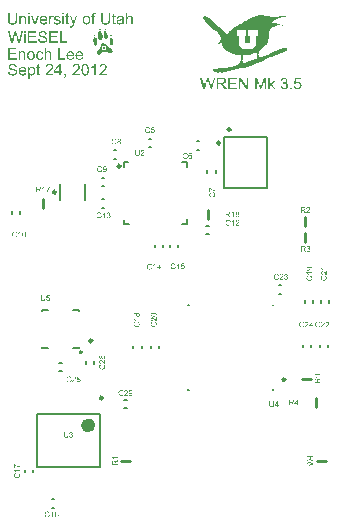
<source format=gto>
%FSLAX25Y25*%
%MOIN*%
G70*
G01*
G75*
G04 Layer_Color=65535*
%ADD10O,0.02559X0.00984*%
%ADD11O,0.00984X0.02559*%
%ADD12R,0.13780X0.13780*%
%ADD13R,0.00984X0.02150*%
%ADD14R,0.02150X0.00984*%
%ADD15C,0.02953*%
%ADD16R,0.04331X0.05118*%
%ADD17R,0.03740X0.03543*%
%ADD18R,0.03543X0.03150*%
%ADD19R,0.03543X0.03740*%
%ADD20R,0.03150X0.03543*%
%ADD21O,0.02362X0.07284*%
%ADD22R,0.01378X0.03937*%
%ADD23O,0.03465X0.01102*%
%ADD24O,0.01102X0.03465*%
%ADD25R,0.20866X0.20866*%
%ADD26C,0.04700*%
%ADD27C,0.01000*%
%ADD28C,0.00600*%
%ADD29C,0.01640*%
%ADD30C,0.01200*%
%ADD31C,0.00800*%
%ADD32C,0.02000*%
%ADD33C,0.01100*%
%ADD34C,0.01500*%
%ADD35O,0.09843X0.10827*%
%ADD36C,0.12500*%
%ADD37C,0.10000*%
%ADD38C,0.02200*%
%ADD39C,0.02598*%
%ADD40C,0.05000*%
%ADD41C,0.09200*%
%ADD42C,0.06000*%
%ADD43C,0.14900*%
%ADD44C,0.12400*%
%ADD45C,0.03200*%
%ADD46C,0.04600*%
%ADD47R,0.03490X0.23475*%
%ADD48R,0.02800X0.02500*%
%ADD49R,0.02700X0.04700*%
%ADD50R,0.04600X0.05300*%
%ADD51R,0.05500X0.02400*%
%ADD52R,0.02400X0.05200*%
%ADD53R,0.05400X0.02500*%
%ADD54R,0.14173X0.14173*%
%ADD55C,0.09487*%
%ADD56C,0.03699*%
%ADD57C,0.05200*%
%ADD58R,0.05906X0.07480*%
%ADD59R,0.01181X0.06299*%
%ADD60O,0.01181X0.03150*%
%ADD61O,0.01181X0.04724*%
%ADD62O,0.03150X0.01181*%
%ADD63R,0.08661X0.12598*%
%ADD64O,0.08268X0.02362*%
%ADD65R,0.05118X0.03150*%
%ADD66R,0.11811X0.08268*%
%ADD67R,0.08268X0.03937*%
%ADD68R,0.03347X0.03543*%
%ADD69R,0.01772X0.01969*%
%ADD70C,0.02500*%
%ADD71C,0.00984*%
%ADD72C,0.02362*%
%ADD73C,0.00787*%
G36*
X17472Y182442D02*
X17556Y182436D01*
X17645Y182425D01*
X17739Y182403D01*
X17839Y182380D01*
X17933Y182347D01*
X17939D01*
X17944Y182342D01*
X17972Y182331D01*
X18016Y182308D01*
X18072Y182281D01*
X18133Y182242D01*
X18194Y182197D01*
X18249Y182148D01*
X18299Y182092D01*
X18305Y182086D01*
X18316Y182064D01*
X18338Y182025D01*
X18366Y181981D01*
X18394Y181914D01*
X18421Y181842D01*
X18444Y181759D01*
X18466Y181665D01*
X18005Y181604D01*
Y181615D01*
X18000Y181637D01*
X17989Y181676D01*
X17972Y181726D01*
X17944Y181776D01*
X17911Y181831D01*
X17872Y181887D01*
X17817Y181937D01*
X17811Y181942D01*
X17789Y181953D01*
X17755Y181975D01*
X17706Y181998D01*
X17650Y182020D01*
X17578Y182042D01*
X17489Y182053D01*
X17395Y182059D01*
X17339D01*
X17284Y182053D01*
X17211Y182048D01*
X17139Y182031D01*
X17062Y182014D01*
X16989Y181986D01*
X16928Y181948D01*
X16923Y181942D01*
X16906Y181931D01*
X16884Y181909D01*
X16862Y181876D01*
X16834Y181842D01*
X16812Y181798D01*
X16795Y181748D01*
X16790Y181698D01*
Y181692D01*
Y181681D01*
X16795Y181665D01*
Y181642D01*
X16812Y181587D01*
X16845Y181531D01*
X16851Y181526D01*
X16856Y181520D01*
X16867Y181504D01*
X16890Y181487D01*
X16912Y181470D01*
X16945Y181448D01*
X16984Y181431D01*
X17028Y181409D01*
X17034D01*
X17045Y181404D01*
X17067Y181398D01*
X17106Y181381D01*
X17162Y181365D01*
X17234Y181348D01*
X17278Y181332D01*
X17328Y181321D01*
X17384Y181304D01*
X17445Y181287D01*
X17450D01*
X17467Y181282D01*
X17495Y181276D01*
X17528Y181265D01*
X17567Y181254D01*
X17617Y181243D01*
X17722Y181210D01*
X17839Y181176D01*
X17955Y181137D01*
X18061Y181098D01*
X18105Y181082D01*
X18144Y181065D01*
X18155Y181060D01*
X18177Y181049D01*
X18211Y181032D01*
X18260Y181004D01*
X18311Y180971D01*
X18360Y180926D01*
X18410Y180877D01*
X18455Y180821D01*
X18460Y180815D01*
X18471Y180793D01*
X18494Y180760D01*
X18516Y180710D01*
X18532Y180649D01*
X18555Y180582D01*
X18566Y180505D01*
X18571Y180416D01*
Y180405D01*
Y180377D01*
X18566Y180333D01*
X18555Y180272D01*
X18538Y180205D01*
X18510Y180133D01*
X18477Y180050D01*
X18433Y179972D01*
X18427Y179961D01*
X18405Y179939D01*
X18377Y179900D01*
X18333Y179855D01*
X18272Y179805D01*
X18205Y179750D01*
X18127Y179700D01*
X18033Y179650D01*
X18027D01*
X18022Y179644D01*
X17989Y179633D01*
X17933Y179617D01*
X17861Y179595D01*
X17772Y179572D01*
X17672Y179556D01*
X17567Y179544D01*
X17445Y179539D01*
X17395D01*
X17356Y179544D01*
X17311D01*
X17256Y179550D01*
X17200Y179556D01*
X17139Y179567D01*
X17006Y179595D01*
X16867Y179633D01*
X16734Y179689D01*
X16673Y179722D01*
X16618Y179761D01*
X16612Y179766D01*
X16607Y179772D01*
X16573Y179805D01*
X16523Y179855D01*
X16468Y179933D01*
X16407Y180027D01*
X16346Y180138D01*
X16296Y180277D01*
X16257Y180432D01*
X16723Y180505D01*
Y180499D01*
Y180494D01*
X16734Y180460D01*
X16745Y180405D01*
X16768Y180344D01*
X16795Y180277D01*
X16829Y180205D01*
X16879Y180133D01*
X16940Y180072D01*
X16951Y180066D01*
X16973Y180050D01*
X17017Y180027D01*
X17073Y180000D01*
X17145Y179972D01*
X17228Y179950D01*
X17328Y179933D01*
X17445Y179927D01*
X17500D01*
X17556Y179933D01*
X17628Y179944D01*
X17706Y179961D01*
X17789Y179983D01*
X17861Y180011D01*
X17928Y180055D01*
X17933Y180061D01*
X17955Y180077D01*
X17977Y180105D01*
X18011Y180144D01*
X18038Y180188D01*
X18066Y180244D01*
X18083Y180299D01*
X18089Y180366D01*
Y180371D01*
Y180394D01*
X18083Y180421D01*
X18072Y180460D01*
X18055Y180499D01*
X18027Y180538D01*
X17994Y180582D01*
X17944Y180616D01*
X17939Y180621D01*
X17922Y180627D01*
X17894Y180643D01*
X17850Y180660D01*
X17783Y180682D01*
X17744Y180699D01*
X17700Y180710D01*
X17650Y180727D01*
X17594Y180743D01*
X17533Y180760D01*
X17461Y180777D01*
X17456D01*
X17439Y180782D01*
X17411Y180788D01*
X17378Y180799D01*
X17334Y180810D01*
X17284Y180826D01*
X17178Y180854D01*
X17056Y180893D01*
X16940Y180926D01*
X16829Y180965D01*
X16779Y180988D01*
X16740Y181004D01*
X16729Y181010D01*
X16706Y181021D01*
X16673Y181043D01*
X16629Y181071D01*
X16579Y181110D01*
X16529Y181154D01*
X16479Y181204D01*
X16434Y181265D01*
X16429Y181271D01*
X16418Y181293D01*
X16401Y181332D01*
X16385Y181376D01*
X16368Y181431D01*
X16351Y181498D01*
X16340Y181565D01*
X16335Y181642D01*
Y181653D01*
Y181676D01*
X16340Y181709D01*
X16346Y181759D01*
X16357Y181809D01*
X16368Y181870D01*
X16390Y181925D01*
X16418Y181986D01*
X16423Y181992D01*
X16434Y182014D01*
X16451Y182042D01*
X16479Y182081D01*
X16512Y182120D01*
X16551Y182170D01*
X16596Y182214D01*
X16651Y182253D01*
X16657Y182258D01*
X16673Y182264D01*
X16695Y182281D01*
X16729Y182297D01*
X16773Y182319D01*
X16823Y182342D01*
X16884Y182364D01*
X16951Y182386D01*
X16962Y182392D01*
X16984Y182397D01*
X17023Y182408D01*
X17073Y182419D01*
X17134Y182431D01*
X17200Y182436D01*
X17278Y182447D01*
X17411D01*
X17472Y182442D01*
D02*
G37*
G36*
X15768D02*
X15830Y182431D01*
X15902Y182408D01*
X15979Y182380D01*
X16068Y182342D01*
X16163Y182292D01*
X15991Y181859D01*
X15985Y181864D01*
X15963Y181876D01*
X15929Y181892D01*
X15885Y181909D01*
X15835Y181925D01*
X15774Y181942D01*
X15713Y181953D01*
X15652Y181959D01*
X15624D01*
X15597Y181953D01*
X15558Y181948D01*
X15519Y181937D01*
X15469Y181920D01*
X15419Y181898D01*
X15374Y181864D01*
X15369Y181859D01*
X15352Y181848D01*
X15336Y181825D01*
X15308Y181798D01*
X15280Y181759D01*
X15252Y181715D01*
X15225Y181665D01*
X15202Y181604D01*
X15197Y181593D01*
X15191Y181559D01*
X15180Y181509D01*
X15164Y181443D01*
X15147Y181359D01*
X15136Y181265D01*
X15130Y181165D01*
X15125Y181054D01*
Y179600D01*
X14653D01*
Y182386D01*
X15080D01*
Y181964D01*
X15086Y181970D01*
X15108Y182009D01*
X15136Y182059D01*
X15180Y182120D01*
X15225Y182181D01*
X15275Y182247D01*
X15325Y182303D01*
X15374Y182347D01*
X15380Y182353D01*
X15397Y182364D01*
X15430Y182380D01*
X15463Y182397D01*
X15508Y182414D01*
X15563Y182431D01*
X15619Y182442D01*
X15680Y182447D01*
X15719D01*
X15768Y182442D01*
D02*
G37*
G36*
X10191Y179600D02*
X9741D01*
X8692Y182386D01*
X9192D01*
X9791Y180716D01*
Y180710D01*
X9797Y180704D01*
X9802Y180688D01*
X9808Y180671D01*
X9825Y180616D01*
X9847Y180543D01*
X9875Y180460D01*
X9908Y180366D01*
X9935Y180260D01*
X9969Y180155D01*
X9974Y180166D01*
X9980Y180194D01*
X9997Y180238D01*
X10013Y180305D01*
X10041Y180377D01*
X10069Y180471D01*
X10108Y180571D01*
X10146Y180682D01*
X10762Y182386D01*
X11251D01*
X10191Y179600D01*
D02*
G37*
G36*
X35055Y181221D02*
Y181215D01*
Y181193D01*
Y181165D01*
Y181126D01*
X35049Y181076D01*
Y181021D01*
X35044Y180954D01*
X35038Y180888D01*
X35021Y180738D01*
X34999Y180582D01*
X34966Y180432D01*
X34944Y180360D01*
X34922Y180294D01*
Y180288D01*
X34916Y180277D01*
X34905Y180260D01*
X34894Y180238D01*
X34861Y180177D01*
X34811Y180099D01*
X34744Y180011D01*
X34666Y179922D01*
X34566Y179827D01*
X34444Y179744D01*
X34439D01*
X34428Y179733D01*
X34411Y179728D01*
X34383Y179711D01*
X34350Y179694D01*
X34306Y179678D01*
X34261Y179661D01*
X34206Y179639D01*
X34145Y179617D01*
X34078Y179600D01*
X34006Y179583D01*
X33923Y179567D01*
X33839Y179556D01*
X33751Y179544D01*
X33551Y179533D01*
X33501D01*
X33462Y179539D01*
X33417D01*
X33362Y179544D01*
X33301Y179550D01*
X33240Y179556D01*
X33101Y179578D01*
X32951Y179611D01*
X32807Y179656D01*
X32668Y179717D01*
X32663D01*
X32652Y179728D01*
X32635Y179739D01*
X32613Y179750D01*
X32552Y179794D01*
X32480Y179855D01*
X32396Y179933D01*
X32319Y180022D01*
X32241Y180133D01*
X32180Y180255D01*
Y180260D01*
X32174Y180272D01*
X32169Y180294D01*
X32158Y180322D01*
X32147Y180355D01*
X32135Y180399D01*
X32119Y180449D01*
X32108Y180510D01*
X32097Y180577D01*
X32080Y180649D01*
X32069Y180727D01*
X32058Y180810D01*
X32047Y180904D01*
X32041Y181004D01*
X32036Y181110D01*
Y181221D01*
Y183441D01*
X32546D01*
Y181221D01*
Y181215D01*
Y181198D01*
Y181171D01*
Y181137D01*
X32552Y181098D01*
Y181049D01*
X32557Y180943D01*
X32568Y180821D01*
X32585Y180699D01*
X32607Y180582D01*
X32618Y180532D01*
X32635Y180482D01*
X32641Y180471D01*
X32652Y180444D01*
X32679Y180405D01*
X32713Y180349D01*
X32752Y180294D01*
X32807Y180233D01*
X32874Y180172D01*
X32951Y180122D01*
X32963Y180116D01*
X32990Y180099D01*
X33040Y180083D01*
X33107Y180061D01*
X33184Y180033D01*
X33284Y180016D01*
X33390Y180000D01*
X33506Y179994D01*
X33562D01*
X33595Y180000D01*
X33645D01*
X33695Y180005D01*
X33817Y180027D01*
X33950Y180055D01*
X34078Y180099D01*
X34200Y180160D01*
X34256Y180199D01*
X34306Y180244D01*
X34311Y180249D01*
X34317Y180255D01*
X34328Y180272D01*
X34344Y180294D01*
X34361Y180327D01*
X34383Y180360D01*
X34405Y180410D01*
X34428Y180460D01*
X34450Y180521D01*
X34466Y180594D01*
X34489Y180677D01*
X34505Y180765D01*
X34522Y180865D01*
X34533Y180971D01*
X34544Y181093D01*
Y181221D01*
Y183441D01*
X35055D01*
Y181221D01*
D02*
G37*
G36*
X23039Y179556D02*
Y179550D01*
X23033Y179533D01*
X23022Y179511D01*
X23011Y179483D01*
X22995Y179445D01*
X22978Y179400D01*
X22939Y179306D01*
X22900Y179200D01*
X22856Y179095D01*
X22812Y179001D01*
X22789Y178962D01*
X22773Y178923D01*
X22767Y178912D01*
X22750Y178884D01*
X22723Y178845D01*
X22689Y178795D01*
X22645Y178740D01*
X22595Y178684D01*
X22545Y178629D01*
X22484Y178584D01*
X22479Y178579D01*
X22456Y178568D01*
X22423Y178551D01*
X22373Y178529D01*
X22318Y178507D01*
X22251Y178490D01*
X22179Y178479D01*
X22096Y178473D01*
X22073D01*
X22046Y178479D01*
X22007D01*
X21962Y178490D01*
X21912Y178501D01*
X21857Y178512D01*
X21796Y178534D01*
X21746Y178973D01*
X21751D01*
X21774Y178967D01*
X21801Y178962D01*
X21835Y178951D01*
X21924Y178934D01*
X22012Y178928D01*
X22040D01*
X22068Y178934D01*
X22101D01*
X22184Y178951D01*
X22223Y178967D01*
X22262Y178984D01*
X22268D01*
X22279Y178995D01*
X22295Y179006D01*
X22318Y179023D01*
X22367Y179067D01*
X22412Y179128D01*
Y179134D01*
X22423Y179145D01*
X22434Y179167D01*
X22445Y179200D01*
X22467Y179245D01*
X22490Y179311D01*
X22523Y179389D01*
X22556Y179483D01*
Y179489D01*
X22567Y179511D01*
X22578Y179550D01*
X22601Y179600D01*
X21546Y182386D01*
X22046D01*
X22628Y180771D01*
Y180765D01*
X22634Y180760D01*
X22639Y180743D01*
X22645Y180716D01*
X22656Y180688D01*
X22667Y180655D01*
X22695Y180577D01*
X22728Y180482D01*
X22761Y180371D01*
X22795Y180255D01*
X22828Y180127D01*
Y180133D01*
X22834Y180144D01*
X22839Y180160D01*
X22845Y180183D01*
X22850Y180210D01*
X22861Y180244D01*
X22884Y180327D01*
X22911Y180421D01*
X22950Y180532D01*
X22984Y180643D01*
X23028Y180760D01*
X23627Y182386D01*
X24099D01*
X23039Y179556D01*
D02*
G37*
G36*
X29993Y183502D02*
X30060Y183496D01*
X30138Y183485D01*
X30215Y183474D01*
X30304Y183457D01*
X30232Y183047D01*
X30226D01*
X30210Y183052D01*
X30182Y183058D01*
X30143Y183063D01*
X30099D01*
X30054Y183069D01*
X29954Y183074D01*
X29921D01*
X29882Y183069D01*
X29838Y183063D01*
X29788Y183052D01*
X29738Y183035D01*
X29693Y183013D01*
X29655Y182980D01*
X29649Y182974D01*
X29643Y182963D01*
X29627Y182941D01*
X29610Y182902D01*
X29594Y182858D01*
X29583Y182802D01*
X29571Y182730D01*
X29566Y182641D01*
Y182386D01*
X30104D01*
Y182020D01*
X29566D01*
Y179600D01*
X29094D01*
Y182020D01*
X28678D01*
Y182386D01*
X29094D01*
Y182680D01*
Y182686D01*
Y182691D01*
Y182725D01*
X29100Y182775D01*
Y182836D01*
X29105Y182902D01*
X29116Y182974D01*
X29127Y183041D01*
X29144Y183097D01*
X29150Y183102D01*
X29155Y183130D01*
X29172Y183163D01*
X29199Y183202D01*
X29233Y183246D01*
X29272Y183296D01*
X29322Y183346D01*
X29383Y183391D01*
X29388Y183396D01*
X29416Y183407D01*
X29455Y183430D01*
X29510Y183452D01*
X29577Y183468D01*
X29660Y183491D01*
X29755Y183502D01*
X29866Y183507D01*
X29943D01*
X29993Y183502D01*
D02*
G37*
G36*
X40393Y57722D02*
X40415Y57720D01*
X40443Y57717D01*
X40473Y57711D01*
X40503Y57706D01*
X40576Y57686D01*
X40648Y57659D01*
X40684Y57642D01*
X40720Y57623D01*
X40753Y57598D01*
X40783Y57570D01*
X40786Y57567D01*
X40792Y57565D01*
X40797Y57553D01*
X40808Y57542D01*
X40822Y57529D01*
X40836Y57509D01*
X40850Y57490D01*
X40866Y57465D01*
X40894Y57412D01*
X40922Y57346D01*
X40933Y57312D01*
X40938Y57274D01*
X40944Y57235D01*
X40947Y57193D01*
Y57188D01*
Y57174D01*
X40944Y57152D01*
X40941Y57121D01*
X40936Y57088D01*
X40925Y57049D01*
X40914Y57008D01*
X40897Y56966D01*
X40894Y56961D01*
X40889Y56947D01*
X40878Y56925D01*
X40861Y56894D01*
X40839Y56861D01*
X40811Y56819D01*
X40778Y56778D01*
X40739Y56731D01*
X40733Y56725D01*
X40720Y56709D01*
X40706Y56695D01*
X40692Y56681D01*
X40675Y56664D01*
X40653Y56642D01*
X40631Y56620D01*
X40603Y56595D01*
X40576Y56567D01*
X40542Y56537D01*
X40506Y56506D01*
X40468Y56470D01*
X40423Y56434D01*
X40379Y56396D01*
X40376Y56393D01*
X40371Y56387D01*
X40360Y56379D01*
X40346Y56368D01*
X40329Y56351D01*
X40310Y56335D01*
X40265Y56299D01*
X40218Y56257D01*
X40174Y56216D01*
X40135Y56179D01*
X40119Y56166D01*
X40105Y56152D01*
X40102Y56149D01*
X40094Y56141D01*
X40082Y56130D01*
X40069Y56113D01*
X40055Y56094D01*
X40038Y56074D01*
X40005Y56027D01*
X40949D01*
Y55800D01*
X39678D01*
Y55803D01*
Y55814D01*
Y55831D01*
X39681Y55853D01*
X39684Y55878D01*
X39689Y55905D01*
X39695Y55933D01*
X39706Y55963D01*
Y55966D01*
X39709Y55969D01*
X39714Y55986D01*
X39725Y56011D01*
X39742Y56044D01*
X39764Y56082D01*
X39792Y56127D01*
X39822Y56171D01*
X39861Y56218D01*
Y56221D01*
X39866Y56224D01*
X39880Y56240D01*
X39905Y56265D01*
X39941Y56301D01*
X39983Y56343D01*
X40035Y56393D01*
X40099Y56448D01*
X40168Y56506D01*
X40171Y56509D01*
X40182Y56517D01*
X40199Y56531D01*
X40218Y56548D01*
X40243Y56570D01*
X40274Y56595D01*
X40304Y56623D01*
X40340Y56653D01*
X40409Y56720D01*
X40479Y56786D01*
X40512Y56819D01*
X40542Y56853D01*
X40570Y56883D01*
X40592Y56914D01*
Y56916D01*
X40598Y56919D01*
X40603Y56927D01*
X40609Y56938D01*
X40628Y56969D01*
X40650Y57005D01*
X40670Y57049D01*
X40689Y57096D01*
X40700Y57149D01*
X40706Y57199D01*
Y57202D01*
Y57204D01*
X40703Y57221D01*
X40700Y57249D01*
X40692Y57279D01*
X40681Y57318D01*
X40661Y57357D01*
X40637Y57395D01*
X40603Y57434D01*
X40598Y57440D01*
X40584Y57451D01*
X40565Y57465D01*
X40534Y57484D01*
X40495Y57501D01*
X40451Y57517D01*
X40398Y57529D01*
X40340Y57531D01*
X40323D01*
X40312Y57529D01*
X40279Y57526D01*
X40240Y57517D01*
X40199Y57506D01*
X40152Y57487D01*
X40107Y57462D01*
X40066Y57429D01*
X40060Y57423D01*
X40049Y57409D01*
X40033Y57387D01*
X40016Y57354D01*
X39997Y57315D01*
X39980Y57265D01*
X39969Y57210D01*
X39963Y57146D01*
X39722Y57171D01*
Y57174D01*
X39725Y57182D01*
Y57196D01*
X39728Y57215D01*
X39733Y57238D01*
X39739Y57263D01*
X39747Y57293D01*
X39756Y57323D01*
X39778Y57390D01*
X39811Y57456D01*
X39830Y57490D01*
X39855Y57523D01*
X39880Y57553D01*
X39908Y57581D01*
X39911Y57584D01*
X39916Y57587D01*
X39925Y57595D01*
X39938Y57603D01*
X39955Y57614D01*
X39974Y57625D01*
X39997Y57639D01*
X40024Y57653D01*
X40055Y57667D01*
X40088Y57681D01*
X40124Y57692D01*
X40163Y57703D01*
X40204Y57711D01*
X40249Y57720D01*
X40296Y57722D01*
X40346Y57725D01*
X40373D01*
X40393Y57722D01*
D02*
G37*
G36*
X19604Y182902D02*
X19132D01*
Y183441D01*
X19604D01*
Y182902D01*
D02*
G37*
G36*
X6200Y182442D02*
X6261Y182436D01*
X6334Y182425D01*
X6411Y182408D01*
X6494Y182386D01*
X6572Y182353D01*
X6583Y182347D01*
X6605Y182336D01*
X6644Y182319D01*
X6689Y182292D01*
X6744Y182258D01*
X6794Y182214D01*
X6844Y182170D01*
X6888Y182114D01*
X6894Y182109D01*
X6905Y182086D01*
X6922Y182059D01*
X6950Y182020D01*
X6972Y181964D01*
X6994Y181909D01*
X7022Y181842D01*
X7038Y181770D01*
Y181764D01*
X7044Y181742D01*
X7050Y181709D01*
X7055Y181665D01*
Y181598D01*
X7061Y181520D01*
X7066Y181426D01*
Y181309D01*
Y179600D01*
X6594D01*
Y181287D01*
Y181293D01*
Y181298D01*
Y181337D01*
Y181387D01*
X6589Y181448D01*
X6583Y181520D01*
X6572Y181593D01*
X6555Y181659D01*
X6539Y181720D01*
Y181726D01*
X6528Y181742D01*
X6511Y181770D01*
X6494Y181803D01*
X6467Y181837D01*
X6434Y181876D01*
X6389Y181914D01*
X6339Y181948D01*
X6334Y181953D01*
X6317Y181964D01*
X6284Y181975D01*
X6245Y181992D01*
X6200Y182009D01*
X6145Y182025D01*
X6078Y182031D01*
X6012Y182036D01*
X5984D01*
X5962Y182031D01*
X5906Y182025D01*
X5834Y182014D01*
X5756Y181986D01*
X5667Y181953D01*
X5579Y181909D01*
X5495Y181842D01*
X5484Y181831D01*
X5462Y181803D01*
X5446Y181781D01*
X5429Y181753D01*
X5407Y181720D01*
X5390Y181681D01*
X5368Y181637D01*
X5346Y181581D01*
X5329Y181520D01*
X5312Y181454D01*
X5301Y181381D01*
X5290Y181304D01*
X5279Y181210D01*
Y181115D01*
Y179600D01*
X4807D01*
Y182386D01*
X5229D01*
Y181986D01*
X5235Y181992D01*
X5246Y182009D01*
X5262Y182031D01*
X5285Y182059D01*
X5318Y182092D01*
X5357Y182131D01*
X5401Y182175D01*
X5457Y182220D01*
X5512Y182258D01*
X5579Y182303D01*
X5651Y182342D01*
X5729Y182375D01*
X5817Y182403D01*
X5906Y182425D01*
X6006Y182442D01*
X6112Y182447D01*
X6156D01*
X6200Y182442D01*
D02*
G37*
G36*
X8265Y182902D02*
X7793D01*
Y183441D01*
X8265D01*
Y182902D01*
D02*
G37*
G36*
X4019Y181221D02*
Y181215D01*
Y181193D01*
Y181165D01*
Y181126D01*
X4014Y181076D01*
Y181021D01*
X4008Y180954D01*
X4003Y180888D01*
X3986Y180738D01*
X3964Y180582D01*
X3930Y180432D01*
X3908Y180360D01*
X3886Y180294D01*
Y180288D01*
X3880Y180277D01*
X3869Y180260D01*
X3858Y180238D01*
X3825Y180177D01*
X3775Y180099D01*
X3708Y180011D01*
X3631Y179922D01*
X3531Y179827D01*
X3409Y179744D01*
X3403D01*
X3392Y179733D01*
X3375Y179728D01*
X3348Y179711D01*
X3314Y179694D01*
X3270Y179678D01*
X3226Y179661D01*
X3170Y179639D01*
X3109Y179617D01*
X3042Y179600D01*
X2970Y179583D01*
X2887Y179567D01*
X2804Y179556D01*
X2715Y179544D01*
X2515Y179533D01*
X2465D01*
X2426Y179539D01*
X2382D01*
X2327Y179544D01*
X2265Y179550D01*
X2204Y179556D01*
X2066Y179578D01*
X1916Y179611D01*
X1771Y179656D01*
X1633Y179717D01*
X1627D01*
X1616Y179728D01*
X1599Y179739D01*
X1577Y179750D01*
X1516Y179794D01*
X1444Y179855D01*
X1361Y179933D01*
X1283Y180022D01*
X1205Y180133D01*
X1144Y180255D01*
Y180260D01*
X1139Y180272D01*
X1133Y180294D01*
X1122Y180322D01*
X1111Y180355D01*
X1100Y180399D01*
X1083Y180449D01*
X1072Y180510D01*
X1061Y180577D01*
X1044Y180649D01*
X1033Y180727D01*
X1022Y180810D01*
X1011Y180904D01*
X1006Y181004D01*
X1000Y181110D01*
Y181221D01*
Y183441D01*
X1511D01*
Y181221D01*
Y181215D01*
Y181198D01*
Y181171D01*
Y181137D01*
X1516Y181098D01*
Y181049D01*
X1522Y180943D01*
X1533Y180821D01*
X1550Y180699D01*
X1572Y180582D01*
X1583Y180532D01*
X1599Y180482D01*
X1605Y180471D01*
X1616Y180444D01*
X1644Y180405D01*
X1677Y180349D01*
X1716Y180294D01*
X1771Y180233D01*
X1838Y180172D01*
X1916Y180122D01*
X1927Y180116D01*
X1955Y180099D01*
X2005Y180083D01*
X2071Y180061D01*
X2149Y180033D01*
X2249Y180016D01*
X2354Y180000D01*
X2471Y179994D01*
X2526D01*
X2560Y180000D01*
X2609D01*
X2660Y180005D01*
X2782Y180027D01*
X2915Y180055D01*
X3042Y180099D01*
X3164Y180160D01*
X3220Y180199D01*
X3270Y180244D01*
X3275Y180249D01*
X3281Y180255D01*
X3292Y180272D01*
X3309Y180294D01*
X3325Y180327D01*
X3348Y180360D01*
X3370Y180410D01*
X3392Y180460D01*
X3414Y180521D01*
X3431Y180594D01*
X3453Y180677D01*
X3470Y180765D01*
X3486Y180865D01*
X3497Y180971D01*
X3509Y181093D01*
Y181221D01*
Y183441D01*
X4019D01*
Y181221D01*
D02*
G37*
G36*
X27218Y182442D02*
X27268Y182436D01*
X27324Y182425D01*
X27385Y182414D01*
X27457Y182403D01*
X27607Y182353D01*
X27684Y182325D01*
X27762Y182286D01*
X27840Y182247D01*
X27918Y182192D01*
X27990Y182136D01*
X28062Y182070D01*
X28067Y182064D01*
X28078Y182053D01*
X28095Y182031D01*
X28117Y182003D01*
X28145Y181964D01*
X28178Y181914D01*
X28212Y181859D01*
X28245Y181798D01*
X28278Y181731D01*
X28311Y181648D01*
X28345Y181565D01*
X28373Y181470D01*
X28395Y181370D01*
X28411Y181265D01*
X28423Y181154D01*
X28428Y181032D01*
Y181026D01*
Y181010D01*
Y180982D01*
Y180943D01*
X28423Y180899D01*
X28417Y180843D01*
Y180788D01*
X28406Y180727D01*
X28389Y180588D01*
X28356Y180449D01*
X28317Y180310D01*
X28262Y180183D01*
Y180177D01*
X28256Y180172D01*
X28245Y180155D01*
X28234Y180133D01*
X28195Y180077D01*
X28145Y180011D01*
X28078Y179933D01*
X27995Y179855D01*
X27901Y179778D01*
X27790Y179705D01*
X27784D01*
X27779Y179700D01*
X27762Y179689D01*
X27734Y179678D01*
X27707Y179667D01*
X27673Y179656D01*
X27590Y179622D01*
X27496Y179595D01*
X27379Y179567D01*
X27257Y179544D01*
X27124Y179539D01*
X27068D01*
X27024Y179544D01*
X26974Y179550D01*
X26919Y179561D01*
X26852Y179572D01*
X26785Y179583D01*
X26635Y179628D01*
X26552Y179661D01*
X26474Y179694D01*
X26397Y179739D01*
X26319Y179789D01*
X26247Y179844D01*
X26175Y179911D01*
X26169Y179916D01*
X26158Y179927D01*
X26142Y179950D01*
X26119Y179983D01*
X26092Y180022D01*
X26064Y180066D01*
X26030Y180122D01*
X25997Y180188D01*
X25964Y180260D01*
X25931Y180344D01*
X25903Y180432D01*
X25875Y180527D01*
X25853Y180632D01*
X25836Y180743D01*
X25825Y180865D01*
X25820Y180993D01*
Y181004D01*
Y181026D01*
X25825Y181065D01*
Y181121D01*
X25831Y181182D01*
X25842Y181259D01*
X25853Y181337D01*
X25875Y181426D01*
X25897Y181515D01*
X25925Y181609D01*
X25958Y181709D01*
X26003Y181803D01*
X26047Y181892D01*
X26108Y181981D01*
X26169Y182064D01*
X26247Y182136D01*
X26252Y182142D01*
X26264Y182148D01*
X26286Y182164D01*
X26313Y182186D01*
X26347Y182209D01*
X26391Y182236D01*
X26436Y182264D01*
X26491Y182292D01*
X26552Y182319D01*
X26619Y182347D01*
X26769Y182397D01*
X26941Y182436D01*
X27029Y182442D01*
X27124Y182447D01*
X27179D01*
X27218Y182442D01*
D02*
G37*
G36*
X20875Y182386D02*
X21352D01*
Y182020D01*
X20875D01*
Y180383D01*
Y180371D01*
Y180349D01*
Y180316D01*
X20880Y180277D01*
X20886Y180188D01*
X20891Y180149D01*
X20897Y180122D01*
X20902Y180111D01*
X20919Y180088D01*
X20941Y180061D01*
X20980Y180033D01*
X20991Y180027D01*
X21019Y180016D01*
X21069Y180005D01*
X21141Y180000D01*
X21196D01*
X21224Y180005D01*
X21263D01*
X21307Y180011D01*
X21352Y180016D01*
X21413Y179600D01*
X21402D01*
X21380Y179595D01*
X21341Y179589D01*
X21291Y179583D01*
X21235Y179572D01*
X21174Y179567D01*
X21052Y179561D01*
X21008D01*
X20963Y179567D01*
X20908Y179572D01*
X20841Y179578D01*
X20775Y179595D01*
X20714Y179611D01*
X20652Y179639D01*
X20647Y179644D01*
X20630Y179656D01*
X20608Y179672D01*
X20575Y179700D01*
X20547Y179728D01*
X20514Y179766D01*
X20481Y179805D01*
X20458Y179855D01*
Y179861D01*
X20447Y179883D01*
X20442Y179922D01*
X20430Y179977D01*
X20419Y180050D01*
X20414Y180094D01*
Y180144D01*
X20408Y180205D01*
X20403Y180266D01*
Y180333D01*
Y180410D01*
Y182020D01*
X20053D01*
Y182386D01*
X20403D01*
Y183074D01*
X20875Y183357D01*
Y182386D01*
D02*
G37*
G36*
X12905Y182442D02*
X12949Y182436D01*
X13005Y182425D01*
X13066Y182414D01*
X13138Y182397D01*
X13204Y182380D01*
X13282Y182353D01*
X13354Y182325D01*
X13432Y182286D01*
X13510Y182242D01*
X13587Y182192D01*
X13659Y182131D01*
X13726Y182064D01*
X13732Y182059D01*
X13743Y182048D01*
X13759Y182025D01*
X13782Y181992D01*
X13809Y181953D01*
X13837Y181909D01*
X13870Y181853D01*
X13904Y181787D01*
X13937Y181715D01*
X13970Y181637D01*
X13998Y181548D01*
X14026Y181454D01*
X14048Y181348D01*
X14065Y181237D01*
X14076Y181121D01*
X14081Y180993D01*
Y180988D01*
Y180965D01*
Y180926D01*
X14076Y180871D01*
X11994D01*
Y180865D01*
Y180849D01*
X12000Y180826D01*
Y180793D01*
X12006Y180754D01*
X12017Y180710D01*
X12033Y180610D01*
X12067Y180499D01*
X12111Y180377D01*
X12172Y180266D01*
X12250Y180166D01*
X12255D01*
X12261Y180155D01*
X12294Y180127D01*
X12344Y180088D01*
X12411Y180050D01*
X12500Y180005D01*
X12599Y179966D01*
X12710Y179939D01*
X12772Y179933D01*
X12838Y179927D01*
X12883D01*
X12933Y179933D01*
X12993Y179944D01*
X13060Y179961D01*
X13138Y179983D01*
X13210Y180016D01*
X13282Y180061D01*
X13288Y180066D01*
X13316Y180088D01*
X13349Y180122D01*
X13388Y180166D01*
X13432Y180227D01*
X13482Y180305D01*
X13532Y180394D01*
X13576Y180499D01*
X14065Y180438D01*
Y180432D01*
X14059Y180421D01*
X14054Y180399D01*
X14042Y180366D01*
X14026Y180333D01*
X14009Y180288D01*
X13965Y180194D01*
X13909Y180088D01*
X13832Y179977D01*
X13743Y179872D01*
X13632Y179772D01*
X13626D01*
X13615Y179761D01*
X13599Y179750D01*
X13576Y179733D01*
X13543Y179717D01*
X13510Y179700D01*
X13465Y179678D01*
X13415Y179656D01*
X13360Y179633D01*
X13304Y179611D01*
X13166Y179578D01*
X13010Y179550D01*
X12838Y179539D01*
X12777D01*
X12738Y179544D01*
X12688Y179550D01*
X12627Y179561D01*
X12561Y179572D01*
X12489Y179583D01*
X12333Y179628D01*
X12250Y179661D01*
X12172Y179694D01*
X12089Y179739D01*
X12011Y179789D01*
X11939Y179844D01*
X11867Y179911D01*
X11861Y179916D01*
X11850Y179927D01*
X11834Y179950D01*
X11811Y179983D01*
X11784Y180022D01*
X11756Y180066D01*
X11723Y180122D01*
X11689Y180183D01*
X11656Y180255D01*
X11623Y180333D01*
X11595Y180421D01*
X11567Y180516D01*
X11545Y180616D01*
X11528Y180727D01*
X11517Y180843D01*
X11512Y180965D01*
Y180971D01*
Y180999D01*
Y181032D01*
X11517Y181082D01*
X11523Y181143D01*
X11528Y181210D01*
X11539Y181287D01*
X11556Y181365D01*
X11601Y181543D01*
X11628Y181631D01*
X11661Y181726D01*
X11706Y181815D01*
X11756Y181898D01*
X11811Y181981D01*
X11873Y182059D01*
X11878Y182064D01*
X11889Y182075D01*
X11911Y182092D01*
X11939Y182120D01*
X11972Y182148D01*
X12017Y182181D01*
X12067Y182220D01*
X12128Y182253D01*
X12189Y182292D01*
X12261Y182325D01*
X12339Y182358D01*
X12422Y182386D01*
X12511Y182414D01*
X12605Y182431D01*
X12705Y182442D01*
X12810Y182447D01*
X12866D01*
X12905Y182442D01*
D02*
G37*
G36*
X8997Y165442D02*
X9036Y165436D01*
X9120Y165425D01*
X9219Y165403D01*
X9325Y165369D01*
X9431Y165320D01*
X9536Y165258D01*
X9542D01*
X9547Y165247D01*
X9580Y165225D01*
X9630Y165181D01*
X9691Y165125D01*
X9758Y165053D01*
X9825Y164964D01*
X9891Y164859D01*
X9947Y164742D01*
Y164737D01*
X9952Y164726D01*
X9958Y164709D01*
X9969Y164687D01*
X9980Y164654D01*
X9991Y164615D01*
X10019Y164526D01*
X10046Y164415D01*
X10069Y164293D01*
X10085Y164154D01*
X10091Y164010D01*
Y164004D01*
Y163993D01*
Y163971D01*
Y163938D01*
X10085Y163899D01*
Y163854D01*
X10074Y163754D01*
X10052Y163632D01*
X10024Y163505D01*
X9985Y163372D01*
X9935Y163238D01*
Y163233D01*
X9930Y163222D01*
X9919Y163205D01*
X9908Y163183D01*
X9869Y163122D01*
X9819Y163044D01*
X9758Y162961D01*
X9680Y162878D01*
X9591Y162794D01*
X9486Y162717D01*
X9480D01*
X9475Y162711D01*
X9458Y162700D01*
X9436Y162689D01*
X9381Y162661D01*
X9303Y162628D01*
X9208Y162594D01*
X9109Y162567D01*
X8992Y162545D01*
X8875Y162539D01*
X8837D01*
X8792Y162545D01*
X8737Y162550D01*
X8670Y162561D01*
X8598Y162578D01*
X8526Y162600D01*
X8454Y162633D01*
X8448Y162639D01*
X8420Y162650D01*
X8387Y162672D01*
X8343Y162705D01*
X8298Y162739D01*
X8243Y162783D01*
X8193Y162833D01*
X8148Y162889D01*
Y161534D01*
X7677D01*
Y165386D01*
X8104D01*
Y165020D01*
X8110Y165031D01*
X8132Y165053D01*
X8160Y165092D01*
X8204Y165136D01*
X8254Y165192D01*
X8309Y165242D01*
X8376Y165292D01*
X8443Y165336D01*
X8454Y165342D01*
X8476Y165353D01*
X8520Y165369D01*
X8576Y165392D01*
X8642Y165414D01*
X8720Y165430D01*
X8809Y165442D01*
X8909Y165447D01*
X8970D01*
X8997Y165442D01*
D02*
G37*
G36*
X2604Y166502D02*
X2643D01*
X2748Y166491D01*
X2865Y166474D01*
X2987Y166446D01*
X3120Y166413D01*
X3242Y166368D01*
X3248D01*
X3259Y166363D01*
X3275Y166352D01*
X3298Y166341D01*
X3353Y166313D01*
X3425Y166263D01*
X3509Y166208D01*
X3592Y166135D01*
X3670Y166052D01*
X3742Y165958D01*
Y165952D01*
X3747Y165947D01*
X3758Y165930D01*
X3769Y165913D01*
X3797Y165858D01*
X3830Y165786D01*
X3869Y165697D01*
X3897Y165592D01*
X3925Y165480D01*
X3936Y165358D01*
X3447Y165320D01*
Y165325D01*
Y165336D01*
X3442Y165353D01*
X3436Y165381D01*
X3420Y165442D01*
X3398Y165525D01*
X3364Y165614D01*
X3314Y165702D01*
X3253Y165786D01*
X3176Y165863D01*
X3164Y165869D01*
X3137Y165891D01*
X3081Y165925D01*
X3009Y165958D01*
X2915Y165991D01*
X2804Y166024D01*
X2665Y166047D01*
X2510Y166052D01*
X2432D01*
X2399Y166047D01*
X2354Y166041D01*
X2254Y166030D01*
X2143Y166008D01*
X2032Y165980D01*
X1927Y165936D01*
X1883Y165908D01*
X1838Y165880D01*
X1827Y165875D01*
X1805Y165852D01*
X1771Y165813D01*
X1738Y165769D01*
X1699Y165708D01*
X1666Y165641D01*
X1644Y165564D01*
X1633Y165475D01*
Y165464D01*
Y165442D01*
X1638Y165403D01*
X1649Y165358D01*
X1666Y165303D01*
X1694Y165247D01*
X1727Y165192D01*
X1777Y165136D01*
X1783Y165131D01*
X1810Y165114D01*
X1832Y165097D01*
X1855Y165086D01*
X1888Y165070D01*
X1927Y165048D01*
X1977Y165031D01*
X2032Y165009D01*
X2093Y164987D01*
X2166Y164959D01*
X2243Y164937D01*
X2332Y164909D01*
X2432Y164887D01*
X2543Y164859D01*
X2548D01*
X2571Y164853D01*
X2604Y164848D01*
X2643Y164837D01*
X2693Y164825D01*
X2754Y164809D01*
X2815Y164792D01*
X2881Y164776D01*
X3026Y164737D01*
X3164Y164698D01*
X3231Y164676D01*
X3292Y164654D01*
X3348Y164637D01*
X3392Y164615D01*
X3398D01*
X3409Y164609D01*
X3425Y164598D01*
X3447Y164587D01*
X3509Y164554D01*
X3581Y164509D01*
X3664Y164448D01*
X3747Y164382D01*
X3825Y164304D01*
X3892Y164221D01*
X3897Y164209D01*
X3919Y164182D01*
X3941Y164132D01*
X3975Y164065D01*
X4003Y163988D01*
X4030Y163893D01*
X4047Y163788D01*
X4053Y163677D01*
Y163671D01*
Y163666D01*
Y163649D01*
Y163627D01*
X4041Y163566D01*
X4030Y163488D01*
X4008Y163399D01*
X3980Y163305D01*
X3936Y163205D01*
X3875Y163100D01*
Y163094D01*
X3869Y163088D01*
X3842Y163055D01*
X3803Y163005D01*
X3747Y162950D01*
X3675Y162883D01*
X3586Y162811D01*
X3486Y162744D01*
X3370Y162683D01*
X3364D01*
X3353Y162678D01*
X3337Y162672D01*
X3314Y162661D01*
X3281Y162650D01*
X3242Y162633D01*
X3153Y162611D01*
X3048Y162583D01*
X2920Y162556D01*
X2782Y162539D01*
X2632Y162533D01*
X2543D01*
X2499Y162539D01*
X2448D01*
X2393Y162545D01*
X2327Y162550D01*
X2188Y162572D01*
X2043Y162594D01*
X1899Y162633D01*
X1760Y162683D01*
X1755D01*
X1744Y162689D01*
X1727Y162700D01*
X1705Y162711D01*
X1638Y162744D01*
X1560Y162794D01*
X1472Y162861D01*
X1377Y162939D01*
X1289Y163033D01*
X1205Y163138D01*
Y163144D01*
X1194Y163155D01*
X1189Y163172D01*
X1172Y163194D01*
X1161Y163222D01*
X1144Y163255D01*
X1106Y163338D01*
X1067Y163444D01*
X1033Y163560D01*
X1011Y163693D01*
X1000Y163832D01*
X1477Y163876D01*
Y163871D01*
Y163865D01*
X1483Y163849D01*
Y163827D01*
X1494Y163777D01*
X1511Y163704D01*
X1533Y163632D01*
X1555Y163549D01*
X1594Y163471D01*
X1633Y163399D01*
X1638Y163394D01*
X1655Y163372D01*
X1683Y163333D01*
X1727Y163294D01*
X1783Y163244D01*
X1844Y163194D01*
X1927Y163144D01*
X2016Y163100D01*
X2021D01*
X2027Y163094D01*
X2043Y163088D01*
X2060Y163083D01*
X2115Y163066D01*
X2188Y163044D01*
X2276Y163022D01*
X2376Y163005D01*
X2487Y162994D01*
X2609Y162988D01*
X2660D01*
X2715Y162994D01*
X2782Y163000D01*
X2859Y163011D01*
X2948Y163022D01*
X3037Y163044D01*
X3120Y163072D01*
X3131Y163077D01*
X3159Y163088D01*
X3198Y163111D01*
X3248Y163133D01*
X3298Y163172D01*
X3353Y163210D01*
X3409Y163255D01*
X3453Y163310D01*
X3459Y163316D01*
X3470Y163338D01*
X3486Y163366D01*
X3509Y163410D01*
X3531Y163455D01*
X3547Y163510D01*
X3559Y163571D01*
X3564Y163638D01*
Y163643D01*
Y163671D01*
X3559Y163704D01*
X3553Y163749D01*
X3536Y163793D01*
X3520Y163849D01*
X3492Y163904D01*
X3453Y163954D01*
X3447Y163960D01*
X3431Y163976D01*
X3409Y163999D01*
X3370Y164032D01*
X3325Y164065D01*
X3264Y164104D01*
X3192Y164143D01*
X3109Y164176D01*
X3104Y164182D01*
X3076Y164187D01*
X3031Y164204D01*
X3004Y164209D01*
X2965Y164221D01*
X2926Y164237D01*
X2876Y164248D01*
X2820Y164265D01*
X2754Y164282D01*
X2687Y164298D01*
X2609Y164321D01*
X2521Y164343D01*
X2426Y164365D01*
X2421D01*
X2404Y164371D01*
X2376Y164376D01*
X2343Y164387D01*
X2299Y164398D01*
X2249Y164409D01*
X2138Y164443D01*
X2016Y164481D01*
X1888Y164520D01*
X1777Y164559D01*
X1727Y164581D01*
X1683Y164603D01*
X1677D01*
X1671Y164609D01*
X1638Y164631D01*
X1588Y164659D01*
X1533Y164703D01*
X1466Y164753D01*
X1400Y164814D01*
X1333Y164887D01*
X1278Y164964D01*
X1272Y164975D01*
X1255Y165003D01*
X1233Y165048D01*
X1211Y165103D01*
X1189Y165175D01*
X1166Y165258D01*
X1150Y165347D01*
X1144Y165442D01*
Y165447D01*
Y165453D01*
Y165469D01*
Y165492D01*
X1155Y165547D01*
X1166Y165619D01*
X1183Y165702D01*
X1211Y165797D01*
X1250Y165891D01*
X1305Y165986D01*
Y165991D01*
X1311Y165997D01*
X1339Y166030D01*
X1377Y166074D01*
X1427Y166130D01*
X1494Y166191D01*
X1577Y166257D01*
X1677Y166319D01*
X1788Y166374D01*
X1794D01*
X1805Y166379D01*
X1821Y166385D01*
X1844Y166396D01*
X1871Y166407D01*
X1910Y166418D01*
X1993Y166441D01*
X2099Y166463D01*
X2221Y166485D01*
X2349Y166502D01*
X2493Y166507D01*
X2565D01*
X2604Y166502D01*
D02*
G37*
G36*
X38635Y182442D02*
X38718Y182436D01*
X38812Y182425D01*
X38906Y182408D01*
X39001Y182386D01*
X39090Y182358D01*
X39101Y182353D01*
X39129Y182342D01*
X39167Y182325D01*
X39217Y182303D01*
X39273Y182270D01*
X39328Y182236D01*
X39378Y182192D01*
X39423Y182148D01*
X39428Y182142D01*
X39439Y182125D01*
X39456Y182097D01*
X39478Y182064D01*
X39506Y182014D01*
X39528Y181964D01*
X39550Y181903D01*
X39567Y181831D01*
Y181825D01*
X39573Y181809D01*
X39578Y181776D01*
X39584Y181731D01*
Y181670D01*
X39589Y181598D01*
X39595Y181504D01*
Y181398D01*
Y180765D01*
Y180760D01*
Y180738D01*
Y180704D01*
Y180660D01*
Y180610D01*
Y180549D01*
X39600Y180416D01*
Y180277D01*
X39606Y180138D01*
X39611Y180077D01*
Y180022D01*
X39617Y179972D01*
X39622Y179933D01*
Y179927D01*
X39628Y179905D01*
X39634Y179872D01*
X39650Y179827D01*
X39661Y179778D01*
X39683Y179722D01*
X39711Y179661D01*
X39739Y179600D01*
X39245D01*
X39239Y179605D01*
X39234Y179628D01*
X39223Y179656D01*
X39206Y179700D01*
X39190Y179750D01*
X39178Y179811D01*
X39167Y179877D01*
X39156Y179950D01*
X39151D01*
X39145Y179939D01*
X39112Y179911D01*
X39062Y179872D01*
X38995Y179822D01*
X38912Y179772D01*
X38829Y179717D01*
X38740Y179667D01*
X38646Y179628D01*
X38635Y179622D01*
X38601Y179617D01*
X38551Y179600D01*
X38490Y179583D01*
X38412Y179567D01*
X38324Y179556D01*
X38224Y179544D01*
X38124Y179539D01*
X38080D01*
X38046Y179544D01*
X38007D01*
X37963Y179550D01*
X37863Y179567D01*
X37752Y179595D01*
X37630Y179633D01*
X37519Y179689D01*
X37419Y179761D01*
X37408Y179772D01*
X37380Y179800D01*
X37341Y179850D01*
X37297Y179916D01*
X37253Y180000D01*
X37214Y180094D01*
X37186Y180210D01*
X37181Y180266D01*
X37175Y180333D01*
Y180344D01*
Y180366D01*
X37181Y180405D01*
X37186Y180455D01*
X37197Y180516D01*
X37214Y180577D01*
X37236Y180643D01*
X37264Y180704D01*
X37269Y180710D01*
X37280Y180732D01*
X37303Y180765D01*
X37330Y180804D01*
X37364Y180849D01*
X37408Y180893D01*
X37452Y180938D01*
X37508Y180976D01*
X37514Y180982D01*
X37536Y180993D01*
X37563Y181015D01*
X37608Y181037D01*
X37658Y181060D01*
X37719Y181087D01*
X37780Y181110D01*
X37852Y181132D01*
X37857D01*
X37880Y181137D01*
X37913Y181149D01*
X37958Y181154D01*
X38013Y181165D01*
X38085Y181176D01*
X38168Y181193D01*
X38268Y181204D01*
X38274D01*
X38296Y181210D01*
X38324D01*
X38363Y181215D01*
X38407Y181221D01*
X38462Y181232D01*
X38524Y181237D01*
X38590Y181248D01*
X38723Y181276D01*
X38868Y181304D01*
X38995Y181337D01*
X39056Y181354D01*
X39112Y181370D01*
Y181376D01*
Y181387D01*
X39117Y181420D01*
Y181459D01*
Y181481D01*
Y181493D01*
Y181498D01*
Y181504D01*
Y181537D01*
X39112Y181593D01*
X39101Y181653D01*
X39084Y181720D01*
X39056Y181787D01*
X39023Y181848D01*
X38979Y181898D01*
X38973Y181903D01*
X38945Y181925D01*
X38901Y181948D01*
X38845Y181981D01*
X38768Y182009D01*
X38679Y182036D01*
X38568Y182053D01*
X38440Y182059D01*
X38385D01*
X38329Y182053D01*
X38252Y182042D01*
X38174Y182031D01*
X38091Y182009D01*
X38013Y181981D01*
X37946Y181942D01*
X37941Y181937D01*
X37919Y181920D01*
X37891Y181892D01*
X37857Y181848D01*
X37824Y181792D01*
X37785Y181720D01*
X37752Y181631D01*
X37719Y181531D01*
X37258Y181593D01*
Y181598D01*
X37264Y181604D01*
Y181620D01*
X37269Y181642D01*
X37286Y181692D01*
X37308Y181764D01*
X37336Y181837D01*
X37369Y181914D01*
X37413Y181992D01*
X37464Y182064D01*
X37469Y182070D01*
X37491Y182092D01*
X37525Y182125D01*
X37569Y182170D01*
X37630Y182214D01*
X37702Y182258D01*
X37785Y182308D01*
X37880Y182347D01*
X37885D01*
X37891Y182353D01*
X37907Y182358D01*
X37930Y182364D01*
X37985Y182380D01*
X38063Y182397D01*
X38152Y182414D01*
X38263Y182431D01*
X38379Y182442D01*
X38513Y182447D01*
X38574D01*
X38635Y182442D01*
D02*
G37*
G36*
X40793Y182064D02*
X40799Y182070D01*
X40810Y182081D01*
X40827Y182097D01*
X40855Y182125D01*
X40882Y182153D01*
X40921Y182186D01*
X40971Y182220D01*
X41021Y182258D01*
X41076Y182292D01*
X41138Y182325D01*
X41282Y182386D01*
X41360Y182414D01*
X41443Y182431D01*
X41532Y182442D01*
X41620Y182447D01*
X41670D01*
X41732Y182442D01*
X41804Y182431D01*
X41887Y182419D01*
X41976Y182397D01*
X42064Y182364D01*
X42153Y182325D01*
X42164Y182319D01*
X42192Y182303D01*
X42231Y182275D01*
X42281Y182236D01*
X42331Y182186D01*
X42386Y182131D01*
X42436Y182064D01*
X42481Y181986D01*
X42486Y181975D01*
X42497Y181948D01*
X42514Y181898D01*
X42531Y181825D01*
X42547Y181737D01*
X42564Y181631D01*
X42575Y181504D01*
X42581Y181359D01*
Y179600D01*
X42109D01*
Y181365D01*
Y181370D01*
Y181381D01*
Y181398D01*
Y181420D01*
X42103Y181481D01*
X42092Y181559D01*
X42070Y181642D01*
X42042Y181726D01*
X42003Y181809D01*
X41953Y181876D01*
X41948Y181881D01*
X41926Y181903D01*
X41892Y181931D01*
X41842Y181959D01*
X41781Y181992D01*
X41709Y182014D01*
X41620Y182036D01*
X41521Y182042D01*
X41487D01*
X41448Y182036D01*
X41393Y182031D01*
X41337Y182014D01*
X41271Y181998D01*
X41204Y181970D01*
X41132Y181931D01*
X41126Y181925D01*
X41104Y181909D01*
X41071Y181887D01*
X41032Y181853D01*
X40988Y181809D01*
X40943Y181759D01*
X40905Y181698D01*
X40871Y181631D01*
X40866Y181620D01*
X40860Y181598D01*
X40849Y181554D01*
X40832Y181498D01*
X40816Y181426D01*
X40805Y181337D01*
X40799Y181237D01*
X40793Y181121D01*
Y179600D01*
X40322D01*
Y183441D01*
X40793D01*
Y182064D01*
D02*
G37*
G36*
X19604Y179600D02*
X19132D01*
Y182386D01*
X19604D01*
Y179600D01*
D02*
G37*
G36*
X36392Y182386D02*
X36870D01*
Y182020D01*
X36392D01*
Y180383D01*
Y180371D01*
Y180349D01*
Y180316D01*
X36398Y180277D01*
X36403Y180188D01*
X36409Y180149D01*
X36415Y180122D01*
X36420Y180111D01*
X36437Y180088D01*
X36459Y180061D01*
X36498Y180033D01*
X36509Y180027D01*
X36537Y180016D01*
X36587Y180005D01*
X36659Y180000D01*
X36714D01*
X36742Y180005D01*
X36781D01*
X36825Y180011D01*
X36870Y180016D01*
X36931Y179600D01*
X36920D01*
X36897Y179595D01*
X36859Y179589D01*
X36809Y179583D01*
X36753Y179572D01*
X36692Y179567D01*
X36570Y179561D01*
X36525D01*
X36481Y179567D01*
X36426Y179572D01*
X36359Y179578D01*
X36292Y179595D01*
X36231Y179611D01*
X36170Y179639D01*
X36165Y179644D01*
X36148Y179656D01*
X36126Y179672D01*
X36093Y179700D01*
X36065Y179728D01*
X36032Y179766D01*
X35998Y179805D01*
X35976Y179855D01*
Y179861D01*
X35965Y179883D01*
X35959Y179922D01*
X35948Y179977D01*
X35937Y180050D01*
X35932Y180094D01*
Y180144D01*
X35926Y180205D01*
X35921Y180266D01*
Y180333D01*
Y180410D01*
Y182020D01*
X35571D01*
Y182386D01*
X35921D01*
Y183074D01*
X36392Y183357D01*
Y182386D01*
D02*
G37*
G36*
X8265Y179600D02*
X7793D01*
Y182386D01*
X8265D01*
Y179600D01*
D02*
G37*
G36*
X68296Y125066D02*
X68302Y125061D01*
X68313Y125049D01*
X68330Y125038D01*
X68349Y125022D01*
X68371Y125000D01*
X68399Y124978D01*
X68432Y124952D01*
X68465Y124928D01*
X68504Y124897D01*
X68549Y124867D01*
X68593Y124836D01*
X68643Y124803D01*
X68695Y124770D01*
X68753Y124736D01*
X68812Y124703D01*
X68814Y124700D01*
X68826Y124695D01*
X68842Y124687D01*
X68867Y124673D01*
X68897Y124659D01*
X68931Y124642D01*
X68970Y124623D01*
X69014Y124603D01*
X69064Y124581D01*
X69114Y124556D01*
X69169Y124534D01*
X69227Y124512D01*
X69346Y124468D01*
X69474Y124426D01*
X69476D01*
X69485Y124424D01*
X69499Y124421D01*
X69515Y124415D01*
X69537Y124410D01*
X69565Y124404D01*
X69596Y124396D01*
X69629Y124390D01*
X69668Y124382D01*
X69709Y124374D01*
X69798Y124360D01*
X69895Y124346D01*
X70000Y124338D01*
Y124097D01*
X69978D01*
X69961Y124099D01*
X69939D01*
X69911Y124102D01*
X69881Y124105D01*
X69848Y124108D01*
X69809Y124113D01*
X69770Y124119D01*
X69723Y124127D01*
X69676Y124135D01*
X69626Y124144D01*
X69571Y124155D01*
X69457Y124182D01*
X69454D01*
X69443Y124185D01*
X69427Y124191D01*
X69402Y124199D01*
X69374Y124207D01*
X69341Y124218D01*
X69302Y124230D01*
X69260Y124246D01*
X69213Y124263D01*
X69166Y124279D01*
X69061Y124321D01*
X68950Y124371D01*
X68839Y124426D01*
X68837Y124429D01*
X68826Y124434D01*
X68812Y124443D01*
X68789Y124454D01*
X68765Y124468D01*
X68734Y124487D01*
X68701Y124507D01*
X68665Y124529D01*
X68585Y124581D01*
X68501Y124637D01*
X68416Y124700D01*
X68335Y124767D01*
Y123828D01*
X68108D01*
Y125069D01*
X68294D01*
X68296Y125066D01*
D02*
G37*
G36*
X49791Y145068D02*
X49024D01*
X48921Y144550D01*
X48924Y144552D01*
X48930Y144555D01*
X48938Y144561D01*
X48952Y144569D01*
X48969Y144577D01*
X48988Y144588D01*
X49032Y144611D01*
X49088Y144633D01*
X49149Y144652D01*
X49215Y144666D01*
X49248Y144671D01*
X49309D01*
X49326Y144669D01*
X49348Y144666D01*
X49373Y144663D01*
X49401Y144658D01*
X49431Y144649D01*
X49498Y144630D01*
X49534Y144616D01*
X49570Y144597D01*
X49606Y144577D01*
X49642Y144555D01*
X49675Y144527D01*
X49708Y144497D01*
X49711Y144494D01*
X49716Y144489D01*
X49725Y144480D01*
X49736Y144466D01*
X49750Y144447D01*
X49764Y144428D01*
X49780Y144403D01*
X49797Y144375D01*
X49811Y144345D01*
X49827Y144311D01*
X49841Y144273D01*
X49855Y144234D01*
X49866Y144192D01*
X49874Y144145D01*
X49880Y144098D01*
X49883Y144048D01*
Y144045D01*
Y144037D01*
Y144023D01*
X49880Y144004D01*
X49877Y143982D01*
X49874Y143957D01*
X49869Y143926D01*
X49863Y143896D01*
X49847Y143824D01*
X49819Y143749D01*
X49802Y143710D01*
X49780Y143674D01*
X49758Y143635D01*
X49730Y143599D01*
X49728Y143597D01*
X49722Y143588D01*
X49711Y143577D01*
X49697Y143563D01*
X49678Y143547D01*
X49656Y143525D01*
X49628Y143505D01*
X49597Y143483D01*
X49564Y143461D01*
X49525Y143442D01*
X49484Y143422D01*
X49439Y143403D01*
X49392Y143389D01*
X49340Y143378D01*
X49284Y143369D01*
X49226Y143367D01*
X49201D01*
X49182Y143369D01*
X49160Y143372D01*
X49135Y143375D01*
X49104Y143378D01*
X49074Y143386D01*
X49005Y143403D01*
X48935Y143428D01*
X48899Y143444D01*
X48863Y143464D01*
X48830Y143486D01*
X48797Y143511D01*
X48794Y143514D01*
X48789Y143516D01*
X48783Y143527D01*
X48772Y143538D01*
X48758Y143552D01*
X48744Y143569D01*
X48728Y143591D01*
X48714Y143616D01*
X48697Y143641D01*
X48680Y143672D01*
X48650Y143738D01*
X48625Y143816D01*
X48617Y143857D01*
X48611Y143901D01*
X48858Y143921D01*
Y143918D01*
Y143912D01*
X48861Y143904D01*
X48863Y143890D01*
X48872Y143860D01*
X48883Y143818D01*
X48899Y143777D01*
X48921Y143730D01*
X48949Y143688D01*
X48983Y143649D01*
X48988Y143647D01*
X48999Y143635D01*
X49021Y143622D01*
X49052Y143605D01*
X49085Y143588D01*
X49126Y143575D01*
X49174Y143563D01*
X49226Y143561D01*
X49243D01*
X49254Y143563D01*
X49287Y143566D01*
X49326Y143577D01*
X49373Y143591D01*
X49420Y143613D01*
X49470Y143647D01*
X49492Y143666D01*
X49514Y143688D01*
X49517Y143691D01*
X49520Y143694D01*
X49525Y143702D01*
X49534Y143710D01*
X49553Y143741D01*
X49575Y143780D01*
X49595Y143827D01*
X49614Y143885D01*
X49628Y143954D01*
X49633Y143990D01*
Y144029D01*
Y144032D01*
Y144037D01*
Y144048D01*
X49631Y144062D01*
Y144079D01*
X49628Y144098D01*
X49620Y144142D01*
X49606Y144195D01*
X49586Y144248D01*
X49559Y144298D01*
X49520Y144345D01*
Y144347D01*
X49514Y144350D01*
X49501Y144364D01*
X49475Y144383D01*
X49442Y144405D01*
X49398Y144425D01*
X49348Y144444D01*
X49290Y144458D01*
X49257Y144464D01*
X49204D01*
X49182Y144461D01*
X49154Y144458D01*
X49121Y144450D01*
X49088Y144441D01*
X49052Y144428D01*
X49016Y144411D01*
X49013Y144408D01*
X49002Y144403D01*
X48985Y144389D01*
X48963Y144375D01*
X48941Y144356D01*
X48919Y144331D01*
X48894Y144306D01*
X48875Y144275D01*
X48653Y144306D01*
X48838Y145292D01*
X49791D01*
Y145068D01*
D02*
G37*
G36*
X69407Y123592D02*
X69424Y123587D01*
X69446Y123579D01*
X69471Y123570D01*
X69501Y123559D01*
X69535Y123545D01*
X69571Y123529D01*
X69648Y123490D01*
X69726Y123440D01*
X69765Y123410D01*
X69803Y123379D01*
X69837Y123346D01*
X69870Y123307D01*
X69873Y123304D01*
X69878Y123299D01*
X69884Y123285D01*
X69895Y123271D01*
X69909Y123249D01*
X69922Y123227D01*
X69936Y123196D01*
X69950Y123166D01*
X69967Y123130D01*
X69981Y123091D01*
X69994Y123049D01*
X70008Y123005D01*
X70019Y122958D01*
X70025Y122908D01*
X70030Y122856D01*
X70033Y122800D01*
Y122798D01*
Y122786D01*
Y122770D01*
X70030Y122748D01*
Y122723D01*
X70028Y122692D01*
X70022Y122659D01*
X70017Y122620D01*
X70003Y122540D01*
X69981Y122457D01*
X69950Y122374D01*
X69931Y122335D01*
X69909Y122296D01*
X69906Y122293D01*
X69903Y122288D01*
X69895Y122277D01*
X69884Y122266D01*
X69873Y122249D01*
X69856Y122230D01*
X69837Y122207D01*
X69814Y122185D01*
X69789Y122163D01*
X69765Y122138D01*
X69701Y122088D01*
X69626Y122041D01*
X69543Y122000D01*
X69540D01*
X69532Y121994D01*
X69518Y121991D01*
X69501Y121983D01*
X69479Y121978D01*
X69451Y121969D01*
X69421Y121958D01*
X69388Y121950D01*
X69352Y121942D01*
X69310Y121931D01*
X69224Y121917D01*
X69127Y121906D01*
X69028Y121900D01*
X68997D01*
X68978Y121903D01*
X68950D01*
X68923Y121906D01*
X68887Y121908D01*
X68850Y121914D01*
X68770Y121928D01*
X68682Y121947D01*
X68593Y121975D01*
X68507Y122014D01*
X68504Y122016D01*
X68496Y122019D01*
X68485Y122025D01*
X68471Y122036D01*
X68452Y122047D01*
X68429Y122061D01*
X68379Y122097D01*
X68324Y122144D01*
X68269Y122199D01*
X68213Y122263D01*
X68166Y122338D01*
X68164Y122340D01*
X68161Y122349D01*
X68155Y122360D01*
X68147Y122374D01*
X68139Y122396D01*
X68130Y122418D01*
X68119Y122446D01*
X68108Y122476D01*
X68097Y122509D01*
X68086Y122545D01*
X68069Y122623D01*
X68055Y122712D01*
X68050Y122803D01*
Y122806D01*
Y122817D01*
Y122831D01*
X68053Y122850D01*
X68055Y122875D01*
X68058Y122906D01*
X68061Y122936D01*
X68069Y122972D01*
X68086Y123047D01*
X68111Y123130D01*
X68128Y123171D01*
X68147Y123210D01*
X68172Y123249D01*
X68197Y123288D01*
X68199Y123291D01*
X68202Y123296D01*
X68211Y123307D01*
X68224Y123321D01*
X68238Y123335D01*
X68258Y123354D01*
X68280Y123374D01*
X68302Y123396D01*
X68330Y123418D01*
X68363Y123440D01*
X68396Y123465D01*
X68432Y123487D01*
X68474Y123507D01*
X68515Y123529D01*
X68560Y123545D01*
X68609Y123562D01*
X68668Y123313D01*
X68665D01*
X68659Y123310D01*
X68648Y123304D01*
X68634Y123299D01*
X68618Y123293D01*
X68596Y123285D01*
X68551Y123263D01*
X68501Y123235D01*
X68452Y123202D01*
X68405Y123160D01*
X68363Y123116D01*
X68357Y123110D01*
X68346Y123094D01*
X68332Y123066D01*
X68313Y123030D01*
X68296Y122983D01*
X68280Y122930D01*
X68269Y122867D01*
X68266Y122798D01*
Y122795D01*
Y122786D01*
Y122775D01*
X68269Y122761D01*
Y122742D01*
X68271Y122720D01*
X68280Y122667D01*
X68291Y122609D01*
X68310Y122548D01*
X68338Y122485D01*
X68374Y122426D01*
Y122424D01*
X68379Y122421D01*
X68393Y122401D01*
X68416Y122376D01*
X68449Y122346D01*
X68490Y122310D01*
X68537Y122277D01*
X68596Y122246D01*
X68659Y122219D01*
X68662D01*
X68668Y122216D01*
X68676Y122213D01*
X68690Y122210D01*
X68706Y122205D01*
X68726Y122199D01*
X68773Y122191D01*
X68828Y122180D01*
X68889Y122169D01*
X68956Y122163D01*
X69028Y122160D01*
X69069D01*
X69089Y122163D01*
X69114D01*
X69141Y122166D01*
X69172Y122169D01*
X69238Y122177D01*
X69310Y122191D01*
X69382Y122207D01*
X69454Y122230D01*
X69457D01*
X69463Y122232D01*
X69471Y122238D01*
X69485Y122243D01*
X69518Y122260D01*
X69557Y122285D01*
X69601Y122316D01*
X69648Y122354D01*
X69690Y122399D01*
X69728Y122451D01*
Y122454D01*
X69731Y122459D01*
X69737Y122468D01*
X69742Y122479D01*
X69748Y122493D01*
X69756Y122509D01*
X69773Y122548D01*
X69789Y122598D01*
X69803Y122653D01*
X69814Y122714D01*
X69817Y122778D01*
Y122781D01*
Y122786D01*
Y122798D01*
X69814Y122814D01*
Y122834D01*
X69812Y122853D01*
X69801Y122903D01*
X69787Y122961D01*
X69765Y123019D01*
X69734Y123080D01*
X69718Y123110D01*
X69695Y123138D01*
X69692Y123141D01*
X69690Y123144D01*
X69681Y123152D01*
X69673Y123163D01*
X69659Y123174D01*
X69643Y123188D01*
X69626Y123205D01*
X69604Y123219D01*
X69579Y123235D01*
X69551Y123255D01*
X69524Y123271D01*
X69490Y123288D01*
X69454Y123302D01*
X69415Y123316D01*
X69374Y123329D01*
X69330Y123340D01*
X69393Y123595D01*
X69396D01*
X69407Y123592D01*
D02*
G37*
G36*
X37600Y34068D02*
X37201Y33816D01*
X37198D01*
X37193Y33811D01*
X37185Y33805D01*
X37173Y33797D01*
X37143Y33777D01*
X37104Y33753D01*
X37063Y33722D01*
X37018Y33692D01*
X36977Y33661D01*
X36938Y33634D01*
X36935Y33631D01*
X36924Y33622D01*
X36908Y33609D01*
X36888Y33589D01*
X36847Y33548D01*
X36827Y33525D01*
X36811Y33503D01*
X36808Y33500D01*
X36805Y33495D01*
X36799Y33484D01*
X36791Y33467D01*
X36783Y33451D01*
X36775Y33431D01*
X36761Y33387D01*
Y33384D01*
X36758Y33379D01*
Y33368D01*
X36755Y33354D01*
X36752Y33334D01*
Y33312D01*
X36750Y33282D01*
Y33248D01*
Y32955D01*
X37600D01*
Y32700D01*
X35683D01*
Y33548D01*
Y33550D01*
Y33559D01*
Y33573D01*
Y33589D01*
X35686Y33611D01*
Y33636D01*
X35689Y33694D01*
X35697Y33755D01*
X35705Y33822D01*
X35719Y33883D01*
X35728Y33913D01*
X35736Y33938D01*
Y33941D01*
X35739Y33944D01*
X35747Y33960D01*
X35758Y33985D01*
X35777Y34016D01*
X35802Y34049D01*
X35835Y34085D01*
X35874Y34118D01*
X35919Y34152D01*
X35921D01*
X35924Y34154D01*
X35941Y34165D01*
X35969Y34176D01*
X36004Y34193D01*
X36046Y34207D01*
X36096Y34221D01*
X36149Y34229D01*
X36207Y34232D01*
X36226D01*
X36240Y34229D01*
X36259D01*
X36279Y34226D01*
X36326Y34215D01*
X36381Y34199D01*
X36439Y34176D01*
X36498Y34143D01*
X36525Y34121D01*
X36553Y34099D01*
X36556Y34096D01*
X36558Y34093D01*
X36567Y34085D01*
X36575Y34074D01*
X36586Y34060D01*
X36597Y34043D01*
X36611Y34021D01*
X36628Y33999D01*
X36642Y33971D01*
X36655Y33941D01*
X36672Y33908D01*
X36686Y33872D01*
X36697Y33830D01*
X36711Y33789D01*
X36719Y33742D01*
X36727Y33692D01*
X36730Y33697D01*
X36736Y33708D01*
X36747Y33725D01*
X36758Y33747D01*
X36788Y33797D01*
X36808Y33822D01*
X36824Y33844D01*
X36830Y33849D01*
X36844Y33863D01*
X36866Y33886D01*
X36894Y33913D01*
X36932Y33944D01*
X36974Y33980D01*
X37024Y34016D01*
X37079Y34054D01*
X37600Y34384D01*
Y34068D01*
D02*
G37*
G36*
Y35185D02*
X36101D01*
X36104Y35182D01*
X36115Y35168D01*
X36132Y35151D01*
X36151Y35124D01*
X36176Y35093D01*
X36204Y35054D01*
X36234Y35010D01*
X36265Y34960D01*
Y34958D01*
X36268Y34955D01*
X36279Y34938D01*
X36293Y34911D01*
X36309Y34877D01*
X36329Y34838D01*
X36348Y34797D01*
X36367Y34755D01*
X36384Y34714D01*
X36157D01*
Y34717D01*
X36151Y34722D01*
X36149Y34733D01*
X36140Y34747D01*
X36132Y34764D01*
X36121Y34783D01*
X36093Y34830D01*
X36063Y34885D01*
X36024Y34941D01*
X35980Y34999D01*
X35932Y35057D01*
X35930Y35060D01*
X35927Y35063D01*
X35919Y35071D01*
X35910Y35082D01*
X35883Y35107D01*
X35849Y35140D01*
X35811Y35174D01*
X35766Y35210D01*
X35722Y35240D01*
X35675Y35268D01*
Y35420D01*
X37600D01*
Y35185D01*
D02*
G37*
G36*
X38095Y141522D02*
X38117Y141520D01*
X38142Y141517D01*
X38170Y141514D01*
X38197Y141506D01*
X38264Y141489D01*
X38331Y141464D01*
X38364Y141448D01*
X38397Y141428D01*
X38427Y141403D01*
X38458Y141378D01*
X38461Y141376D01*
X38463Y141373D01*
X38472Y141365D01*
X38483Y141353D01*
X38494Y141337D01*
X38508Y141320D01*
X38535Y141279D01*
X38563Y141226D01*
X38588Y141165D01*
X38607Y141096D01*
X38610Y141060D01*
X38613Y141021D01*
Y141018D01*
Y141016D01*
Y140999D01*
X38610Y140974D01*
X38605Y140943D01*
X38596Y140905D01*
X38583Y140866D01*
X38566Y140827D01*
X38541Y140788D01*
X38538Y140783D01*
X38527Y140772D01*
X38511Y140755D01*
X38488Y140733D01*
X38458Y140708D01*
X38422Y140683D01*
X38380Y140658D01*
X38331Y140636D01*
X38333D01*
X38339Y140633D01*
X38347Y140630D01*
X38358Y140625D01*
X38391Y140611D01*
X38430Y140592D01*
X38472Y140564D01*
X38516Y140533D01*
X38558Y140495D01*
X38596Y140450D01*
Y140448D01*
X38599Y140445D01*
X38610Y140428D01*
X38627Y140401D01*
X38644Y140365D01*
X38660Y140320D01*
X38677Y140268D01*
X38688Y140209D01*
X38691Y140146D01*
Y140143D01*
Y140135D01*
Y140121D01*
X38688Y140104D01*
X38685Y140085D01*
X38682Y140060D01*
X38677Y140032D01*
X38668Y140002D01*
X38649Y139938D01*
X38635Y139902D01*
X38616Y139869D01*
X38596Y139833D01*
X38574Y139799D01*
X38546Y139766D01*
X38516Y139733D01*
X38513Y139730D01*
X38508Y139725D01*
X38499Y139716D01*
X38486Y139708D01*
X38466Y139694D01*
X38447Y139680D01*
X38422Y139666D01*
X38394Y139650D01*
X38364Y139633D01*
X38328Y139619D01*
X38289Y139605D01*
X38250Y139592D01*
X38206Y139583D01*
X38159Y139575D01*
X38112Y139569D01*
X38059Y139567D01*
X38031D01*
X38012Y139569D01*
X37987Y139572D01*
X37959Y139575D01*
X37929Y139581D01*
X37896Y139589D01*
X37821Y139608D01*
X37782Y139622D01*
X37746Y139636D01*
X37707Y139655D01*
X37668Y139678D01*
X37632Y139702D01*
X37599Y139733D01*
X37596Y139736D01*
X37591Y139741D01*
X37582Y139750D01*
X37571Y139763D01*
X37560Y139780D01*
X37544Y139799D01*
X37530Y139822D01*
X37513Y139849D01*
X37497Y139877D01*
X37483Y139910D01*
X37455Y139980D01*
X37444Y140021D01*
X37436Y140063D01*
X37430Y140107D01*
X37427Y140151D01*
Y140154D01*
Y140159D01*
Y140171D01*
X37430Y140182D01*
Y140198D01*
X37433Y140218D01*
X37438Y140262D01*
X37450Y140312D01*
X37466Y140362D01*
X37491Y140414D01*
X37522Y140464D01*
Y140467D01*
X37527Y140470D01*
X37538Y140484D01*
X37560Y140506D01*
X37591Y140533D01*
X37630Y140561D01*
X37677Y140592D01*
X37729Y140617D01*
X37793Y140636D01*
X37790D01*
X37788Y140639D01*
X37779Y140641D01*
X37768Y140647D01*
X37743Y140658D01*
X37710Y140675D01*
X37674Y140697D01*
X37638Y140725D01*
X37605Y140755D01*
X37574Y140788D01*
X37571Y140794D01*
X37563Y140805D01*
X37552Y140827D01*
X37541Y140855D01*
X37527Y140891D01*
X37516Y140932D01*
X37508Y140979D01*
X37505Y141029D01*
Y141032D01*
Y141038D01*
Y141049D01*
X37508Y141065D01*
X37510Y141082D01*
X37513Y141104D01*
X37524Y141151D01*
X37541Y141207D01*
X37569Y141265D01*
X37585Y141295D01*
X37605Y141326D01*
X37630Y141353D01*
X37655Y141381D01*
X37657Y141384D01*
X37663Y141387D01*
X37671Y141395D01*
X37682Y141403D01*
X37696Y141414D01*
X37716Y141425D01*
X37738Y141439D01*
X37760Y141453D01*
X37788Y141467D01*
X37818Y141481D01*
X37851Y141492D01*
X37887Y141503D01*
X37965Y141520D01*
X38009Y141522D01*
X38053Y141525D01*
X38078D01*
X38095Y141522D01*
D02*
G37*
G36*
X36469Y141547D02*
X36494Y141544D01*
X36524Y141542D01*
X36555Y141539D01*
X36591Y141531D01*
X36666Y141514D01*
X36749Y141489D01*
X36790Y141472D01*
X36829Y141453D01*
X36868Y141428D01*
X36907Y141403D01*
X36909Y141401D01*
X36915Y141398D01*
X36926Y141389D01*
X36940Y141376D01*
X36954Y141362D01*
X36973Y141342D01*
X36992Y141320D01*
X37015Y141298D01*
X37037Y141270D01*
X37059Y141237D01*
X37084Y141204D01*
X37106Y141168D01*
X37126Y141126D01*
X37148Y141085D01*
X37164Y141040D01*
X37181Y140990D01*
X36932Y140932D01*
Y140935D01*
X36929Y140941D01*
X36923Y140952D01*
X36918Y140966D01*
X36912Y140982D01*
X36904Y141004D01*
X36882Y141049D01*
X36854Y141099D01*
X36821Y141148D01*
X36779Y141195D01*
X36735Y141237D01*
X36729Y141243D01*
X36713Y141254D01*
X36685Y141268D01*
X36649Y141287D01*
X36602Y141304D01*
X36549Y141320D01*
X36486Y141331D01*
X36416Y141334D01*
X36394D01*
X36380Y141331D01*
X36361D01*
X36339Y141329D01*
X36286Y141320D01*
X36228Y141309D01*
X36167Y141290D01*
X36103Y141262D01*
X36045Y141226D01*
X36042D01*
X36040Y141220D01*
X36020Y141207D01*
X35995Y141184D01*
X35965Y141151D01*
X35929Y141110D01*
X35896Y141062D01*
X35865Y141004D01*
X35838Y140941D01*
Y140938D01*
X35835Y140932D01*
X35832Y140924D01*
X35829Y140910D01*
X35824Y140894D01*
X35818Y140874D01*
X35810Y140827D01*
X35799Y140772D01*
X35788Y140711D01*
X35782Y140644D01*
X35779Y140572D01*
Y140569D01*
Y140561D01*
Y140547D01*
Y140531D01*
X35782Y140511D01*
Y140486D01*
X35785Y140459D01*
X35788Y140428D01*
X35796Y140362D01*
X35810Y140290D01*
X35826Y140218D01*
X35849Y140146D01*
Y140143D01*
X35851Y140137D01*
X35857Y140129D01*
X35862Y140115D01*
X35879Y140082D01*
X35904Y140043D01*
X35934Y139999D01*
X35973Y139952D01*
X36018Y139910D01*
X36070Y139871D01*
X36073D01*
X36078Y139869D01*
X36087Y139863D01*
X36098Y139858D01*
X36112Y139852D01*
X36128Y139844D01*
X36167Y139827D01*
X36217Y139811D01*
X36272Y139797D01*
X36333Y139786D01*
X36397Y139783D01*
X36416D01*
X36433Y139786D01*
X36452D01*
X36472Y139788D01*
X36522Y139799D01*
X36580Y139813D01*
X36638Y139835D01*
X36699Y139866D01*
X36729Y139883D01*
X36757Y139905D01*
X36760Y139907D01*
X36763Y139910D01*
X36771Y139918D01*
X36782Y139927D01*
X36793Y139941D01*
X36807Y139957D01*
X36824Y139974D01*
X36837Y139996D01*
X36854Y140021D01*
X36873Y140049D01*
X36890Y140076D01*
X36907Y140110D01*
X36920Y140146D01*
X36934Y140184D01*
X36948Y140226D01*
X36959Y140270D01*
X37214Y140207D01*
Y140204D01*
X37211Y140193D01*
X37206Y140176D01*
X37198Y140154D01*
X37189Y140129D01*
X37178Y140099D01*
X37164Y140065D01*
X37148Y140029D01*
X37109Y139952D01*
X37059Y139874D01*
X37029Y139835D01*
X36998Y139797D01*
X36965Y139763D01*
X36926Y139730D01*
X36923Y139727D01*
X36918Y139722D01*
X36904Y139716D01*
X36890Y139705D01*
X36868Y139691D01*
X36846Y139678D01*
X36815Y139664D01*
X36785Y139650D01*
X36749Y139633D01*
X36710Y139619D01*
X36669Y139605D01*
X36624Y139592D01*
X36577Y139581D01*
X36527Y139575D01*
X36474Y139569D01*
X36419Y139567D01*
X36389D01*
X36367Y139569D01*
X36342D01*
X36311Y139572D01*
X36278Y139578D01*
X36239Y139583D01*
X36159Y139597D01*
X36076Y139619D01*
X35993Y139650D01*
X35954Y139669D01*
X35915Y139691D01*
X35912Y139694D01*
X35907Y139697D01*
X35896Y139705D01*
X35884Y139716D01*
X35868Y139727D01*
X35849Y139744D01*
X35826Y139763D01*
X35804Y139786D01*
X35782Y139811D01*
X35757Y139835D01*
X35707Y139899D01*
X35660Y139974D01*
X35619Y140057D01*
Y140060D01*
X35613Y140068D01*
X35610Y140082D01*
X35602Y140099D01*
X35596Y140121D01*
X35588Y140148D01*
X35577Y140179D01*
X35569Y140212D01*
X35560Y140248D01*
X35549Y140290D01*
X35535Y140376D01*
X35524Y140472D01*
X35519Y140572D01*
Y140575D01*
Y140586D01*
Y140603D01*
X35522Y140622D01*
Y140650D01*
X35524Y140677D01*
X35527Y140714D01*
X35533Y140750D01*
X35547Y140830D01*
X35566Y140919D01*
X35594Y141007D01*
X35633Y141093D01*
X35635Y141096D01*
X35638Y141104D01*
X35644Y141115D01*
X35655Y141129D01*
X35666Y141148D01*
X35680Y141171D01*
X35716Y141220D01*
X35763Y141276D01*
X35818Y141331D01*
X35882Y141387D01*
X35957Y141434D01*
X35959Y141437D01*
X35968Y141439D01*
X35979Y141445D01*
X35993Y141453D01*
X36015Y141461D01*
X36037Y141470D01*
X36065Y141481D01*
X36095Y141492D01*
X36128Y141503D01*
X36164Y141514D01*
X36242Y141531D01*
X36331Y141544D01*
X36422Y141550D01*
X36450D01*
X36469Y141547D01*
D02*
G37*
G36*
X61829Y136722D02*
X61848D01*
X61870Y136720D01*
X61923Y136708D01*
X61981Y136695D01*
X62042Y136672D01*
X62103Y136639D01*
X62133Y136620D01*
X62161Y136598D01*
X62164Y136595D01*
X62167Y136592D01*
X62175Y136584D01*
X62183Y136576D01*
X62197Y136562D01*
X62208Y136545D01*
X62239Y136506D01*
X62269Y136457D01*
X62297Y136396D01*
X62322Y136326D01*
X62338Y136249D01*
X62103Y136229D01*
Y136232D01*
X62100Y136235D01*
X62097Y136251D01*
X62089Y136276D01*
X62078Y136307D01*
X62067Y136340D01*
X62050Y136373D01*
X62031Y136404D01*
X62011Y136429D01*
X62006Y136434D01*
X61995Y136445D01*
X61976Y136462D01*
X61948Y136481D01*
X61912Y136498D01*
X61873Y136515D01*
X61826Y136526D01*
X61776Y136531D01*
X61757D01*
X61735Y136529D01*
X61710Y136523D01*
X61676Y136515D01*
X61643Y136504D01*
X61610Y136490D01*
X61577Y136468D01*
X61571Y136465D01*
X61557Y136454D01*
X61538Y136434D01*
X61513Y136407D01*
X61485Y136373D01*
X61455Y136335D01*
X61427Y136285D01*
X61399Y136229D01*
Y136226D01*
X61397Y136221D01*
X61394Y136213D01*
X61388Y136202D01*
X61386Y136185D01*
X61380Y136166D01*
X61374Y136144D01*
X61369Y136116D01*
X61361Y136085D01*
X61355Y136052D01*
X61349Y136016D01*
X61347Y135977D01*
X61341Y135933D01*
X61338Y135889D01*
X61336Y135839D01*
Y135789D01*
X61338Y135792D01*
X61349Y135808D01*
X61369Y135830D01*
X61394Y135858D01*
X61422Y135891D01*
X61458Y135922D01*
X61496Y135952D01*
X61541Y135980D01*
X61543D01*
X61546Y135983D01*
X61563Y135991D01*
X61588Y135999D01*
X61621Y136013D01*
X61660Y136024D01*
X61704Y136033D01*
X61751Y136041D01*
X61801Y136044D01*
X61823D01*
X61840Y136041D01*
X61862Y136038D01*
X61884Y136035D01*
X61912Y136030D01*
X61940Y136022D01*
X62003Y136002D01*
X62037Y135988D01*
X62070Y135969D01*
X62103Y135950D01*
X62139Y135927D01*
X62172Y135900D01*
X62203Y135869D01*
X62205Y135866D01*
X62211Y135861D01*
X62219Y135853D01*
X62228Y135839D01*
X62242Y135819D01*
X62255Y135800D01*
X62269Y135775D01*
X62286Y135747D01*
X62302Y135717D01*
X62316Y135684D01*
X62330Y135645D01*
X62344Y135606D01*
X62352Y135564D01*
X62361Y135517D01*
X62366Y135470D01*
X62369Y135421D01*
Y135418D01*
Y135412D01*
Y135404D01*
Y135390D01*
X62366Y135373D01*
Y135357D01*
X62358Y135312D01*
X62349Y135260D01*
X62336Y135204D01*
X62316Y135143D01*
X62288Y135085D01*
Y135082D01*
X62286Y135080D01*
X62280Y135072D01*
X62275Y135060D01*
X62258Y135033D01*
X62233Y134997D01*
X62203Y134958D01*
X62167Y134919D01*
X62122Y134880D01*
X62075Y134847D01*
X62072D01*
X62070Y134844D01*
X62061Y134839D01*
X62050Y134836D01*
X62023Y134822D01*
X61987Y134808D01*
X61940Y134792D01*
X61887Y134781D01*
X61829Y134769D01*
X61765Y134767D01*
X61751D01*
X61737Y134769D01*
X61715D01*
X61690Y134772D01*
X61663Y134778D01*
X61629Y134786D01*
X61596Y134794D01*
X61557Y134806D01*
X61519Y134819D01*
X61480Y134836D01*
X61438Y134858D01*
X61399Y134883D01*
X61361Y134911D01*
X61322Y134944D01*
X61286Y134983D01*
X61283Y134986D01*
X61278Y134994D01*
X61269Y135005D01*
X61258Y135024D01*
X61242Y135049D01*
X61228Y135077D01*
X61211Y135113D01*
X61194Y135152D01*
X61175Y135199D01*
X61158Y135251D01*
X61145Y135310D01*
X61131Y135373D01*
X61117Y135445D01*
X61108Y135523D01*
X61103Y135606D01*
X61100Y135695D01*
Y135697D01*
Y135700D01*
Y135709D01*
Y135720D01*
X61103Y135747D01*
Y135786D01*
X61106Y135830D01*
X61111Y135883D01*
X61117Y135941D01*
X61125Y136005D01*
X61136Y136069D01*
X61150Y136138D01*
X61167Y136204D01*
X61186Y136271D01*
X61211Y136335D01*
X61239Y136396D01*
X61269Y136454D01*
X61305Y136504D01*
X61308Y136506D01*
X61313Y136512D01*
X61325Y136523D01*
X61338Y136540D01*
X61355Y136556D01*
X61377Y136573D01*
X61405Y136595D01*
X61433Y136614D01*
X61466Y136634D01*
X61502Y136656D01*
X61543Y136672D01*
X61585Y136692D01*
X61632Y136706D01*
X61682Y136717D01*
X61735Y136722D01*
X61790Y136725D01*
X61812D01*
X61829Y136722D01*
D02*
G37*
G36*
X47650Y145347D02*
X47675Y145344D01*
X47706Y145342D01*
X47736Y145339D01*
X47772Y145331D01*
X47847Y145314D01*
X47930Y145289D01*
X47971Y145273D01*
X48010Y145253D01*
X48049Y145228D01*
X48088Y145203D01*
X48090Y145201D01*
X48096Y145198D01*
X48107Y145189D01*
X48121Y145176D01*
X48135Y145162D01*
X48154Y145142D01*
X48174Y145120D01*
X48196Y145098D01*
X48218Y145070D01*
X48240Y145037D01*
X48265Y145004D01*
X48287Y144968D01*
X48307Y144926D01*
X48329Y144885D01*
X48345Y144840D01*
X48362Y144790D01*
X48113Y144732D01*
Y144735D01*
X48110Y144741D01*
X48104Y144752D01*
X48099Y144766D01*
X48093Y144782D01*
X48085Y144804D01*
X48063Y144849D01*
X48035Y144899D01*
X48002Y144948D01*
X47960Y144995D01*
X47916Y145037D01*
X47910Y145043D01*
X47894Y145054D01*
X47866Y145068D01*
X47830Y145087D01*
X47783Y145104D01*
X47730Y145120D01*
X47667Y145131D01*
X47598Y145134D01*
X47575D01*
X47561Y145131D01*
X47542D01*
X47520Y145129D01*
X47467Y145120D01*
X47409Y145109D01*
X47348Y145090D01*
X47284Y145062D01*
X47226Y145026D01*
X47223D01*
X47221Y145020D01*
X47201Y145007D01*
X47176Y144984D01*
X47146Y144951D01*
X47110Y144910D01*
X47077Y144863D01*
X47046Y144804D01*
X47019Y144741D01*
Y144738D01*
X47016Y144732D01*
X47013Y144724D01*
X47010Y144710D01*
X47005Y144694D01*
X46999Y144674D01*
X46991Y144627D01*
X46980Y144572D01*
X46969Y144511D01*
X46963Y144444D01*
X46960Y144372D01*
Y144369D01*
Y144361D01*
Y144347D01*
Y144331D01*
X46963Y144311D01*
Y144286D01*
X46966Y144259D01*
X46969Y144228D01*
X46977Y144162D01*
X46991Y144090D01*
X47008Y144018D01*
X47030Y143946D01*
Y143943D01*
X47032Y143937D01*
X47038Y143929D01*
X47043Y143915D01*
X47060Y143882D01*
X47085Y143843D01*
X47115Y143799D01*
X47154Y143752D01*
X47199Y143710D01*
X47251Y143672D01*
X47254D01*
X47260Y143669D01*
X47268Y143663D01*
X47279Y143658D01*
X47293Y143652D01*
X47309Y143644D01*
X47348Y143627D01*
X47398Y143611D01*
X47453Y143597D01*
X47514Y143586D01*
X47578Y143583D01*
X47598D01*
X47614Y143586D01*
X47633D01*
X47653Y143588D01*
X47703Y143599D01*
X47761Y143613D01*
X47819Y143635D01*
X47880Y143666D01*
X47910Y143683D01*
X47938Y143705D01*
X47941Y143708D01*
X47944Y143710D01*
X47952Y143719D01*
X47963Y143727D01*
X47974Y143741D01*
X47988Y143757D01*
X48005Y143774D01*
X48019Y143796D01*
X48035Y143821D01*
X48055Y143849D01*
X48071Y143876D01*
X48088Y143910D01*
X48102Y143946D01*
X48116Y143984D01*
X48129Y144026D01*
X48140Y144070D01*
X48395Y144007D01*
Y144004D01*
X48393Y143993D01*
X48387Y143976D01*
X48379Y143954D01*
X48370Y143929D01*
X48359Y143899D01*
X48345Y143865D01*
X48329Y143829D01*
X48290Y143752D01*
X48240Y143674D01*
X48210Y143635D01*
X48179Y143597D01*
X48146Y143563D01*
X48107Y143530D01*
X48104Y143527D01*
X48099Y143522D01*
X48085Y143516D01*
X48071Y143505D01*
X48049Y143491D01*
X48027Y143478D01*
X47996Y143464D01*
X47966Y143450D01*
X47930Y143433D01*
X47891Y143419D01*
X47850Y143405D01*
X47805Y143392D01*
X47758Y143381D01*
X47708Y143375D01*
X47656Y143369D01*
X47600Y143367D01*
X47570D01*
X47548Y143369D01*
X47523D01*
X47492Y143372D01*
X47459Y143378D01*
X47420Y143383D01*
X47340Y143397D01*
X47257Y143419D01*
X47174Y143450D01*
X47135Y143469D01*
X47096Y143491D01*
X47093Y143494D01*
X47088Y143497D01*
X47077Y143505D01*
X47066Y143516D01*
X47049Y143527D01*
X47030Y143544D01*
X47008Y143563D01*
X46985Y143586D01*
X46963Y143611D01*
X46938Y143635D01*
X46888Y143699D01*
X46841Y143774D01*
X46800Y143857D01*
Y143860D01*
X46794Y143868D01*
X46791Y143882D01*
X46783Y143899D01*
X46778Y143921D01*
X46769Y143948D01*
X46758Y143979D01*
X46750Y144012D01*
X46742Y144048D01*
X46731Y144090D01*
X46717Y144176D01*
X46705Y144273D01*
X46700Y144372D01*
Y144375D01*
Y144386D01*
Y144403D01*
X46703Y144422D01*
Y144450D01*
X46705Y144477D01*
X46708Y144513D01*
X46714Y144550D01*
X46728Y144630D01*
X46747Y144719D01*
X46775Y144807D01*
X46814Y144893D01*
X46816Y144896D01*
X46819Y144904D01*
X46825Y144915D01*
X46836Y144929D01*
X46847Y144948D01*
X46861Y144971D01*
X46897Y145020D01*
X46944Y145076D01*
X46999Y145131D01*
X47063Y145187D01*
X47138Y145234D01*
X47140Y145237D01*
X47149Y145239D01*
X47160Y145245D01*
X47174Y145253D01*
X47196Y145261D01*
X47218Y145270D01*
X47246Y145281D01*
X47276Y145292D01*
X47309Y145303D01*
X47345Y145314D01*
X47423Y145331D01*
X47512Y145344D01*
X47603Y145350D01*
X47631D01*
X47650Y145347D01*
D02*
G37*
G36*
X60150Y136747D02*
X60175Y136744D01*
X60206Y136742D01*
X60236Y136739D01*
X60272Y136731D01*
X60347Y136714D01*
X60430Y136689D01*
X60471Y136672D01*
X60510Y136653D01*
X60549Y136628D01*
X60588Y136603D01*
X60590Y136600D01*
X60596Y136598D01*
X60607Y136589D01*
X60621Y136576D01*
X60635Y136562D01*
X60654Y136542D01*
X60674Y136520D01*
X60696Y136498D01*
X60718Y136470D01*
X60740Y136437D01*
X60765Y136404D01*
X60787Y136368D01*
X60807Y136326D01*
X60829Y136285D01*
X60845Y136240D01*
X60862Y136190D01*
X60613Y136132D01*
Y136135D01*
X60610Y136141D01*
X60604Y136152D01*
X60599Y136166D01*
X60593Y136182D01*
X60585Y136204D01*
X60563Y136249D01*
X60535Y136299D01*
X60502Y136348D01*
X60460Y136396D01*
X60416Y136437D01*
X60410Y136443D01*
X60394Y136454D01*
X60366Y136468D01*
X60330Y136487D01*
X60283Y136504D01*
X60230Y136520D01*
X60167Y136531D01*
X60097Y136534D01*
X60075D01*
X60062Y136531D01*
X60042D01*
X60020Y136529D01*
X59967Y136520D01*
X59909Y136509D01*
X59848Y136490D01*
X59785Y136462D01*
X59726Y136426D01*
X59724D01*
X59721Y136421D01*
X59701Y136407D01*
X59676Y136384D01*
X59646Y136351D01*
X59610Y136310D01*
X59577Y136263D01*
X59546Y136204D01*
X59519Y136141D01*
Y136138D01*
X59516Y136132D01*
X59513Y136124D01*
X59510Y136110D01*
X59505Y136094D01*
X59499Y136074D01*
X59491Y136027D01*
X59480Y135972D01*
X59469Y135911D01*
X59463Y135844D01*
X59460Y135772D01*
Y135769D01*
Y135761D01*
Y135747D01*
Y135731D01*
X59463Y135711D01*
Y135686D01*
X59466Y135659D01*
X59469Y135628D01*
X59477Y135562D01*
X59491Y135490D01*
X59508Y135418D01*
X59530Y135346D01*
Y135343D01*
X59532Y135337D01*
X59538Y135329D01*
X59544Y135315D01*
X59560Y135282D01*
X59585Y135243D01*
X59615Y135199D01*
X59654Y135152D01*
X59699Y135110D01*
X59751Y135072D01*
X59754D01*
X59759Y135069D01*
X59768Y135063D01*
X59779Y135058D01*
X59793Y135052D01*
X59809Y135044D01*
X59848Y135027D01*
X59898Y135011D01*
X59953Y134997D01*
X60014Y134986D01*
X60078Y134983D01*
X60097D01*
X60114Y134986D01*
X60133D01*
X60153Y134988D01*
X60203Y134999D01*
X60261Y135013D01*
X60319Y135035D01*
X60380Y135066D01*
X60410Y135082D01*
X60438Y135105D01*
X60441Y135108D01*
X60444Y135110D01*
X60452Y135119D01*
X60463Y135127D01*
X60474Y135141D01*
X60488Y135157D01*
X60505Y135174D01*
X60518Y135196D01*
X60535Y135221D01*
X60554Y135249D01*
X60571Y135276D01*
X60588Y135310D01*
X60602Y135346D01*
X60615Y135385D01*
X60629Y135426D01*
X60640Y135470D01*
X60895Y135407D01*
Y135404D01*
X60892Y135393D01*
X60887Y135376D01*
X60879Y135354D01*
X60870Y135329D01*
X60859Y135299D01*
X60845Y135265D01*
X60829Y135229D01*
X60790Y135152D01*
X60740Y135074D01*
X60710Y135035D01*
X60679Y134997D01*
X60646Y134963D01*
X60607Y134930D01*
X60604Y134927D01*
X60599Y134922D01*
X60585Y134916D01*
X60571Y134905D01*
X60549Y134891D01*
X60527Y134878D01*
X60496Y134864D01*
X60466Y134850D01*
X60430Y134833D01*
X60391Y134819D01*
X60350Y134806D01*
X60305Y134792D01*
X60258Y134781D01*
X60208Y134775D01*
X60156Y134769D01*
X60100Y134767D01*
X60070D01*
X60048Y134769D01*
X60023D01*
X59992Y134772D01*
X59959Y134778D01*
X59920Y134783D01*
X59840Y134797D01*
X59757Y134819D01*
X59674Y134850D01*
X59635Y134869D01*
X59596Y134891D01*
X59593Y134894D01*
X59588Y134897D01*
X59577Y134905D01*
X59566Y134916D01*
X59549Y134927D01*
X59530Y134944D01*
X59508Y134963D01*
X59485Y134986D01*
X59463Y135011D01*
X59438Y135035D01*
X59388Y135099D01*
X59341Y135174D01*
X59300Y135257D01*
Y135260D01*
X59294Y135268D01*
X59291Y135282D01*
X59283Y135299D01*
X59278Y135321D01*
X59269Y135348D01*
X59258Y135379D01*
X59250Y135412D01*
X59241Y135448D01*
X59231Y135490D01*
X59217Y135576D01*
X59206Y135673D01*
X59200Y135772D01*
Y135775D01*
Y135786D01*
Y135803D01*
X59203Y135822D01*
Y135850D01*
X59206Y135878D01*
X59208Y135914D01*
X59214Y135950D01*
X59228Y136030D01*
X59247Y136118D01*
X59275Y136207D01*
X59314Y136293D01*
X59316Y136296D01*
X59319Y136304D01*
X59325Y136315D01*
X59336Y136329D01*
X59347Y136348D01*
X59361Y136371D01*
X59397Y136421D01*
X59444Y136476D01*
X59499Y136531D01*
X59563Y136587D01*
X59638Y136634D01*
X59640Y136636D01*
X59649Y136639D01*
X59660Y136645D01*
X59674Y136653D01*
X59696Y136661D01*
X59718Y136670D01*
X59746Y136681D01*
X59776Y136692D01*
X59809Y136703D01*
X59845Y136714D01*
X59923Y136731D01*
X60012Y136744D01*
X60103Y136750D01*
X60131D01*
X60150Y136747D01*
D02*
G37*
G36*
X21450Y62247D02*
X21475Y62244D01*
X21506Y62242D01*
X21536Y62239D01*
X21572Y62231D01*
X21647Y62214D01*
X21730Y62189D01*
X21771Y62173D01*
X21810Y62153D01*
X21849Y62128D01*
X21888Y62103D01*
X21891Y62100D01*
X21896Y62098D01*
X21907Y62089D01*
X21921Y62076D01*
X21935Y62062D01*
X21954Y62042D01*
X21974Y62020D01*
X21996Y61998D01*
X22018Y61970D01*
X22040Y61937D01*
X22065Y61904D01*
X22087Y61868D01*
X22107Y61826D01*
X22129Y61785D01*
X22145Y61740D01*
X22162Y61690D01*
X21913Y61632D01*
Y61635D01*
X21910Y61641D01*
X21904Y61652D01*
X21899Y61666D01*
X21893Y61682D01*
X21885Y61704D01*
X21863Y61749D01*
X21835Y61799D01*
X21802Y61848D01*
X21760Y61896D01*
X21716Y61937D01*
X21711Y61943D01*
X21694Y61954D01*
X21666Y61967D01*
X21630Y61987D01*
X21583Y62003D01*
X21530Y62020D01*
X21467Y62031D01*
X21397Y62034D01*
X21375D01*
X21362Y62031D01*
X21342D01*
X21320Y62028D01*
X21267Y62020D01*
X21209Y62009D01*
X21148Y61990D01*
X21084Y61962D01*
X21026Y61926D01*
X21023D01*
X21021Y61920D01*
X21001Y61907D01*
X20976Y61884D01*
X20946Y61851D01*
X20910Y61810D01*
X20877Y61763D01*
X20846Y61704D01*
X20819Y61641D01*
Y61638D01*
X20816Y61632D01*
X20813Y61624D01*
X20810Y61610D01*
X20805Y61594D01*
X20799Y61574D01*
X20791Y61527D01*
X20780Y61472D01*
X20769Y61411D01*
X20763Y61344D01*
X20760Y61272D01*
Y61269D01*
Y61261D01*
Y61247D01*
Y61231D01*
X20763Y61211D01*
Y61186D01*
X20766Y61159D01*
X20769Y61128D01*
X20777Y61062D01*
X20791Y60990D01*
X20808Y60918D01*
X20830Y60846D01*
Y60843D01*
X20832Y60837D01*
X20838Y60829D01*
X20843Y60815D01*
X20860Y60782D01*
X20885Y60743D01*
X20915Y60699D01*
X20954Y60652D01*
X20999Y60610D01*
X21051Y60571D01*
X21054D01*
X21059Y60569D01*
X21068Y60563D01*
X21079Y60558D01*
X21093Y60552D01*
X21109Y60544D01*
X21148Y60527D01*
X21198Y60510D01*
X21253Y60497D01*
X21314Y60486D01*
X21378Y60483D01*
X21397D01*
X21414Y60486D01*
X21433D01*
X21453Y60488D01*
X21503Y60499D01*
X21561Y60513D01*
X21619Y60536D01*
X21680Y60566D01*
X21711Y60583D01*
X21738Y60605D01*
X21741Y60607D01*
X21744Y60610D01*
X21752Y60619D01*
X21763Y60627D01*
X21774Y60641D01*
X21788Y60657D01*
X21805Y60674D01*
X21818Y60696D01*
X21835Y60721D01*
X21855Y60749D01*
X21871Y60776D01*
X21888Y60810D01*
X21902Y60846D01*
X21915Y60884D01*
X21929Y60926D01*
X21940Y60970D01*
X22195Y60907D01*
Y60904D01*
X22193Y60893D01*
X22187Y60876D01*
X22179Y60854D01*
X22170Y60829D01*
X22159Y60799D01*
X22145Y60765D01*
X22129Y60729D01*
X22090Y60652D01*
X22040Y60574D01*
X22010Y60536D01*
X21979Y60497D01*
X21946Y60463D01*
X21907Y60430D01*
X21904Y60427D01*
X21899Y60422D01*
X21885Y60416D01*
X21871Y60405D01*
X21849Y60391D01*
X21827Y60378D01*
X21796Y60364D01*
X21766Y60350D01*
X21730Y60333D01*
X21691Y60319D01*
X21650Y60306D01*
X21605Y60292D01*
X21558Y60281D01*
X21508Y60275D01*
X21456Y60269D01*
X21400Y60267D01*
X21370D01*
X21348Y60269D01*
X21323D01*
X21292Y60272D01*
X21259Y60278D01*
X21220Y60283D01*
X21140Y60297D01*
X21057Y60319D01*
X20974Y60350D01*
X20935Y60369D01*
X20896Y60391D01*
X20893Y60394D01*
X20888Y60397D01*
X20877Y60405D01*
X20866Y60416D01*
X20849Y60427D01*
X20830Y60444D01*
X20808Y60463D01*
X20785Y60486D01*
X20763Y60510D01*
X20738Y60536D01*
X20688Y60599D01*
X20641Y60674D01*
X20600Y60757D01*
Y60760D01*
X20594Y60768D01*
X20591Y60782D01*
X20583Y60799D01*
X20578Y60821D01*
X20569Y60848D01*
X20558Y60879D01*
X20550Y60912D01*
X20542Y60948D01*
X20530Y60990D01*
X20517Y61076D01*
X20505Y61173D01*
X20500Y61272D01*
Y61275D01*
Y61286D01*
Y61303D01*
X20503Y61322D01*
Y61350D01*
X20505Y61378D01*
X20508Y61414D01*
X20514Y61449D01*
X20528Y61530D01*
X20547Y61619D01*
X20575Y61707D01*
X20614Y61793D01*
X20616Y61796D01*
X20619Y61804D01*
X20625Y61815D01*
X20636Y61829D01*
X20647Y61848D01*
X20661Y61871D01*
X20697Y61920D01*
X20744Y61976D01*
X20799Y62031D01*
X20863Y62087D01*
X20938Y62134D01*
X20940Y62137D01*
X20949Y62139D01*
X20960Y62145D01*
X20974Y62153D01*
X20996Y62161D01*
X21018Y62170D01*
X21046Y62181D01*
X21076Y62192D01*
X21109Y62203D01*
X21145Y62214D01*
X21223Y62231D01*
X21312Y62244D01*
X21403Y62250D01*
X21431D01*
X21450Y62247D01*
D02*
G37*
G36*
X13120Y123600D02*
X12885D01*
Y125099D01*
X12882Y125096D01*
X12868Y125085D01*
X12851Y125068D01*
X12824Y125049D01*
X12793Y125024D01*
X12754Y124996D01*
X12710Y124966D01*
X12660Y124935D01*
X12658D01*
X12655Y124932D01*
X12638Y124921D01*
X12610Y124907D01*
X12577Y124891D01*
X12538Y124871D01*
X12497Y124852D01*
X12455Y124833D01*
X12414Y124816D01*
Y125043D01*
X12417D01*
X12422Y125049D01*
X12433Y125051D01*
X12447Y125060D01*
X12464Y125068D01*
X12483Y125079D01*
X12530Y125107D01*
X12585Y125137D01*
X12641Y125176D01*
X12699Y125221D01*
X12757Y125268D01*
X12760Y125270D01*
X12763Y125273D01*
X12771Y125281D01*
X12782Y125290D01*
X12807Y125317D01*
X12840Y125351D01*
X12874Y125389D01*
X12910Y125434D01*
X12940Y125478D01*
X12968Y125525D01*
X13120D01*
Y123600D01*
D02*
G37*
G36*
X14982Y125306D02*
X14979Y125303D01*
X14973Y125298D01*
X14962Y125287D01*
X14951Y125270D01*
X14934Y125251D01*
X14912Y125229D01*
X14890Y125201D01*
X14865Y125168D01*
X14840Y125135D01*
X14810Y125096D01*
X14779Y125051D01*
X14749Y125007D01*
X14716Y124957D01*
X14682Y124905D01*
X14649Y124846D01*
X14616Y124788D01*
X14613Y124786D01*
X14608Y124775D01*
X14599Y124758D01*
X14585Y124733D01*
X14572Y124703D01*
X14555Y124669D01*
X14536Y124630D01*
X14516Y124586D01*
X14494Y124536D01*
X14469Y124486D01*
X14447Y124431D01*
X14425Y124373D01*
X14380Y124254D01*
X14339Y124126D01*
Y124124D01*
X14336Y124115D01*
X14333Y124101D01*
X14328Y124085D01*
X14322Y124063D01*
X14317Y124035D01*
X14309Y124004D01*
X14303Y123971D01*
X14295Y123932D01*
X14286Y123891D01*
X14273Y123802D01*
X14259Y123705D01*
X14250Y123600D01*
X14009D01*
Y123603D01*
Y123611D01*
Y123622D01*
X14012Y123639D01*
Y123661D01*
X14015Y123689D01*
X14018Y123719D01*
X14020Y123752D01*
X14026Y123791D01*
X14031Y123830D01*
X14040Y123877D01*
X14048Y123924D01*
X14056Y123974D01*
X14067Y124029D01*
X14095Y124143D01*
Y124146D01*
X14098Y124157D01*
X14104Y124173D01*
X14112Y124198D01*
X14120Y124226D01*
X14131Y124259D01*
X14142Y124298D01*
X14159Y124340D01*
X14175Y124387D01*
X14192Y124434D01*
X14234Y124539D01*
X14284Y124650D01*
X14339Y124761D01*
X14342Y124763D01*
X14347Y124775D01*
X14356Y124788D01*
X14367Y124811D01*
X14380Y124835D01*
X14400Y124866D01*
X14419Y124899D01*
X14441Y124935D01*
X14494Y125015D01*
X14549Y125099D01*
X14613Y125184D01*
X14680Y125265D01*
X13741D01*
Y125492D01*
X14982D01*
Y125306D01*
D02*
G37*
G36*
X11311Y125514D02*
X11336D01*
X11394Y125511D01*
X11455Y125503D01*
X11522Y125495D01*
X11583Y125481D01*
X11613Y125472D01*
X11638Y125464D01*
X11641D01*
X11644Y125461D01*
X11660Y125453D01*
X11685Y125442D01*
X11716Y125423D01*
X11749Y125398D01*
X11785Y125364D01*
X11818Y125326D01*
X11851Y125281D01*
Y125279D01*
X11854Y125276D01*
X11865Y125259D01*
X11876Y125232D01*
X11893Y125196D01*
X11907Y125154D01*
X11921Y125104D01*
X11929Y125051D01*
X11932Y124993D01*
Y124990D01*
Y124985D01*
Y124974D01*
X11929Y124960D01*
Y124941D01*
X11926Y124921D01*
X11915Y124874D01*
X11899Y124819D01*
X11876Y124761D01*
X11843Y124703D01*
X11821Y124675D01*
X11799Y124647D01*
X11796Y124644D01*
X11793Y124642D01*
X11785Y124633D01*
X11774Y124625D01*
X11760Y124614D01*
X11743Y124603D01*
X11721Y124589D01*
X11699Y124572D01*
X11671Y124558D01*
X11641Y124545D01*
X11608Y124528D01*
X11572Y124514D01*
X11530Y124503D01*
X11489Y124489D01*
X11441Y124481D01*
X11392Y124473D01*
X11397Y124470D01*
X11408Y124464D01*
X11425Y124453D01*
X11447Y124442D01*
X11497Y124412D01*
X11522Y124392D01*
X11544Y124376D01*
X11550Y124370D01*
X11563Y124356D01*
X11586Y124334D01*
X11613Y124306D01*
X11644Y124268D01*
X11680Y124226D01*
X11716Y124176D01*
X11755Y124121D01*
X12084Y123600D01*
X11768D01*
X11516Y123999D01*
Y124002D01*
X11511Y124007D01*
X11505Y124015D01*
X11497Y124027D01*
X11478Y124057D01*
X11453Y124096D01*
X11422Y124137D01*
X11392Y124182D01*
X11361Y124223D01*
X11333Y124262D01*
X11331Y124265D01*
X11322Y124276D01*
X11309Y124293D01*
X11289Y124312D01*
X11248Y124353D01*
X11225Y124373D01*
X11203Y124390D01*
X11201Y124392D01*
X11195Y124395D01*
X11184Y124400D01*
X11167Y124409D01*
X11151Y124417D01*
X11131Y124425D01*
X11087Y124439D01*
X11084D01*
X11079Y124442D01*
X11068D01*
X11054Y124445D01*
X11034Y124448D01*
X11012D01*
X10982Y124450D01*
X10655D01*
Y123600D01*
X10400D01*
Y125517D01*
X11289D01*
X11311Y125514D01*
D02*
G37*
G36*
X41836Y57722D02*
X41850D01*
X41869Y57720D01*
X41916Y57711D01*
X41969Y57700D01*
X42027Y57681D01*
X42085Y57656D01*
X42143Y57623D01*
X42146D01*
X42149Y57617D01*
X42157Y57612D01*
X42168Y57603D01*
X42196Y57581D01*
X42232Y57551D01*
X42268Y57509D01*
X42310Y57459D01*
X42346Y57401D01*
X42379Y57335D01*
Y57332D01*
X42382Y57326D01*
X42387Y57315D01*
X42393Y57301D01*
X42398Y57282D01*
X42406Y57257D01*
X42412Y57229D01*
X42420Y57199D01*
X42429Y57163D01*
X42437Y57121D01*
X42443Y57077D01*
X42448Y57030D01*
X42454Y56977D01*
X42459Y56922D01*
X42462Y56861D01*
Y56797D01*
Y56794D01*
Y56781D01*
Y56761D01*
Y56736D01*
X42459Y56706D01*
Y56670D01*
X42456Y56628D01*
X42451Y56587D01*
X42443Y56493D01*
X42429Y56393D01*
X42409Y56299D01*
X42395Y56252D01*
X42382Y56210D01*
Y56207D01*
X42379Y56202D01*
X42373Y56191D01*
X42368Y56174D01*
X42359Y56157D01*
X42348Y56135D01*
X42321Y56088D01*
X42287Y56036D01*
X42249Y55980D01*
X42199Y55927D01*
X42143Y55880D01*
X42141D01*
X42135Y55875D01*
X42127Y55869D01*
X42116Y55864D01*
X42099Y55855D01*
X42082Y55844D01*
X42060Y55833D01*
X42038Y55825D01*
X41985Y55803D01*
X41922Y55783D01*
X41853Y55772D01*
X41775Y55767D01*
X41753D01*
X41739Y55769D01*
X41719D01*
X41697Y55772D01*
X41645Y55783D01*
X41587Y55797D01*
X41526Y55819D01*
X41465Y55850D01*
X41434Y55869D01*
X41407Y55891D01*
X41404Y55894D01*
X41401Y55897D01*
X41393Y55905D01*
X41384Y55914D01*
X41373Y55927D01*
X41359Y55944D01*
X41332Y55983D01*
X41304Y56033D01*
X41276Y56094D01*
X41254Y56163D01*
X41238Y56243D01*
X41465Y56263D01*
Y56260D01*
X41467Y56254D01*
Y56249D01*
X41470Y56238D01*
X41479Y56207D01*
X41490Y56174D01*
X41504Y56135D01*
X41523Y56096D01*
X41545Y56060D01*
X41573Y56030D01*
X41576Y56027D01*
X41587Y56019D01*
X41606Y56008D01*
X41628Y55997D01*
X41659Y55983D01*
X41695Y55972D01*
X41736Y55963D01*
X41780Y55961D01*
X41800D01*
X41819Y55963D01*
X41844Y55966D01*
X41875Y55972D01*
X41905Y55980D01*
X41938Y55991D01*
X41969Y56008D01*
X41972Y56011D01*
X41983Y56016D01*
X41999Y56027D01*
X42016Y56044D01*
X42038Y56063D01*
X42060Y56085D01*
X42082Y56110D01*
X42105Y56141D01*
X42107Y56143D01*
X42113Y56157D01*
X42124Y56177D01*
X42135Y56202D01*
X42149Y56235D01*
X42163Y56274D01*
X42177Y56318D01*
X42190Y56368D01*
Y56371D01*
X42193Y56373D01*
Y56382D01*
X42196Y56393D01*
X42202Y56420D01*
X42210Y56457D01*
X42215Y56501D01*
X42221Y56548D01*
X42224Y56600D01*
X42226Y56656D01*
Y56659D01*
Y56667D01*
Y56681D01*
Y56703D01*
X42224Y56697D01*
X42213Y56684D01*
X42196Y56664D01*
X42177Y56637D01*
X42149Y56609D01*
X42116Y56578D01*
X42077Y56548D01*
X42033Y56520D01*
X42027Y56517D01*
X42010Y56509D01*
X41985Y56498D01*
X41955Y56487D01*
X41914Y56473D01*
X41869Y56462D01*
X41819Y56454D01*
X41767Y56451D01*
X41745D01*
X41728Y56454D01*
X41706Y56457D01*
X41684Y56459D01*
X41656Y56465D01*
X41628Y56473D01*
X41564Y56493D01*
X41531Y56506D01*
X41498Y56523D01*
X41462Y56542D01*
X41429Y56567D01*
X41396Y56592D01*
X41365Y56623D01*
X41362Y56625D01*
X41357Y56631D01*
X41351Y56639D01*
X41340Y56653D01*
X41326Y56673D01*
X41312Y56692D01*
X41298Y56717D01*
X41285Y56745D01*
X41268Y56775D01*
X41254Y56808D01*
X41240Y56847D01*
X41227Y56886D01*
X41215Y56930D01*
X41210Y56977D01*
X41204Y57024D01*
X41202Y57077D01*
Y57080D01*
Y57091D01*
Y57105D01*
X41204Y57124D01*
X41207Y57149D01*
X41210Y57179D01*
X41215Y57210D01*
X41224Y57246D01*
X41243Y57318D01*
X41257Y57357D01*
X41274Y57398D01*
X41293Y57437D01*
X41318Y57473D01*
X41343Y57512D01*
X41373Y57545D01*
X41376Y57548D01*
X41382Y57553D01*
X41390Y57562D01*
X41404Y57573D01*
X41420Y57587D01*
X41442Y57603D01*
X41465Y57617D01*
X41492Y57636D01*
X41520Y57653D01*
X41553Y57667D01*
X41628Y57697D01*
X41667Y57709D01*
X41711Y57717D01*
X41756Y57722D01*
X41803Y57725D01*
X41822D01*
X41836Y57722D01*
D02*
G37*
G36*
X38750Y57747D02*
X38775Y57744D01*
X38805Y57742D01*
X38836Y57739D01*
X38872Y57731D01*
X38947Y57714D01*
X39030Y57689D01*
X39071Y57673D01*
X39110Y57653D01*
X39149Y57628D01*
X39188Y57603D01*
X39191Y57600D01*
X39196Y57598D01*
X39207Y57589D01*
X39221Y57576D01*
X39235Y57562D01*
X39254Y57542D01*
X39274Y57520D01*
X39296Y57498D01*
X39318Y57470D01*
X39340Y57437D01*
X39365Y57404D01*
X39387Y57368D01*
X39407Y57326D01*
X39429Y57285D01*
X39445Y57240D01*
X39462Y57191D01*
X39213Y57132D01*
Y57135D01*
X39210Y57141D01*
X39204Y57152D01*
X39199Y57166D01*
X39193Y57182D01*
X39185Y57204D01*
X39163Y57249D01*
X39135Y57299D01*
X39102Y57348D01*
X39060Y57395D01*
X39016Y57437D01*
X39011Y57443D01*
X38994Y57454D01*
X38966Y57468D01*
X38930Y57487D01*
X38883Y57503D01*
X38830Y57520D01*
X38767Y57531D01*
X38697Y57534D01*
X38675D01*
X38662Y57531D01*
X38642D01*
X38620Y57529D01*
X38567Y57520D01*
X38509Y57509D01*
X38448Y57490D01*
X38385Y57462D01*
X38326Y57426D01*
X38324D01*
X38321Y57420D01*
X38301Y57407D01*
X38276Y57384D01*
X38246Y57351D01*
X38210Y57310D01*
X38177Y57263D01*
X38146Y57204D01*
X38118Y57141D01*
Y57138D01*
X38116Y57132D01*
X38113Y57124D01*
X38110Y57110D01*
X38105Y57094D01*
X38099Y57074D01*
X38091Y57027D01*
X38080Y56972D01*
X38069Y56911D01*
X38063Y56844D01*
X38060Y56772D01*
Y56770D01*
Y56761D01*
Y56747D01*
Y56731D01*
X38063Y56711D01*
Y56686D01*
X38066Y56659D01*
X38069Y56628D01*
X38077Y56562D01*
X38091Y56490D01*
X38107Y56418D01*
X38130Y56346D01*
Y56343D01*
X38132Y56337D01*
X38138Y56329D01*
X38144Y56315D01*
X38160Y56282D01*
X38185Y56243D01*
X38216Y56199D01*
X38254Y56152D01*
X38299Y56110D01*
X38351Y56072D01*
X38354D01*
X38359Y56069D01*
X38368Y56063D01*
X38379Y56058D01*
X38393Y56052D01*
X38409Y56044D01*
X38448Y56027D01*
X38498Y56011D01*
X38553Y55997D01*
X38614Y55986D01*
X38678Y55983D01*
X38697D01*
X38714Y55986D01*
X38734D01*
X38753Y55988D01*
X38803Y55999D01*
X38861Y56013D01*
X38919Y56036D01*
X38980Y56066D01*
X39011Y56082D01*
X39038Y56105D01*
X39041Y56107D01*
X39044Y56110D01*
X39052Y56119D01*
X39063Y56127D01*
X39074Y56141D01*
X39088Y56157D01*
X39105Y56174D01*
X39118Y56196D01*
X39135Y56221D01*
X39154Y56249D01*
X39171Y56276D01*
X39188Y56310D01*
X39202Y56346D01*
X39215Y56384D01*
X39229Y56426D01*
X39240Y56470D01*
X39495Y56407D01*
Y56404D01*
X39492Y56393D01*
X39487Y56376D01*
X39479Y56354D01*
X39470Y56329D01*
X39459Y56299D01*
X39445Y56265D01*
X39429Y56229D01*
X39390Y56152D01*
X39340Y56074D01*
X39310Y56036D01*
X39279Y55997D01*
X39246Y55963D01*
X39207Y55930D01*
X39204Y55927D01*
X39199Y55922D01*
X39185Y55916D01*
X39171Y55905D01*
X39149Y55891D01*
X39127Y55878D01*
X39096Y55864D01*
X39066Y55850D01*
X39030Y55833D01*
X38991Y55819D01*
X38949Y55805D01*
X38905Y55792D01*
X38858Y55781D01*
X38808Y55775D01*
X38756Y55769D01*
X38700Y55767D01*
X38670D01*
X38648Y55769D01*
X38623D01*
X38592Y55772D01*
X38559Y55778D01*
X38520Y55783D01*
X38440Y55797D01*
X38357Y55819D01*
X38274Y55850D01*
X38235Y55869D01*
X38196Y55891D01*
X38193Y55894D01*
X38188Y55897D01*
X38177Y55905D01*
X38166Y55916D01*
X38149Y55927D01*
X38130Y55944D01*
X38107Y55963D01*
X38085Y55986D01*
X38063Y56011D01*
X38038Y56036D01*
X37988Y56099D01*
X37941Y56174D01*
X37900Y56257D01*
Y56260D01*
X37894Y56268D01*
X37891Y56282D01*
X37883Y56299D01*
X37878Y56321D01*
X37869Y56349D01*
X37858Y56379D01*
X37850Y56412D01*
X37842Y56448D01*
X37830Y56490D01*
X37817Y56576D01*
X37806Y56673D01*
X37800Y56772D01*
Y56775D01*
Y56786D01*
Y56803D01*
X37803Y56822D01*
Y56850D01*
X37806Y56877D01*
X37808Y56914D01*
X37814Y56950D01*
X37828Y57030D01*
X37847Y57118D01*
X37875Y57207D01*
X37914Y57293D01*
X37916Y57296D01*
X37919Y57304D01*
X37925Y57315D01*
X37936Y57329D01*
X37947Y57348D01*
X37961Y57371D01*
X37997Y57420D01*
X38044Y57476D01*
X38099Y57531D01*
X38163Y57587D01*
X38238Y57634D01*
X38240Y57636D01*
X38249Y57639D01*
X38260Y57645D01*
X38274Y57653D01*
X38296Y57661D01*
X38318Y57670D01*
X38346Y57681D01*
X38376Y57692D01*
X38409Y57703D01*
X38445Y57714D01*
X38523Y57731D01*
X38612Y57744D01*
X38703Y57750D01*
X38731D01*
X38750Y57747D01*
D02*
G37*
G36*
X23093Y62222D02*
X23115Y62220D01*
X23143Y62217D01*
X23173Y62211D01*
X23203Y62206D01*
X23276Y62186D01*
X23348Y62159D01*
X23384Y62142D01*
X23420Y62123D01*
X23453Y62098D01*
X23483Y62070D01*
X23486Y62067D01*
X23492Y62064D01*
X23497Y62053D01*
X23508Y62042D01*
X23522Y62028D01*
X23536Y62009D01*
X23550Y61990D01*
X23566Y61965D01*
X23594Y61912D01*
X23622Y61846D01*
X23633Y61812D01*
X23638Y61774D01*
X23644Y61735D01*
X23647Y61693D01*
Y61688D01*
Y61674D01*
X23644Y61652D01*
X23641Y61621D01*
X23636Y61588D01*
X23625Y61549D01*
X23614Y61508D01*
X23597Y61466D01*
X23594Y61461D01*
X23589Y61447D01*
X23577Y61425D01*
X23561Y61394D01*
X23539Y61361D01*
X23511Y61319D01*
X23478Y61278D01*
X23439Y61231D01*
X23433Y61225D01*
X23420Y61209D01*
X23406Y61195D01*
X23392Y61181D01*
X23375Y61164D01*
X23353Y61142D01*
X23331Y61120D01*
X23303Y61095D01*
X23276Y61067D01*
X23242Y61037D01*
X23206Y61006D01*
X23167Y60970D01*
X23123Y60934D01*
X23079Y60896D01*
X23076Y60893D01*
X23071Y60887D01*
X23059Y60879D01*
X23046Y60868D01*
X23029Y60851D01*
X23010Y60835D01*
X22965Y60799D01*
X22918Y60757D01*
X22874Y60716D01*
X22835Y60680D01*
X22818Y60666D01*
X22805Y60652D01*
X22802Y60649D01*
X22794Y60641D01*
X22783Y60630D01*
X22769Y60613D01*
X22755Y60594D01*
X22738Y60574D01*
X22705Y60527D01*
X23650D01*
Y60300D01*
X22378D01*
Y60303D01*
Y60314D01*
Y60330D01*
X22381Y60353D01*
X22384Y60378D01*
X22389Y60405D01*
X22395Y60433D01*
X22406Y60463D01*
Y60466D01*
X22409Y60469D01*
X22414Y60486D01*
X22425Y60510D01*
X22442Y60544D01*
X22464Y60583D01*
X22492Y60627D01*
X22522Y60671D01*
X22561Y60718D01*
Y60721D01*
X22566Y60724D01*
X22580Y60740D01*
X22605Y60765D01*
X22641Y60801D01*
X22683Y60843D01*
X22735Y60893D01*
X22799Y60948D01*
X22868Y61006D01*
X22871Y61009D01*
X22882Y61017D01*
X22899Y61031D01*
X22918Y61048D01*
X22943Y61070D01*
X22974Y61095D01*
X23004Y61123D01*
X23040Y61153D01*
X23109Y61220D01*
X23179Y61286D01*
X23212Y61319D01*
X23242Y61353D01*
X23270Y61383D01*
X23292Y61414D01*
Y61416D01*
X23298Y61419D01*
X23303Y61427D01*
X23309Y61439D01*
X23328Y61469D01*
X23350Y61505D01*
X23370Y61549D01*
X23389Y61596D01*
X23400Y61649D01*
X23406Y61699D01*
Y61702D01*
Y61704D01*
X23403Y61721D01*
X23400Y61749D01*
X23392Y61779D01*
X23381Y61818D01*
X23361Y61857D01*
X23336Y61896D01*
X23303Y61934D01*
X23298Y61940D01*
X23284Y61951D01*
X23265Y61965D01*
X23234Y61984D01*
X23195Y62001D01*
X23151Y62017D01*
X23098Y62028D01*
X23040Y62031D01*
X23023D01*
X23012Y62028D01*
X22979Y62026D01*
X22940Y62017D01*
X22899Y62006D01*
X22852Y61987D01*
X22807Y61962D01*
X22766Y61929D01*
X22760Y61923D01*
X22749Y61909D01*
X22733Y61887D01*
X22716Y61854D01*
X22697Y61815D01*
X22680Y61765D01*
X22669Y61710D01*
X22663Y61646D01*
X22422Y61671D01*
Y61674D01*
X22425Y61682D01*
Y61696D01*
X22428Y61716D01*
X22433Y61738D01*
X22439Y61763D01*
X22447Y61793D01*
X22456Y61823D01*
X22478Y61890D01*
X22511Y61957D01*
X22530Y61990D01*
X22555Y62023D01*
X22580Y62053D01*
X22608Y62081D01*
X22611Y62084D01*
X22616Y62087D01*
X22625Y62095D01*
X22638Y62103D01*
X22655Y62114D01*
X22674Y62125D01*
X22697Y62139D01*
X22724Y62153D01*
X22755Y62167D01*
X22788Y62181D01*
X22824Y62192D01*
X22863Y62203D01*
X22904Y62211D01*
X22949Y62220D01*
X22996Y62222D01*
X23046Y62225D01*
X23073D01*
X23093Y62222D01*
D02*
G37*
G36*
X25082Y61967D02*
X24314D01*
X24212Y61449D01*
X24215Y61452D01*
X24220Y61455D01*
X24228Y61461D01*
X24242Y61469D01*
X24259Y61477D01*
X24278Y61488D01*
X24323Y61510D01*
X24378Y61533D01*
X24439Y61552D01*
X24505Y61566D01*
X24539Y61571D01*
X24600D01*
X24616Y61569D01*
X24638Y61566D01*
X24663Y61563D01*
X24691Y61558D01*
X24722Y61549D01*
X24788Y61530D01*
X24824Y61516D01*
X24860Y61497D01*
X24896Y61477D01*
X24932Y61455D01*
X24965Y61427D01*
X24998Y61397D01*
X25001Y61394D01*
X25007Y61389D01*
X25015Y61380D01*
X25026Y61366D01*
X25040Y61347D01*
X25054Y61328D01*
X25071Y61303D01*
X25087Y61275D01*
X25101Y61245D01*
X25118Y61211D01*
X25131Y61173D01*
X25145Y61134D01*
X25156Y61092D01*
X25165Y61045D01*
X25170Y60998D01*
X25173Y60948D01*
Y60945D01*
Y60937D01*
Y60923D01*
X25170Y60904D01*
X25167Y60882D01*
X25165Y60857D01*
X25159Y60826D01*
X25154Y60796D01*
X25137Y60724D01*
X25109Y60649D01*
X25093Y60610D01*
X25071Y60574D01*
X25048Y60536D01*
X25021Y60499D01*
X25018Y60497D01*
X25012Y60488D01*
X25001Y60477D01*
X24987Y60463D01*
X24968Y60447D01*
X24946Y60425D01*
X24918Y60405D01*
X24888Y60383D01*
X24854Y60361D01*
X24816Y60342D01*
X24774Y60322D01*
X24730Y60303D01*
X24683Y60289D01*
X24630Y60278D01*
X24575Y60269D01*
X24517Y60267D01*
X24492D01*
X24472Y60269D01*
X24450Y60272D01*
X24425Y60275D01*
X24395Y60278D01*
X24364Y60286D01*
X24295Y60303D01*
X24226Y60328D01*
X24190Y60344D01*
X24154Y60364D01*
X24120Y60386D01*
X24087Y60411D01*
X24084Y60414D01*
X24079Y60416D01*
X24073Y60427D01*
X24062Y60439D01*
X24048Y60452D01*
X24035Y60469D01*
X24018Y60491D01*
X24004Y60516D01*
X23987Y60541D01*
X23971Y60571D01*
X23940Y60638D01*
X23915Y60716D01*
X23907Y60757D01*
X23902Y60801D01*
X24148Y60821D01*
Y60818D01*
Y60812D01*
X24151Y60804D01*
X24154Y60790D01*
X24162Y60760D01*
X24173Y60718D01*
X24190Y60677D01*
X24212Y60630D01*
X24239Y60588D01*
X24273Y60549D01*
X24278Y60546D01*
X24289Y60536D01*
X24311Y60522D01*
X24342Y60505D01*
X24375Y60488D01*
X24417Y60474D01*
X24464Y60463D01*
X24517Y60461D01*
X24533D01*
X24544Y60463D01*
X24577Y60466D01*
X24616Y60477D01*
X24663Y60491D01*
X24710Y60513D01*
X24760Y60546D01*
X24782Y60566D01*
X24805Y60588D01*
X24807Y60591D01*
X24810Y60594D01*
X24816Y60602D01*
X24824Y60610D01*
X24843Y60641D01*
X24866Y60680D01*
X24885Y60727D01*
X24904Y60785D01*
X24918Y60854D01*
X24924Y60890D01*
Y60929D01*
Y60932D01*
Y60937D01*
Y60948D01*
X24921Y60962D01*
Y60979D01*
X24918Y60998D01*
X24910Y61042D01*
X24896Y61095D01*
X24877Y61148D01*
X24849Y61198D01*
X24810Y61245D01*
Y61247D01*
X24805Y61250D01*
X24791Y61264D01*
X24766Y61283D01*
X24733Y61305D01*
X24688Y61325D01*
X24638Y61344D01*
X24580Y61358D01*
X24547Y61364D01*
X24494D01*
X24472Y61361D01*
X24444Y61358D01*
X24411Y61350D01*
X24378Y61342D01*
X24342Y61328D01*
X24306Y61311D01*
X24303Y61308D01*
X24292Y61303D01*
X24275Y61289D01*
X24253Y61275D01*
X24231Y61256D01*
X24209Y61231D01*
X24184Y61206D01*
X24165Y61175D01*
X23943Y61206D01*
X24129Y62192D01*
X25082D01*
Y61967D01*
D02*
G37*
G36*
X32727Y69205D02*
X32743D01*
X32788Y69197D01*
X32840Y69188D01*
X32896Y69175D01*
X32956Y69155D01*
X33015Y69128D01*
X33018D01*
X33020Y69125D01*
X33029Y69119D01*
X33040Y69114D01*
X33067Y69097D01*
X33103Y69072D01*
X33142Y69042D01*
X33181Y69006D01*
X33220Y68961D01*
X33253Y68914D01*
Y68911D01*
X33256Y68909D01*
X33261Y68901D01*
X33264Y68889D01*
X33278Y68862D01*
X33292Y68826D01*
X33308Y68779D01*
X33319Y68726D01*
X33331Y68668D01*
X33333Y68604D01*
Y68601D01*
Y68590D01*
X33331Y68576D01*
Y68554D01*
X33328Y68529D01*
X33322Y68502D01*
X33314Y68468D01*
X33306Y68435D01*
X33294Y68396D01*
X33281Y68357D01*
X33264Y68319D01*
X33242Y68277D01*
X33217Y68238D01*
X33189Y68200D01*
X33156Y68161D01*
X33117Y68125D01*
X33114Y68122D01*
X33106Y68116D01*
X33095Y68108D01*
X33076Y68097D01*
X33051Y68081D01*
X33023Y68067D01*
X32987Y68050D01*
X32948Y68033D01*
X32901Y68014D01*
X32849Y67997D01*
X32790Y67984D01*
X32727Y67970D01*
X32655Y67956D01*
X32577Y67948D01*
X32494Y67942D01*
X32405Y67939D01*
X32380D01*
X32353Y67942D01*
X32314D01*
X32270Y67945D01*
X32217Y67950D01*
X32159Y67956D01*
X32095Y67964D01*
X32031Y67975D01*
X31962Y67989D01*
X31896Y68006D01*
X31829Y68025D01*
X31765Y68050D01*
X31705Y68078D01*
X31646Y68108D01*
X31596Y68144D01*
X31594Y68147D01*
X31588Y68152D01*
X31577Y68164D01*
X31561Y68177D01*
X31544Y68194D01*
X31527Y68216D01*
X31505Y68244D01*
X31486Y68272D01*
X31466Y68305D01*
X31444Y68341D01*
X31427Y68383D01*
X31408Y68424D01*
X31394Y68471D01*
X31383Y68521D01*
X31378Y68574D01*
X31375Y68629D01*
Y68632D01*
Y68640D01*
Y68651D01*
X31378Y68668D01*
Y68687D01*
X31380Y68709D01*
X31392Y68762D01*
X31405Y68820D01*
X31427Y68881D01*
X31461Y68942D01*
X31480Y68972D01*
X31502Y69000D01*
X31505Y69003D01*
X31508Y69006D01*
X31516Y69014D01*
X31525Y69022D01*
X31538Y69036D01*
X31555Y69047D01*
X31594Y69078D01*
X31644Y69108D01*
X31705Y69136D01*
X31774Y69161D01*
X31851Y69177D01*
X31871Y68942D01*
X31868D01*
X31865Y68939D01*
X31848Y68937D01*
X31824Y68928D01*
X31793Y68917D01*
X31760Y68906D01*
X31727Y68889D01*
X31696Y68870D01*
X31671Y68851D01*
X31666Y68845D01*
X31655Y68834D01*
X31638Y68815D01*
X31619Y68787D01*
X31602Y68751D01*
X31585Y68712D01*
X31574Y68665D01*
X31569Y68615D01*
Y68610D01*
Y68596D01*
X31571Y68574D01*
X31577Y68549D01*
X31585Y68515D01*
X31596Y68482D01*
X31610Y68449D01*
X31633Y68416D01*
X31635Y68410D01*
X31646Y68396D01*
X31666Y68377D01*
X31693Y68352D01*
X31727Y68324D01*
X31765Y68294D01*
X31815Y68266D01*
X31871Y68238D01*
X31874D01*
X31879Y68236D01*
X31887Y68233D01*
X31898Y68227D01*
X31915Y68225D01*
X31934Y68219D01*
X31957Y68213D01*
X31984Y68208D01*
X32015Y68200D01*
X32048Y68194D01*
X32084Y68189D01*
X32123Y68186D01*
X32167Y68180D01*
X32211Y68177D01*
X32261Y68175D01*
X32311D01*
X32308Y68177D01*
X32292Y68189D01*
X32270Y68208D01*
X32242Y68233D01*
X32209Y68261D01*
X32178Y68297D01*
X32148Y68335D01*
X32120Y68380D01*
Y68383D01*
X32117Y68385D01*
X32109Y68402D01*
X32101Y68427D01*
X32087Y68460D01*
X32076Y68499D01*
X32067Y68543D01*
X32059Y68590D01*
X32056Y68640D01*
Y68643D01*
Y68651D01*
Y68662D01*
X32059Y68679D01*
X32062Y68701D01*
X32065Y68723D01*
X32070Y68751D01*
X32078Y68779D01*
X32098Y68842D01*
X32112Y68875D01*
X32131Y68909D01*
X32151Y68942D01*
X32173Y68978D01*
X32200Y69011D01*
X32231Y69042D01*
X32234Y69045D01*
X32239Y69050D01*
X32247Y69058D01*
X32261Y69067D01*
X32281Y69081D01*
X32300Y69094D01*
X32325Y69108D01*
X32353Y69125D01*
X32383Y69141D01*
X32416Y69155D01*
X32455Y69169D01*
X32494Y69183D01*
X32535Y69191D01*
X32583Y69200D01*
X32630Y69205D01*
X32680Y69208D01*
X32710D01*
X32727Y69205D01*
D02*
G37*
G36*
X32707Y66241D02*
X32724Y66236D01*
X32746Y66227D01*
X32771Y66219D01*
X32801Y66208D01*
X32835Y66194D01*
X32871Y66177D01*
X32948Y66139D01*
X33026Y66089D01*
X33065Y66058D01*
X33103Y66028D01*
X33137Y65995D01*
X33170Y65956D01*
X33173Y65953D01*
X33178Y65948D01*
X33184Y65934D01*
X33195Y65920D01*
X33209Y65898D01*
X33222Y65876D01*
X33236Y65845D01*
X33250Y65815D01*
X33267Y65779D01*
X33281Y65740D01*
X33294Y65698D01*
X33308Y65654D01*
X33319Y65607D01*
X33325Y65557D01*
X33331Y65504D01*
X33333Y65449D01*
Y65446D01*
Y65435D01*
Y65419D01*
X33331Y65396D01*
Y65372D01*
X33328Y65341D01*
X33322Y65308D01*
X33317Y65269D01*
X33303Y65189D01*
X33281Y65106D01*
X33250Y65022D01*
X33231Y64984D01*
X33209Y64945D01*
X33206Y64942D01*
X33203Y64937D01*
X33195Y64925D01*
X33184Y64914D01*
X33173Y64898D01*
X33156Y64878D01*
X33137Y64856D01*
X33114Y64834D01*
X33090Y64812D01*
X33065Y64787D01*
X33001Y64737D01*
X32926Y64690D01*
X32843Y64648D01*
X32840D01*
X32832Y64643D01*
X32818Y64640D01*
X32801Y64632D01*
X32779Y64626D01*
X32752Y64618D01*
X32721Y64607D01*
X32688Y64599D01*
X32652Y64590D01*
X32610Y64579D01*
X32524Y64565D01*
X32427Y64554D01*
X32328Y64549D01*
X32297D01*
X32278Y64552D01*
X32250D01*
X32223Y64554D01*
X32186Y64557D01*
X32151Y64563D01*
X32070Y64577D01*
X31982Y64596D01*
X31893Y64624D01*
X31807Y64662D01*
X31804Y64665D01*
X31796Y64668D01*
X31785Y64673D01*
X31771Y64684D01*
X31752Y64696D01*
X31729Y64709D01*
X31680Y64745D01*
X31624Y64793D01*
X31569Y64848D01*
X31513Y64912D01*
X31466Y64986D01*
X31464Y64989D01*
X31461Y64998D01*
X31455Y65009D01*
X31447Y65022D01*
X31439Y65045D01*
X31430Y65067D01*
X31419Y65095D01*
X31408Y65125D01*
X31397Y65158D01*
X31386Y65194D01*
X31369Y65272D01*
X31356Y65360D01*
X31350Y65452D01*
Y65455D01*
Y65466D01*
Y65479D01*
X31353Y65499D01*
X31356Y65524D01*
X31358Y65554D01*
X31361Y65585D01*
X31369Y65621D01*
X31386Y65696D01*
X31411Y65779D01*
X31427Y65820D01*
X31447Y65859D01*
X31472Y65898D01*
X31497Y65936D01*
X31499Y65939D01*
X31502Y65945D01*
X31511Y65956D01*
X31525Y65970D01*
X31538Y65984D01*
X31558Y66003D01*
X31580Y66022D01*
X31602Y66045D01*
X31630Y66067D01*
X31663Y66089D01*
X31696Y66114D01*
X31732Y66136D01*
X31774Y66155D01*
X31815Y66177D01*
X31860Y66194D01*
X31909Y66211D01*
X31968Y65961D01*
X31965D01*
X31959Y65959D01*
X31948Y65953D01*
X31934Y65948D01*
X31918Y65942D01*
X31896Y65934D01*
X31851Y65912D01*
X31801Y65884D01*
X31752Y65851D01*
X31705Y65809D01*
X31663Y65765D01*
X31657Y65759D01*
X31646Y65743D01*
X31633Y65715D01*
X31613Y65679D01*
X31596Y65632D01*
X31580Y65579D01*
X31569Y65516D01*
X31566Y65446D01*
Y65443D01*
Y65435D01*
Y65424D01*
X31569Y65410D01*
Y65391D01*
X31571Y65369D01*
X31580Y65316D01*
X31591Y65258D01*
X31610Y65197D01*
X31638Y65133D01*
X31674Y65075D01*
Y65072D01*
X31680Y65070D01*
X31693Y65050D01*
X31716Y65025D01*
X31749Y64995D01*
X31790Y64959D01*
X31837Y64925D01*
X31896Y64895D01*
X31959Y64867D01*
X31962D01*
X31968Y64865D01*
X31976Y64862D01*
X31990Y64859D01*
X32006Y64854D01*
X32026Y64848D01*
X32073Y64840D01*
X32128Y64828D01*
X32189Y64818D01*
X32256Y64812D01*
X32328Y64809D01*
X32369D01*
X32389Y64812D01*
X32414D01*
X32441Y64815D01*
X32472Y64818D01*
X32538Y64826D01*
X32610Y64840D01*
X32682Y64856D01*
X32754Y64878D01*
X32757D01*
X32763Y64881D01*
X32771Y64887D01*
X32785Y64892D01*
X32818Y64909D01*
X32857Y64934D01*
X32901Y64964D01*
X32948Y65003D01*
X32990Y65047D01*
X33029Y65100D01*
Y65103D01*
X33031Y65108D01*
X33037Y65117D01*
X33042Y65128D01*
X33048Y65142D01*
X33056Y65158D01*
X33073Y65197D01*
X33090Y65247D01*
X33103Y65302D01*
X33114Y65363D01*
X33117Y65427D01*
Y65430D01*
Y65435D01*
Y65446D01*
X33114Y65463D01*
Y65482D01*
X33112Y65502D01*
X33101Y65552D01*
X33087Y65610D01*
X33065Y65668D01*
X33034Y65729D01*
X33018Y65759D01*
X32995Y65787D01*
X32993Y65790D01*
X32990Y65793D01*
X32982Y65801D01*
X32973Y65812D01*
X32959Y65823D01*
X32943Y65837D01*
X32926Y65853D01*
X32904Y65867D01*
X32879Y65884D01*
X32851Y65903D01*
X32824Y65920D01*
X32790Y65936D01*
X32754Y65950D01*
X32716Y65964D01*
X32674Y65978D01*
X32630Y65989D01*
X32693Y66244D01*
X32696D01*
X32707Y66241D01*
D02*
G37*
G36*
X33300Y66427D02*
X33270D01*
X33247Y66430D01*
X33222Y66432D01*
X33195Y66438D01*
X33167Y66444D01*
X33137Y66454D01*
X33134D01*
X33131Y66457D01*
X33114Y66463D01*
X33090Y66474D01*
X33056Y66491D01*
X33018Y66513D01*
X32973Y66540D01*
X32929Y66571D01*
X32882Y66610D01*
X32879D01*
X32876Y66615D01*
X32860Y66629D01*
X32835Y66654D01*
X32799Y66690D01*
X32757Y66732D01*
X32707Y66784D01*
X32652Y66848D01*
X32594Y66917D01*
X32591Y66920D01*
X32583Y66931D01*
X32569Y66948D01*
X32552Y66967D01*
X32530Y66992D01*
X32505Y67022D01*
X32477Y67053D01*
X32447Y67089D01*
X32380Y67158D01*
X32314Y67227D01*
X32281Y67261D01*
X32247Y67291D01*
X32217Y67319D01*
X32186Y67341D01*
X32184D01*
X32181Y67347D01*
X32173Y67352D01*
X32162Y67358D01*
X32131Y67377D01*
X32095Y67399D01*
X32051Y67418D01*
X32004Y67438D01*
X31951Y67449D01*
X31901Y67454D01*
X31896D01*
X31879Y67452D01*
X31851Y67449D01*
X31821Y67441D01*
X31782Y67430D01*
X31743Y67410D01*
X31705Y67385D01*
X31666Y67352D01*
X31660Y67347D01*
X31649Y67333D01*
X31635Y67313D01*
X31616Y67283D01*
X31599Y67244D01*
X31583Y67200D01*
X31571Y67147D01*
X31569Y67089D01*
Y67086D01*
Y67081D01*
Y67072D01*
X31571Y67061D01*
X31574Y67028D01*
X31583Y66989D01*
X31594Y66948D01*
X31613Y66900D01*
X31638Y66856D01*
X31671Y66815D01*
X31677Y66809D01*
X31691Y66798D01*
X31713Y66781D01*
X31746Y66765D01*
X31785Y66745D01*
X31835Y66729D01*
X31890Y66718D01*
X31954Y66712D01*
X31929Y66471D01*
X31926D01*
X31918Y66474D01*
X31904D01*
X31885Y66477D01*
X31862Y66482D01*
X31837Y66488D01*
X31807Y66496D01*
X31776Y66504D01*
X31710Y66527D01*
X31644Y66560D01*
X31610Y66579D01*
X31577Y66604D01*
X31547Y66629D01*
X31519Y66657D01*
X31516Y66659D01*
X31513Y66665D01*
X31505Y66673D01*
X31497Y66687D01*
X31486Y66704D01*
X31475Y66723D01*
X31461Y66745D01*
X31447Y66773D01*
X31433Y66804D01*
X31419Y66837D01*
X31408Y66873D01*
X31397Y66912D01*
X31389Y66953D01*
X31380Y66997D01*
X31378Y67045D01*
X31375Y67094D01*
Y67097D01*
Y67106D01*
Y67122D01*
X31378Y67141D01*
X31380Y67164D01*
X31383Y67191D01*
X31389Y67222D01*
X31394Y67252D01*
X31414Y67324D01*
X31441Y67396D01*
X31458Y67432D01*
X31477Y67468D01*
X31502Y67502D01*
X31530Y67532D01*
X31533Y67535D01*
X31536Y67540D01*
X31547Y67546D01*
X31558Y67557D01*
X31571Y67571D01*
X31591Y67585D01*
X31610Y67599D01*
X31635Y67615D01*
X31688Y67643D01*
X31754Y67671D01*
X31788Y67682D01*
X31826Y67687D01*
X31865Y67693D01*
X31907Y67695D01*
X31926D01*
X31948Y67693D01*
X31979Y67690D01*
X32012Y67684D01*
X32051Y67673D01*
X32092Y67662D01*
X32134Y67646D01*
X32139Y67643D01*
X32153Y67637D01*
X32175Y67626D01*
X32206Y67610D01*
X32239Y67588D01*
X32281Y67560D01*
X32322Y67527D01*
X32369Y67488D01*
X32375Y67482D01*
X32392Y67468D01*
X32405Y67454D01*
X32419Y67441D01*
X32436Y67424D01*
X32458Y67402D01*
X32480Y67380D01*
X32505Y67352D01*
X32533Y67324D01*
X32563Y67291D01*
X32594Y67255D01*
X32630Y67216D01*
X32666Y67172D01*
X32704Y67128D01*
X32707Y67125D01*
X32713Y67119D01*
X32721Y67108D01*
X32732Y67094D01*
X32749Y67078D01*
X32765Y67058D01*
X32801Y67014D01*
X32843Y66967D01*
X32884Y66923D01*
X32921Y66884D01*
X32934Y66867D01*
X32948Y66853D01*
X32951Y66851D01*
X32959Y66842D01*
X32970Y66831D01*
X32987Y66817D01*
X33006Y66804D01*
X33026Y66787D01*
X33073Y66754D01*
Y67698D01*
X33300D01*
Y66427D01*
D02*
G37*
G36*
X32796Y166452D02*
X32840Y166446D01*
X32896Y166441D01*
X32957Y166429D01*
X33018Y166418D01*
X33162Y166379D01*
X33307Y166324D01*
X33379Y166291D01*
X33451Y166252D01*
X33518Y166202D01*
X33579Y166147D01*
X33584Y166141D01*
X33595Y166135D01*
X33606Y166113D01*
X33628Y166091D01*
X33656Y166063D01*
X33684Y166024D01*
X33712Y165986D01*
X33745Y165936D01*
X33801Y165830D01*
X33856Y165697D01*
X33878Y165630D01*
X33889Y165553D01*
X33900Y165475D01*
X33906Y165392D01*
Y165381D01*
Y165353D01*
X33900Y165308D01*
X33895Y165247D01*
X33884Y165181D01*
X33862Y165103D01*
X33839Y165020D01*
X33806Y164937D01*
X33801Y164926D01*
X33789Y164898D01*
X33767Y164853D01*
X33734Y164792D01*
X33689Y164726D01*
X33634Y164642D01*
X33567Y164559D01*
X33490Y164465D01*
X33479Y164454D01*
X33451Y164420D01*
X33423Y164393D01*
X33395Y164365D01*
X33362Y164332D01*
X33318Y164287D01*
X33273Y164243D01*
X33218Y164193D01*
X33162Y164137D01*
X33096Y164076D01*
X33024Y164015D01*
X32946Y163943D01*
X32857Y163871D01*
X32768Y163793D01*
X32763Y163788D01*
X32752Y163777D01*
X32729Y163760D01*
X32702Y163738D01*
X32668Y163704D01*
X32629Y163671D01*
X32541Y163599D01*
X32446Y163516D01*
X32357Y163433D01*
X32280Y163360D01*
X32247Y163333D01*
X32219Y163305D01*
X32213Y163299D01*
X32197Y163283D01*
X32174Y163260D01*
X32147Y163227D01*
X32119Y163188D01*
X32086Y163149D01*
X32019Y163055D01*
X33911D01*
Y162600D01*
X31364D01*
Y162606D01*
Y162628D01*
Y162661D01*
X31370Y162705D01*
X31375Y162755D01*
X31386Y162811D01*
X31397Y162866D01*
X31420Y162927D01*
Y162933D01*
X31425Y162939D01*
X31436Y162972D01*
X31458Y163022D01*
X31492Y163088D01*
X31536Y163166D01*
X31592Y163255D01*
X31653Y163344D01*
X31730Y163438D01*
Y163444D01*
X31741Y163449D01*
X31769Y163482D01*
X31819Y163532D01*
X31891Y163604D01*
X31975Y163688D01*
X32080Y163788D01*
X32208Y163899D01*
X32346Y164015D01*
X32352Y164021D01*
X32374Y164037D01*
X32408Y164065D01*
X32446Y164099D01*
X32496Y164143D01*
X32557Y164193D01*
X32618Y164248D01*
X32691Y164309D01*
X32829Y164443D01*
X32968Y164576D01*
X33035Y164642D01*
X33096Y164709D01*
X33151Y164770D01*
X33195Y164831D01*
Y164837D01*
X33207Y164842D01*
X33218Y164859D01*
X33229Y164881D01*
X33268Y164942D01*
X33312Y165014D01*
X33351Y165103D01*
X33390Y165197D01*
X33412Y165303D01*
X33423Y165403D01*
Y165408D01*
Y165414D01*
X33417Y165447D01*
X33412Y165503D01*
X33395Y165564D01*
X33373Y165641D01*
X33334Y165719D01*
X33284Y165797D01*
X33218Y165875D01*
X33207Y165886D01*
X33179Y165908D01*
X33140Y165936D01*
X33079Y165974D01*
X33001Y166008D01*
X32912Y166041D01*
X32807Y166063D01*
X32691Y166069D01*
X32657D01*
X32635Y166063D01*
X32568Y166058D01*
X32491Y166041D01*
X32408Y166019D01*
X32313Y165980D01*
X32224Y165930D01*
X32141Y165863D01*
X32130Y165852D01*
X32108Y165824D01*
X32074Y165780D01*
X32041Y165714D01*
X32002Y165636D01*
X31969Y165536D01*
X31947Y165425D01*
X31936Y165297D01*
X31453Y165347D01*
Y165353D01*
X31458Y165369D01*
Y165397D01*
X31464Y165436D01*
X31475Y165480D01*
X31486Y165530D01*
X31503Y165592D01*
X31519Y165653D01*
X31564Y165786D01*
X31631Y165919D01*
X31669Y165986D01*
X31719Y166052D01*
X31769Y166113D01*
X31825Y166169D01*
X31830Y166174D01*
X31841Y166180D01*
X31858Y166196D01*
X31886Y166213D01*
X31919Y166235D01*
X31958Y166257D01*
X32002Y166285D01*
X32058Y166313D01*
X32119Y166341D01*
X32185Y166368D01*
X32258Y166391D01*
X32335Y166413D01*
X32419Y166429D01*
X32507Y166446D01*
X32602Y166452D01*
X32702Y166457D01*
X32757D01*
X32796Y166452D01*
D02*
G37*
G36*
X4891Y173494D02*
X4391D01*
X3586Y176418D01*
Y176424D01*
X3581Y176435D01*
X3575Y176452D01*
X3570Y176479D01*
X3553Y176541D01*
X3536Y176613D01*
X3514Y176690D01*
X3492Y176763D01*
X3475Y176824D01*
X3470Y176851D01*
X3464Y176868D01*
Y176863D01*
X3459Y176857D01*
X3453Y176824D01*
X3442Y176774D01*
X3425Y176713D01*
X3409Y176646D01*
X3387Y176568D01*
X3370Y176491D01*
X3348Y176418D01*
X2537Y173494D01*
X2005D01*
X1000Y177334D01*
X1527D01*
X2099Y174814D01*
Y174809D01*
X2104Y174798D01*
X2110Y174776D01*
X2115Y174748D01*
X2121Y174709D01*
X2132Y174670D01*
X2143Y174620D01*
X2154Y174565D01*
X2182Y174448D01*
X2210Y174315D01*
X2238Y174171D01*
X2265Y174026D01*
Y174032D01*
X2271Y174054D01*
X2282Y174082D01*
X2288Y174126D01*
X2299Y174171D01*
X2315Y174226D01*
X2343Y174348D01*
X2376Y174470D01*
X2387Y174531D01*
X2404Y174587D01*
X2415Y174637D01*
X2426Y174681D01*
X2437Y174715D01*
X2443Y174737D01*
X3170Y177334D01*
X3786D01*
X4330Y175386D01*
Y175381D01*
X4341Y175353D01*
X4352Y175314D01*
X4363Y175264D01*
X4380Y175198D01*
X4402Y175125D01*
X4424Y175042D01*
X4447Y174948D01*
X4474Y174842D01*
X4496Y174737D01*
X4546Y174509D01*
X4596Y174271D01*
X4635Y174026D01*
Y174032D01*
X4641Y174043D01*
Y174065D01*
X4652Y174093D01*
X4657Y174126D01*
X4668Y174165D01*
X4674Y174215D01*
X4691Y174271D01*
X4719Y174393D01*
X4752Y174537D01*
X4785Y174692D01*
X4829Y174864D01*
X5429Y177334D01*
X5945D01*
X4891Y173494D01*
D02*
G37*
G36*
X12627Y177395D02*
X12666D01*
X12772Y177384D01*
X12888Y177367D01*
X13010Y177340D01*
X13143Y177306D01*
X13265Y177262D01*
X13271D01*
X13282Y177257D01*
X13299Y177245D01*
X13321Y177234D01*
X13376Y177207D01*
X13449Y177157D01*
X13532Y177101D01*
X13615Y177029D01*
X13693Y176946D01*
X13765Y176851D01*
Y176846D01*
X13771Y176840D01*
X13782Y176824D01*
X13793Y176807D01*
X13821Y176751D01*
X13854Y176679D01*
X13893Y176591D01*
X13920Y176485D01*
X13948Y176374D01*
X13959Y176252D01*
X13471Y176213D01*
Y176219D01*
Y176230D01*
X13465Y176246D01*
X13460Y176274D01*
X13443Y176335D01*
X13421Y176418D01*
X13388Y176507D01*
X13338Y176596D01*
X13277Y176679D01*
X13199Y176757D01*
X13188Y176763D01*
X13160Y176785D01*
X13105Y176818D01*
X13032Y176851D01*
X12938Y176885D01*
X12827Y176918D01*
X12688Y176940D01*
X12533Y176946D01*
X12455D01*
X12422Y176940D01*
X12377Y176935D01*
X12278Y176924D01*
X12167Y176901D01*
X12056Y176874D01*
X11950Y176829D01*
X11906Y176801D01*
X11861Y176774D01*
X11850Y176768D01*
X11828Y176746D01*
X11795Y176707D01*
X11761Y176663D01*
X11723Y176602D01*
X11689Y176535D01*
X11667Y176457D01*
X11656Y176368D01*
Y176357D01*
Y176335D01*
X11661Y176296D01*
X11673Y176252D01*
X11689Y176197D01*
X11717Y176141D01*
X11750Y176085D01*
X11800Y176030D01*
X11806Y176024D01*
X11834Y176008D01*
X11856Y175991D01*
X11878Y175980D01*
X11911Y175963D01*
X11950Y175941D01*
X12000Y175925D01*
X12056Y175902D01*
X12117Y175880D01*
X12189Y175852D01*
X12267Y175830D01*
X12355Y175802D01*
X12455Y175780D01*
X12566Y175752D01*
X12572D01*
X12594Y175747D01*
X12627Y175741D01*
X12666Y175730D01*
X12716Y175719D01*
X12777Y175703D01*
X12838Y175686D01*
X12905Y175669D01*
X13049Y175630D01*
X13188Y175592D01*
X13254Y175569D01*
X13316Y175547D01*
X13371Y175531D01*
X13415Y175508D01*
X13421D01*
X13432Y175503D01*
X13449Y175492D01*
X13471Y175480D01*
X13532Y175447D01*
X13604Y175403D01*
X13687Y175342D01*
X13771Y175275D01*
X13848Y175198D01*
X13915Y175114D01*
X13920Y175103D01*
X13943Y175075D01*
X13965Y175025D01*
X13998Y174959D01*
X14026Y174881D01*
X14054Y174787D01*
X14070Y174681D01*
X14076Y174570D01*
Y174565D01*
Y174559D01*
Y174543D01*
Y174520D01*
X14065Y174459D01*
X14054Y174382D01*
X14031Y174293D01*
X14004Y174198D01*
X13959Y174099D01*
X13898Y173993D01*
Y173988D01*
X13893Y173982D01*
X13865Y173949D01*
X13826Y173899D01*
X13771Y173843D01*
X13698Y173777D01*
X13610Y173705D01*
X13510Y173638D01*
X13393Y173577D01*
X13388D01*
X13376Y173571D01*
X13360Y173566D01*
X13338Y173555D01*
X13304Y173544D01*
X13265Y173527D01*
X13177Y173505D01*
X13071Y173477D01*
X12944Y173449D01*
X12805Y173433D01*
X12655Y173427D01*
X12566D01*
X12522Y173433D01*
X12472D01*
X12416Y173438D01*
X12350Y173444D01*
X12211Y173466D01*
X12067Y173488D01*
X11922Y173527D01*
X11784Y173577D01*
X11778D01*
X11767Y173582D01*
X11750Y173593D01*
X11728Y173605D01*
X11661Y173638D01*
X11584Y173688D01*
X11495Y173755D01*
X11401Y173832D01*
X11312Y173926D01*
X11229Y174032D01*
Y174038D01*
X11218Y174049D01*
X11212Y174065D01*
X11195Y174088D01*
X11184Y174115D01*
X11168Y174148D01*
X11129Y174232D01*
X11090Y174337D01*
X11057Y174454D01*
X11034Y174587D01*
X11023Y174726D01*
X11501Y174770D01*
Y174765D01*
Y174759D01*
X11506Y174742D01*
Y174720D01*
X11517Y174670D01*
X11534Y174598D01*
X11556Y174526D01*
X11578Y174443D01*
X11617Y174365D01*
X11656Y174293D01*
X11661Y174287D01*
X11678Y174265D01*
X11706Y174226D01*
X11750Y174187D01*
X11806Y174137D01*
X11867Y174088D01*
X11950Y174038D01*
X12039Y173993D01*
X12044D01*
X12050Y173988D01*
X12067Y173982D01*
X12083Y173977D01*
X12139Y173960D01*
X12211Y173938D01*
X12300Y173915D01*
X12400Y173899D01*
X12511Y173888D01*
X12633Y173882D01*
X12683D01*
X12738Y173888D01*
X12805Y173893D01*
X12883Y173904D01*
X12971Y173915D01*
X13060Y173938D01*
X13143Y173965D01*
X13155Y173971D01*
X13182Y173982D01*
X13221Y174004D01*
X13271Y174026D01*
X13321Y174065D01*
X13376Y174104D01*
X13432Y174148D01*
X13476Y174204D01*
X13482Y174210D01*
X13493Y174232D01*
X13510Y174259D01*
X13532Y174304D01*
X13554Y174348D01*
X13571Y174404D01*
X13582Y174465D01*
X13587Y174531D01*
Y174537D01*
Y174565D01*
X13582Y174598D01*
X13576Y174643D01*
X13560Y174687D01*
X13543Y174742D01*
X13515Y174798D01*
X13476Y174848D01*
X13471Y174853D01*
X13454Y174870D01*
X13432Y174892D01*
X13393Y174925D01*
X13349Y174959D01*
X13288Y174998D01*
X13216Y175037D01*
X13132Y175070D01*
X13127Y175075D01*
X13099Y175081D01*
X13055Y175098D01*
X13027Y175103D01*
X12988Y175114D01*
X12949Y175131D01*
X12899Y175142D01*
X12844Y175159D01*
X12777Y175175D01*
X12710Y175192D01*
X12633Y175214D01*
X12544Y175236D01*
X12450Y175259D01*
X12444D01*
X12427Y175264D01*
X12400Y175270D01*
X12366Y175281D01*
X12322Y175292D01*
X12272Y175303D01*
X12161Y175336D01*
X12039Y175375D01*
X11911Y175414D01*
X11800Y175453D01*
X11750Y175475D01*
X11706Y175497D01*
X11700D01*
X11695Y175503D01*
X11661Y175525D01*
X11612Y175553D01*
X11556Y175597D01*
X11490Y175647D01*
X11423Y175708D01*
X11356Y175780D01*
X11301Y175858D01*
X11295Y175869D01*
X11279Y175897D01*
X11256Y175941D01*
X11234Y175997D01*
X11212Y176069D01*
X11190Y176152D01*
X11173Y176241D01*
X11168Y176335D01*
Y176341D01*
Y176346D01*
Y176363D01*
Y176385D01*
X11179Y176441D01*
X11190Y176513D01*
X11206Y176596D01*
X11234Y176690D01*
X11273Y176785D01*
X11328Y176879D01*
Y176885D01*
X11334Y176890D01*
X11362Y176924D01*
X11401Y176968D01*
X11451Y177023D01*
X11517Y177085D01*
X11601Y177151D01*
X11700Y177212D01*
X11811Y177268D01*
X11817D01*
X11828Y177273D01*
X11845Y177279D01*
X11867Y177290D01*
X11895Y177301D01*
X11934Y177312D01*
X12017Y177334D01*
X12122Y177356D01*
X12244Y177379D01*
X12372Y177395D01*
X12516Y177401D01*
X12588D01*
X12627Y177395D01*
D02*
G37*
G36*
X18843Y173949D02*
X20736D01*
Y173494D01*
X18333D01*
Y177334D01*
X18843D01*
Y173949D01*
D02*
G37*
G36*
X10402Y176879D02*
X8132D01*
Y175708D01*
X10257D01*
Y175253D01*
X8132D01*
Y173949D01*
X10491D01*
Y173494D01*
X7621D01*
Y177334D01*
X10402D01*
Y176879D01*
D02*
G37*
G36*
X17561D02*
X15291D01*
Y175708D01*
X17417D01*
Y175253D01*
X15291D01*
Y173949D01*
X17650D01*
Y173494D01*
X14781D01*
Y177334D01*
X17561D01*
Y176879D01*
D02*
G37*
G36*
X35348Y175101D02*
X35412Y175074D01*
X35477Y175028D01*
X35533Y174990D01*
X35570Y174944D01*
X35607Y174907D01*
X35625Y174880D01*
X35634Y174870D01*
X35671Y174824D01*
X35699Y174796D01*
X35708Y174778D01*
X35718D01*
X35755Y174741D01*
X35783Y174695D01*
X35847Y174602D01*
X35875Y174556D01*
X35893Y174519D01*
X35903Y174491D01*
X35912Y174482D01*
X35967Y174362D01*
X36004Y174241D01*
X36042Y174121D01*
X36060Y174010D01*
X36079Y173908D01*
Y173834D01*
X36088Y173788D01*
Y173779D01*
Y173769D01*
Y173631D01*
X36079Y173492D01*
X36060Y173372D01*
X36042Y173270D01*
X36023Y173178D01*
X36004Y173113D01*
X35995Y173076D01*
X35986Y173057D01*
X35940Y172956D01*
X35893Y172872D01*
X35857Y172817D01*
X35847Y172808D01*
X35838Y172798D01*
X35764Y172733D01*
X35699Y172696D01*
X35653Y172687D01*
X35644Y172678D01*
X35412D01*
X35329Y172696D01*
X35274Y172715D01*
X35237Y172724D01*
X35228Y172733D01*
X35153Y172798D01*
X35080Y172863D01*
X35024Y172946D01*
X34987Y173029D01*
X34950Y173103D01*
X34922Y173159D01*
X34913Y173196D01*
X34904Y173214D01*
X34885Y173316D01*
X34867Y173427D01*
X34857Y173538D01*
X34848Y173640D01*
X34839Y173732D01*
Y173807D01*
Y173853D01*
Y173871D01*
X34848Y174047D01*
X34867Y174204D01*
X34885Y174352D01*
X34913Y174491D01*
X34941Y174602D01*
X34959Y174685D01*
X34969Y174741D01*
X34978Y174759D01*
X35006Y174843D01*
X35043Y174907D01*
X35070Y174953D01*
X35098Y175000D01*
X35116Y175028D01*
X35135Y175046D01*
X35153Y175065D01*
X35200Y175092D01*
X35237Y175101D01*
X35265Y175111D01*
X35274D01*
X35348Y175101D01*
D02*
G37*
G36*
X31629Y177423D02*
X31694Y177405D01*
X31805Y177349D01*
X31842Y177312D01*
X31879Y177285D01*
X31898Y177266D01*
X31907Y177257D01*
X31934Y177220D01*
X31971Y177173D01*
X32036Y177081D01*
X32064Y177035D01*
X32092Y177007D01*
X32101Y176979D01*
X32110Y176970D01*
X32203Y176831D01*
X32240Y176776D01*
X32267Y176730D01*
X32286Y176692D01*
X32304Y176665D01*
X32314Y176646D01*
Y176637D01*
X32379Y176498D01*
X32425Y176350D01*
X32462Y176202D01*
X32489Y176073D01*
X32499Y175952D01*
X32508Y175860D01*
X32517Y175823D01*
Y175795D01*
Y175786D01*
Y175777D01*
Y175601D01*
X32508Y175435D01*
X32489Y175286D01*
X32471Y175157D01*
X32443Y175046D01*
X32416Y174963D01*
X32406Y174907D01*
X32397Y174898D01*
Y174889D01*
X32369Y174805D01*
X32332Y174732D01*
X32267Y174611D01*
X32193Y174528D01*
X32129Y174463D01*
X32073Y174426D01*
X32027Y174399D01*
X31999Y174389D01*
X31990D01*
X31879Y174371D01*
X31685D01*
X31583Y174389D01*
X31490Y174426D01*
X31453Y174445D01*
X31426Y174463D01*
X31416Y174482D01*
X31407D01*
X31361Y174528D01*
X31324Y174583D01*
X31259Y174685D01*
X31231Y174732D01*
X31222Y174768D01*
X31204Y174796D01*
Y174805D01*
X31139Y175055D01*
X31084Y175286D01*
X31047Y175499D01*
X31028Y175684D01*
X31019Y175768D01*
Y175841D01*
X31010Y175906D01*
Y175962D01*
Y176008D01*
Y176036D01*
Y176054D01*
Y176064D01*
Y176165D01*
X31019Y176267D01*
Y176350D01*
X31028Y176424D01*
X31037Y176554D01*
X31047Y176655D01*
X31056Y176720D01*
X31065Y176767D01*
X31074Y176785D01*
Y176794D01*
X31111Y176905D01*
X31148Y177007D01*
X31185Y177090D01*
X31222Y177164D01*
X31269Y177220D01*
X31306Y177275D01*
X31389Y177349D01*
X31453Y177395D01*
X31509Y177423D01*
X31555Y177433D01*
X31565D01*
X31629Y177423D01*
D02*
G37*
G36*
X29937Y175323D02*
X29964Y175314D01*
X29974Y175305D01*
X30075Y175250D01*
X30158Y175203D01*
X30233Y175157D01*
X30288Y175120D01*
X30334Y175083D01*
X30362Y175055D01*
X30371Y175046D01*
X30380Y175037D01*
X30454Y174972D01*
X30510Y174917D01*
X30547Y174861D01*
X30556Y174852D01*
Y174843D01*
X30602Y174759D01*
X30639Y174695D01*
X30658Y174648D01*
X30667Y174639D01*
Y174630D01*
X30695Y174547D01*
X30713Y174463D01*
X30723Y174426D01*
X30732Y174389D01*
Y174371D01*
Y174362D01*
X30751Y174250D01*
X30760Y174177D01*
Y174139D01*
Y174121D01*
Y174084D01*
X30769Y174047D01*
Y173945D01*
Y173899D01*
Y173862D01*
Y173834D01*
Y173825D01*
Y173751D01*
X30778Y173696D01*
Y173649D01*
Y173621D01*
Y173603D01*
Y173584D01*
Y173575D01*
Y173511D01*
X30769Y173446D01*
X30760Y173390D01*
X30751Y173381D01*
Y173372D01*
X30732Y173298D01*
X30723Y173242D01*
X30713Y173205D01*
X30704Y173196D01*
X30686Y173141D01*
X30658Y173076D01*
X30639Y173029D01*
X30630Y173020D01*
Y173011D01*
X30612Y172946D01*
X30593Y172900D01*
X30584Y172881D01*
Y172872D01*
X30547Y172780D01*
X30501Y172706D01*
X30454Y172650D01*
X30399Y172613D01*
X30362Y172576D01*
X30325Y172558D01*
X30297Y172548D01*
X30288D01*
X30214Y172539D01*
X30140Y172558D01*
X30075Y172585D01*
X30011Y172613D01*
X29964Y172650D01*
X29927Y172687D01*
X29909Y172706D01*
X29899Y172715D01*
X29761Y172928D01*
X29650Y173150D01*
X29557Y173381D01*
X29502Y173594D01*
X29474Y173696D01*
X29456Y173788D01*
X29437Y173871D01*
X29428Y173945D01*
X29419Y174001D01*
X29409Y174047D01*
Y174075D01*
Y174084D01*
X29391Y174297D01*
X29409Y174435D01*
X29437Y174639D01*
X29483Y174805D01*
X29530Y174944D01*
X29585Y175055D01*
X29631Y175148D01*
X29668Y175203D01*
X29696Y175240D01*
X29705Y175250D01*
X29770Y175296D01*
X29816Y175323D01*
X29853Y175333D01*
X29909D01*
X29937Y175323D01*
D02*
G37*
G36*
X6833Y176796D02*
X6361D01*
Y177334D01*
X6833D01*
Y176796D01*
D02*
G37*
G36*
X32869Y173335D02*
X32924Y173326D01*
X32934Y173316D01*
X32943D01*
X33054Y173279D01*
X33156Y173224D01*
X33248Y173168D01*
X33340Y173103D01*
X33415Y173048D01*
X33470Y173011D01*
X33507Y172974D01*
X33516Y172965D01*
X33590Y172891D01*
X33655Y172808D01*
X33683Y172771D01*
X33701Y172743D01*
X33720Y172724D01*
Y172715D01*
X33775Y172641D01*
X33840Y172567D01*
X33914Y172493D01*
X33988Y172438D01*
X34062Y172382D01*
X34117Y172345D01*
X34154Y172317D01*
X34164Y172308D01*
X34275Y172243D01*
X34358Y172178D01*
X34423Y172132D01*
X34478Y172095D01*
X34515Y172067D01*
X34534Y172049D01*
X34552Y172030D01*
X34645Y171947D01*
X34737Y171873D01*
X34839Y171818D01*
X34931Y171762D01*
X35006Y171725D01*
X35080Y171697D01*
X35116Y171679D01*
X35135Y171670D01*
X35163D01*
X35200Y171660D01*
X35228Y171651D01*
X35246D01*
X35320Y171642D01*
X35375Y171624D01*
X35412Y171605D01*
X35422Y171596D01*
X35496Y171549D01*
X35542Y171512D01*
X35561Y171485D01*
X35570Y171476D01*
X35598Y171429D01*
X35616Y171383D01*
X35634Y171346D01*
Y171337D01*
X35653Y171291D01*
X35662Y171263D01*
X35671Y171244D01*
Y171235D01*
X35718Y171152D01*
X35755Y171069D01*
X35792Y170994D01*
X35810Y170921D01*
X35829Y170865D01*
X35838Y170809D01*
X35847Y170782D01*
Y170773D01*
X35857Y170708D01*
X35866Y170652D01*
Y170569D01*
X35857Y170523D01*
Y170504D01*
X35829Y170449D01*
X35792Y170393D01*
X35764Y170356D01*
X35745Y170338D01*
X35653Y170264D01*
X35542Y170199D01*
X35440Y170153D01*
X35329Y170106D01*
X35237Y170070D01*
X35163Y170042D01*
X35107Y170033D01*
X35098Y170023D01*
X35089D01*
X34987Y170005D01*
X34885Y169995D01*
X34654D01*
X34413Y170143D01*
X34256Y170245D01*
X34182Y170282D01*
X34127Y170319D01*
X34071Y170338D01*
X34034Y170356D01*
X34016Y170375D01*
X34007D01*
X33905Y170421D01*
X33812Y170467D01*
X33729Y170495D01*
X33655Y170523D01*
X33590Y170532D01*
X33544Y170541D01*
X33516Y170551D01*
X33507D01*
X33368Y170569D01*
X33257D01*
X33220Y170560D01*
X33193D01*
X33174Y170551D01*
X33165D01*
X33054Y170523D01*
X32943Y170476D01*
X32897Y170458D01*
X32860Y170449D01*
X32832Y170430D01*
X32822D01*
X32739Y170393D01*
X32665Y170356D01*
X32601Y170319D01*
X32554Y170282D01*
X32508Y170255D01*
X32480Y170236D01*
X32462Y170227D01*
X32452Y170218D01*
X32323Y170125D01*
X32212Y170023D01*
X32166Y169977D01*
X32129Y169949D01*
X32101Y169922D01*
X32092Y169912D01*
X32027Y169848D01*
X31971Y169792D01*
X31925Y169746D01*
X31888Y169718D01*
X31842Y169672D01*
X31824Y169662D01*
X31740Y169607D01*
X31657Y169561D01*
X31583Y169533D01*
X31528Y169505D01*
X31472Y169496D01*
X31435Y169487D01*
X31416Y169477D01*
X31296D01*
X31194Y169496D01*
X31148Y169515D01*
X31120Y169524D01*
X31102Y169533D01*
X31093D01*
X31019Y169579D01*
X30945Y169644D01*
X30889Y169700D01*
X30843Y169764D01*
X30797Y169820D01*
X30769Y169866D01*
X30760Y169903D01*
X30751Y169912D01*
X30695Y170033D01*
X30667Y170143D01*
X30658Y170190D01*
X30649Y170227D01*
Y170245D01*
Y170255D01*
Y170319D01*
X30658Y170384D01*
X30676Y170430D01*
X30686Y170467D01*
X30713Y170513D01*
X30723Y170532D01*
X30751Y170578D01*
X30788Y170624D01*
X30815Y170661D01*
X30825Y170680D01*
X30871Y170726D01*
X30926Y170773D01*
X30972Y170819D01*
X30982Y170837D01*
X30991D01*
X31084Y170939D01*
X31176Y171041D01*
X31213Y171087D01*
X31231Y171124D01*
X31250Y171142D01*
X31259Y171152D01*
X31315Y171235D01*
X31370Y171318D01*
X31426Y171402D01*
X31472Y171485D01*
X31509Y171549D01*
X31546Y171614D01*
X31565Y171651D01*
X31574Y171660D01*
X31657Y171827D01*
X31731Y171984D01*
X31787Y172123D01*
X31842Y172243D01*
X31879Y172336D01*
X31907Y172410D01*
X31925Y172456D01*
X31934Y172475D01*
X31981Y172595D01*
X32018Y172696D01*
X32046Y172780D01*
X32064Y172845D01*
X32083Y172891D01*
X32092Y172918D01*
X32101Y172937D01*
Y172946D01*
X32138Y173029D01*
X32166Y173094D01*
X32193Y173131D01*
X32203Y173141D01*
X32304Y173224D01*
X32397Y173279D01*
X32425Y173298D01*
X32452Y173316D01*
X32471Y173326D01*
X32480D01*
X32545Y173335D01*
X32610Y173344D01*
X32785D01*
X32869Y173335D01*
D02*
G37*
G36*
X6833Y173494D02*
X6361D01*
Y176280D01*
X6833D01*
Y173494D01*
D02*
G37*
G36*
X88227Y159648D02*
X89342Y160786D01*
X89959D01*
X88887Y159748D01*
X90064Y158000D01*
X89481D01*
X88554Y159421D01*
X88227Y159104D01*
Y158000D01*
X87755D01*
Y161841D01*
X88227D01*
Y159648D01*
D02*
G37*
G36*
X95592Y158000D02*
X95053D01*
Y158538D01*
X95592D01*
Y158000D01*
D02*
G37*
G36*
X77182Y161386D02*
X74912D01*
Y160214D01*
X77038D01*
Y159759D01*
X74912D01*
Y158455D01*
X77271D01*
Y158000D01*
X74402D01*
Y161841D01*
X77182D01*
Y161386D01*
D02*
G37*
G36*
X85687Y182617D02*
X85909Y182599D01*
X86187Y182580D01*
X86520Y182525D01*
X86927Y182469D01*
X87372Y182376D01*
X87390D01*
X87446Y182358D01*
X87520D01*
X87649Y182339D01*
X87779Y182321D01*
X87945Y182284D01*
X88112Y182265D01*
X88316Y182247D01*
X88723Y182191D01*
X89167Y182136D01*
X89611Y182117D01*
X90018Y182099D01*
X90241D01*
X90370Y182117D01*
X90666Y182136D01*
X90815Y182154D01*
X90944Y182173D01*
X90962D01*
X91055Y182191D01*
X91185Y182228D01*
X91370Y182247D01*
X91629Y182284D01*
X91944Y182302D01*
X92314Y182321D01*
X92739D01*
X93702Y182247D01*
X93683D01*
X93647Y182228D01*
X93609Y182210D01*
X93535D01*
X93461Y182191D01*
X93350Y182173D01*
X93313D01*
X93221Y182154D01*
X93073Y182136D01*
X92888Y182099D01*
X92647Y182043D01*
X92388Y181988D01*
X92092Y181914D01*
X91759Y181821D01*
X91074Y181580D01*
X90722Y181451D01*
X90370Y181284D01*
X90037Y181118D01*
X89704Y180914D01*
X89408Y180710D01*
X89130Y180470D01*
X89093Y180433D01*
X89038Y180359D01*
X88964Y180248D01*
X88945Y180192D01*
X88926Y180137D01*
Y180118D01*
Y180081D01*
Y180026D01*
X88945Y180007D01*
X89056D01*
X89130Y179989D01*
X89223D01*
X89334Y179970D01*
X89408D01*
X89482Y179952D01*
X89593D01*
X89741Y179933D01*
X89907D01*
X90111Y179915D01*
X90370D01*
X90481Y179896D01*
X90666Y179878D01*
X90889Y179841D01*
X91166Y179785D01*
X91462Y179711D01*
X91777Y179637D01*
X92110Y179526D01*
X92147Y179507D01*
X92240Y179470D01*
X92388Y179415D01*
X92591Y179322D01*
X92610D01*
X92647Y179304D01*
X92703Y179285D01*
X92795Y179248D01*
X92980Y179174D01*
X93165Y179100D01*
X93184D01*
X93202Y179082D01*
X93276Y179063D01*
X93350Y179045D01*
X93369Y179026D01*
X93332D01*
X93276Y179045D01*
X93184Y179063D01*
X93054Y179082D01*
X92869Y179119D01*
X92628Y179156D01*
X92610D01*
X92573Y179174D01*
X92499D01*
X92406Y179193D01*
X92295Y179211D01*
X92166Y179230D01*
X91888Y179248D01*
X91573Y179285D01*
X91277Y179304D01*
X91000Y179285D01*
X90889D01*
X90796Y179267D01*
X90777D01*
X90722Y179248D01*
X90629Y179211D01*
X90500Y179156D01*
X90315Y179082D01*
X90093Y178989D01*
X89815Y178859D01*
X89482Y178711D01*
X89463D01*
X89445Y178693D01*
X89352Y178656D01*
X89241Y178619D01*
X89167Y178600D01*
X89112D01*
X89056Y178582D01*
X88982Y178545D01*
X88889Y178508D01*
X88778Y178434D01*
X88667Y178341D01*
X88538Y178212D01*
X88519Y178193D01*
X88482Y178156D01*
X88445Y178101D01*
X88371Y178027D01*
X88316Y177916D01*
X88242Y177805D01*
X88130Y177508D01*
Y177490D01*
X88112Y177416D01*
X88094Y177323D01*
X88075Y177157D01*
X88038Y176935D01*
X88001Y176675D01*
X87964Y176342D01*
X87927Y175953D01*
Y175935D01*
Y175898D01*
X87908Y175805D01*
Y175713D01*
X87890Y175583D01*
X87871Y175454D01*
X87816Y175120D01*
X87760Y174769D01*
X87705Y174399D01*
X87631Y174028D01*
X87538Y173714D01*
Y173695D01*
X87501Y173603D01*
X87464Y173492D01*
X87390Y173362D01*
X87298Y173196D01*
X87168Y173029D01*
X87020Y172881D01*
X86835Y172733D01*
X86816Y172714D01*
X86761Y172677D01*
X86687Y172622D01*
X86594Y172548D01*
X86465Y172437D01*
X86335Y172289D01*
X86187Y172140D01*
X86020Y171955D01*
Y171937D01*
X85983Y171900D01*
X85928Y171844D01*
X85854Y171770D01*
X85761Y171678D01*
X85632Y171567D01*
X85484Y171418D01*
X85299Y171271D01*
X85280Y171252D01*
X85224Y171196D01*
X85132Y171141D01*
X85039Y171048D01*
X84928Y170956D01*
X84836Y170882D01*
X84762Y170808D01*
X84706Y170771D01*
X84688Y170752D01*
X84669Y170715D01*
X84632Y170604D01*
Y170530D01*
X84614Y170438D01*
Y170419D01*
Y170401D01*
Y170345D01*
X84595Y170271D01*
X84577Y170104D01*
X84540Y169901D01*
X84465Y169586D01*
X84632Y169160D01*
X84651Y169142D01*
X84669Y169086D01*
X84706Y169031D01*
X84762Y168938D01*
X84873Y168790D01*
X84928Y168735D01*
X84965Y168698D01*
X85095Y168623D01*
X85780Y168827D01*
X85798Y168846D01*
X85891Y168864D01*
X86002Y168920D01*
X86168Y168975D01*
X86391Y169049D01*
X86631Y169142D01*
X86890Y169253D01*
X87205Y169382D01*
X87520Y169512D01*
X87871Y169660D01*
X88593Y169975D01*
X89371Y170308D01*
X90130Y170678D01*
X90148Y170697D01*
X90204Y170715D01*
X90296Y170771D01*
X90426Y170826D01*
X90574Y170900D01*
X90740Y170974D01*
X91111Y171159D01*
X91518Y171344D01*
X91925Y171530D01*
X92277Y171678D01*
X92443Y171733D01*
X92573Y171770D01*
X92610D01*
X92721Y171807D01*
X92888Y171826D01*
X93073Y171863D01*
X93276Y171881D01*
X93647D01*
X93758Y171844D01*
X93795Y171826D01*
X93850Y171733D01*
X93924Y171604D01*
X93980Y171437D01*
Y171418D01*
Y171400D01*
Y171289D01*
X93943Y171141D01*
X93869Y170956D01*
X93850Y170937D01*
X93813Y170863D01*
X93758Y170771D01*
X93665Y170697D01*
X93628Y170678D01*
X93554Y170641D01*
X93443Y170586D01*
X93350Y170549D01*
X93258Y170511D01*
X93147Y170456D01*
X92999Y170401D01*
X92832Y170345D01*
X92647Y170271D01*
X92443Y170197D01*
X92203Y170104D01*
X92184D01*
X92147Y170086D01*
X92092Y170067D01*
X92018Y170030D01*
X91907Y169993D01*
X91777Y169938D01*
X91629Y169882D01*
X91462Y169827D01*
X91092Y169679D01*
X90648Y169493D01*
X90148Y169308D01*
X89593Y169086D01*
X89019Y168846D01*
X88408Y168587D01*
X87760Y168327D01*
X87112Y168068D01*
X85817Y167494D01*
X85169Y167198D01*
X84540Y166921D01*
X84503Y166902D01*
X84410Y166865D01*
X84243Y166791D01*
X84021Y166699D01*
X83762Y166569D01*
X83466Y166458D01*
X83133Y166310D01*
X82800Y166162D01*
X82059Y165866D01*
X81337Y165588D01*
X80986Y165458D01*
X80671Y165347D01*
X80375Y165273D01*
X80116Y165199D01*
X80079D01*
X80023Y165181D01*
X79949Y165162D01*
X79764Y165144D01*
X79523Y165107D01*
X79227Y165051D01*
X78913Y165014D01*
X78561Y164977D01*
X78209Y164940D01*
X78098D01*
X77987Y164921D01*
X77839D01*
X77654Y164884D01*
X77450Y164848D01*
X77228Y164811D01*
X77006Y164736D01*
X76987D01*
X76932Y164718D01*
X76839Y164681D01*
X76710Y164644D01*
X76562Y164607D01*
X76395Y164551D01*
X76007Y164440D01*
X75988D01*
X75914Y164422D01*
X75803Y164385D01*
X75673Y164366D01*
X75525Y164311D01*
X75359Y164274D01*
X74988Y164163D01*
X74970D01*
X74914Y164144D01*
X74822Y164107D01*
X74711Y164089D01*
X74563Y164051D01*
X74415Y164014D01*
X74081Y163941D01*
X74063D01*
X74007Y163922D01*
X73933D01*
X73822Y163903D01*
X73582Y163848D01*
X73322Y163774D01*
X73304D01*
X73248Y163755D01*
X73156Y163718D01*
X73026Y163681D01*
X72878Y163644D01*
X72712Y163607D01*
X72342Y163552D01*
X72267D01*
X72175Y163533D01*
X72082D01*
X71897Y163552D01*
X71823Y163570D01*
X71768Y163607D01*
X71749Y163626D01*
X71638D01*
X71546Y163589D01*
X71434Y163570D01*
X71305Y163533D01*
X70972Y163496D01*
X70824Y163515D01*
X70676Y163533D01*
X70639Y163552D01*
X70583Y163570D01*
X70509Y163607D01*
X70454Y163626D01*
X70398Y163644D01*
X70305Y163681D01*
X70250D01*
X70157Y163700D01*
X70120D01*
X70009Y163737D01*
X69880Y163755D01*
X69750Y163811D01*
X69732D01*
X69695Y163848D01*
X69639Y163866D01*
X69565Y163922D01*
X69398Y164070D01*
X69306Y164163D01*
X69250Y164274D01*
Y164292D01*
Y164348D01*
Y164422D01*
X69287Y164514D01*
X69306Y164533D01*
X69343Y164570D01*
X69417Y164607D01*
X69510Y164625D01*
X69547D01*
X69639Y164644D01*
X69713D01*
X69806Y164681D01*
X69935Y164699D01*
X70065Y164736D01*
X70083D01*
X70102Y164755D01*
X70157D01*
X70250Y164773D01*
X70361Y164792D01*
X70490Y164829D01*
X70639Y164848D01*
X70824Y164884D01*
X71027Y164921D01*
X71268Y164940D01*
X71546Y164977D01*
X71842Y165014D01*
X72175Y165051D01*
X72545Y165088D01*
X72934Y165125D01*
X73360Y165162D01*
X73434D01*
X73508Y165181D01*
X73619D01*
X73748Y165199D01*
X73896Y165218D01*
X74230Y165255D01*
X74618Y165310D01*
X75007Y165366D01*
X75414Y165440D01*
X75766Y165514D01*
X75784D01*
X75821Y165532D01*
X75877Y165551D01*
X75969Y165569D01*
X76173Y165625D01*
X76414Y165680D01*
X76654Y165754D01*
X76876Y165810D01*
X76951Y165847D01*
X77025Y165866D01*
X77080Y165884D01*
X77099Y165902D01*
X77136Y165940D01*
X77173Y165977D01*
X77247Y166014D01*
X77321Y166051D01*
X77432Y166106D01*
X77450Y166125D01*
X77524Y166180D01*
X77635Y166254D01*
X77765Y166347D01*
X78043Y166587D01*
X78154Y166717D01*
X78265Y166847D01*
X78283Y166865D01*
X78302Y166921D01*
X78357Y167032D01*
X78394Y167198D01*
X78450Y167420D01*
X78468Y167550D01*
X78505Y167717D01*
X78524Y167883D01*
X78542Y168087D01*
X78561Y168309D01*
Y168550D01*
Y168568D01*
Y168642D01*
X78579Y168735D01*
Y168846D01*
X78598Y168957D01*
X78616Y169068D01*
Y169160D01*
X78635Y169216D01*
Y169234D01*
Y169271D01*
Y169327D01*
X78598Y169345D01*
X78579D01*
X78542Y169364D01*
X78487D01*
X78413Y169382D01*
X78320D01*
X78209Y169401D01*
X78135D01*
X78043Y169420D01*
X77913Y169438D01*
X77746Y169457D01*
X77561Y169475D01*
X77358Y169512D01*
X77136Y169549D01*
X76617Y169660D01*
X76062Y169808D01*
X75470Y170012D01*
X74877Y170252D01*
X74859D01*
X74822Y170289D01*
X74748Y170308D01*
X74674Y170363D01*
X74452Y170493D01*
X74174Y170660D01*
X73878Y170863D01*
X73582Y171085D01*
X73322Y171326D01*
X73100Y171585D01*
X73082Y171604D01*
X73026Y171659D01*
X72934Y171733D01*
X72786Y171770D01*
X72749D01*
X72675Y171807D01*
X72601Y171844D01*
X72564Y171918D01*
Y171955D01*
X72545Y171992D01*
Y172048D01*
X72527Y172140D01*
X72508Y172270D01*
X72490Y172418D01*
X72452Y172603D01*
Y172622D01*
X72434Y172696D01*
X72416Y172788D01*
X72397Y172899D01*
X72378Y173029D01*
X72342Y173140D01*
X72323Y173232D01*
X72286Y173288D01*
Y173307D01*
X72267Y173325D01*
X72230Y173362D01*
X72175Y173381D01*
X72101Y173399D01*
X71990D01*
X71860Y173362D01*
X71694Y173288D01*
X71675D01*
X71601Y173269D01*
X71490Y173232D01*
X71379Y173196D01*
X71360D01*
X71286Y173177D01*
X71212Y173159D01*
X71138Y173140D01*
X71083D01*
X71064Y173159D01*
Y173177D01*
X71083Y173196D01*
X71120Y173232D01*
X71157Y173288D01*
X71231Y173362D01*
X71323Y173492D01*
X71453Y173640D01*
X71842Y174065D01*
X71620Y174177D01*
X71583Y174195D01*
X71509Y174232D01*
X71434Y174288D01*
X71398Y174325D01*
Y174343D01*
X71434Y174362D01*
X71472Y174399D01*
X71527Y174417D01*
X71620Y174454D01*
X71731Y174491D01*
X71749D01*
X71786Y174510D01*
X71916Y174565D01*
X72045Y174621D01*
X72101Y174639D01*
X72119Y174676D01*
Y174713D01*
X72101Y174769D01*
X72082Y174843D01*
X72045Y174972D01*
X71971Y175139D01*
X71879Y175380D01*
X71731Y175657D01*
Y175676D01*
X71712Y175713D01*
X71675Y175768D01*
X71638Y175842D01*
X71509Y176046D01*
X71323Y176305D01*
X71101Y176583D01*
X70842Y176916D01*
X70509Y177231D01*
X70139Y177545D01*
X70120Y177564D01*
X70083Y177582D01*
X70028Y177638D01*
X69935Y177693D01*
X69843Y177768D01*
X69732Y177860D01*
X69454Y178082D01*
X69139Y178341D01*
X68788Y178619D01*
X68454Y178915D01*
X68121Y179230D01*
X68084Y179267D01*
X68010Y179341D01*
X67862Y179489D01*
X67695Y179674D01*
X67473Y179915D01*
X67214Y180192D01*
X66937Y180507D01*
X66640Y180859D01*
Y180877D01*
X66603Y180896D01*
X66529Y181007D01*
X66400Y181155D01*
X66270Y181321D01*
X66141Y181507D01*
X66011Y181673D01*
X65937Y181803D01*
X65900Y181895D01*
X65918Y181914D01*
X65974Y181932D01*
X66067D01*
X66455Y182025D01*
Y182043D01*
X66437Y182062D01*
X66400Y182136D01*
X66344Y182247D01*
Y182265D01*
Y182284D01*
X66326Y182358D01*
X66307Y182450D01*
Y182506D01*
X66363D01*
X66418Y182487D01*
X66511Y182450D01*
X66640Y182413D01*
X66825Y182321D01*
X67066Y182210D01*
X67085D01*
X67122Y182191D01*
X67177Y182154D01*
X67251Y182117D01*
X67436Y182025D01*
X67677Y181895D01*
X67936Y181747D01*
X68214Y181580D01*
X68454Y181414D01*
X68677Y181247D01*
X68695D01*
X68732Y181210D01*
X68788Y181155D01*
X68880Y181081D01*
X68991Y180988D01*
X69139Y180859D01*
X69306Y180710D01*
X69510Y180544D01*
X69750Y180322D01*
X70009Y180081D01*
X70305Y179822D01*
X70639Y179507D01*
X70990Y179156D01*
X71398Y178786D01*
X71823Y178360D01*
X72286Y177897D01*
X73859Y176361D01*
X74489Y177008D01*
X74507Y177027D01*
X74526Y177046D01*
X74637Y177157D01*
X74803Y177323D01*
X75044Y177527D01*
X75322Y177768D01*
X75636Y178027D01*
X75988Y178286D01*
X76358Y178526D01*
X76377D01*
X76414Y178563D01*
X76469Y178582D01*
X76543Y178637D01*
X76636Y178693D01*
X76747Y178767D01*
X77025Y178934D01*
X77358Y179119D01*
X77728Y179359D01*
X78135Y179600D01*
X78561Y179859D01*
X79449Y180377D01*
X79875Y180637D01*
X80282Y180877D01*
X80671Y181081D01*
X81004Y181284D01*
X81300Y181451D01*
X81522Y181562D01*
X81541D01*
X81596Y181599D01*
X81670Y181636D01*
X81782Y181692D01*
X81911Y181747D01*
X82059Y181821D01*
X82244Y181895D01*
X82448Y181969D01*
X82892Y182154D01*
X83373Y182321D01*
X83910Y182469D01*
X84465Y182599D01*
X84521D01*
X84595Y182617D01*
X84836D01*
X85002Y182636D01*
X85539D01*
X85687Y182617D01*
D02*
G37*
G36*
X72354Y161835D02*
X72404D01*
X72520Y161829D01*
X72642Y161813D01*
X72776Y161796D01*
X72898Y161768D01*
X72959Y161752D01*
X73009Y161735D01*
X73014D01*
X73020Y161730D01*
X73053Y161713D01*
X73103Y161691D01*
X73164Y161652D01*
X73231Y161602D01*
X73303Y161535D01*
X73369Y161458D01*
X73436Y161369D01*
Y161363D01*
X73442Y161358D01*
X73464Y161325D01*
X73486Y161269D01*
X73519Y161197D01*
X73547Y161114D01*
X73575Y161014D01*
X73592Y160908D01*
X73597Y160792D01*
Y160786D01*
Y160775D01*
Y160753D01*
X73592Y160725D01*
Y160686D01*
X73586Y160647D01*
X73564Y160553D01*
X73530Y160442D01*
X73486Y160326D01*
X73419Y160209D01*
X73375Y160153D01*
X73331Y160098D01*
X73325Y160092D01*
X73320Y160087D01*
X73303Y160070D01*
X73281Y160054D01*
X73253Y160031D01*
X73220Y160009D01*
X73175Y159981D01*
X73131Y159948D01*
X73075Y159920D01*
X73014Y159893D01*
X72948Y159859D01*
X72875Y159832D01*
X72792Y159809D01*
X72709Y159782D01*
X72615Y159765D01*
X72515Y159748D01*
X72526Y159743D01*
X72548Y159732D01*
X72581Y159709D01*
X72626Y159687D01*
X72726Y159626D01*
X72776Y159587D01*
X72820Y159554D01*
X72831Y159543D01*
X72859Y159515D01*
X72903Y159471D01*
X72959Y159415D01*
X73020Y159338D01*
X73092Y159254D01*
X73164Y159154D01*
X73242Y159043D01*
X73902Y158000D01*
X73270D01*
X72764Y158799D01*
Y158805D01*
X72753Y158816D01*
X72742Y158833D01*
X72726Y158855D01*
X72687Y158916D01*
X72637Y158993D01*
X72576Y159077D01*
X72515Y159166D01*
X72454Y159249D01*
X72398Y159326D01*
X72393Y159332D01*
X72376Y159354D01*
X72348Y159388D01*
X72309Y159426D01*
X72226Y159510D01*
X72182Y159548D01*
X72137Y159582D01*
X72132Y159587D01*
X72121Y159593D01*
X72099Y159604D01*
X72065Y159621D01*
X72032Y159637D01*
X71993Y159654D01*
X71904Y159682D01*
X71899D01*
X71888Y159687D01*
X71865D01*
X71838Y159693D01*
X71799Y159698D01*
X71754D01*
X71693Y159704D01*
X71039D01*
Y158000D01*
X70528D01*
Y161841D01*
X72309D01*
X72354Y161835D01*
D02*
G37*
G36*
X80995Y158000D02*
X80468D01*
X78459Y161014D01*
Y158000D01*
X77970D01*
Y161841D01*
X78492D01*
X80507Y158821D01*
Y161841D01*
X80995D01*
Y158000D01*
D02*
G37*
G36*
X93122Y161852D02*
X93194Y161841D01*
X93283Y161824D01*
X93383Y161796D01*
X93483Y161763D01*
X93583Y161718D01*
X93588D01*
X93594Y161713D01*
X93627Y161696D01*
X93677Y161663D01*
X93732Y161624D01*
X93799Y161569D01*
X93866Y161508D01*
X93932Y161435D01*
X93988Y161352D01*
X93993Y161341D01*
X94010Y161313D01*
X94032Y161263D01*
X94060Y161202D01*
X94088Y161130D01*
X94110Y161047D01*
X94126Y160953D01*
X94132Y160858D01*
Y160847D01*
Y160814D01*
X94126Y160769D01*
X94115Y160708D01*
X94099Y160636D01*
X94071Y160558D01*
X94038Y160481D01*
X93993Y160403D01*
X93988Y160392D01*
X93971Y160370D01*
X93938Y160331D01*
X93893Y160287D01*
X93838Y160237D01*
X93771Y160181D01*
X93694Y160131D01*
X93599Y160081D01*
X93605D01*
X93616Y160076D01*
X93633Y160070D01*
X93655Y160065D01*
X93716Y160042D01*
X93793Y160009D01*
X93882Y159965D01*
X93971Y159909D01*
X94054Y159837D01*
X94132Y159754D01*
X94138Y159743D01*
X94160Y159709D01*
X94193Y159654D01*
X94226Y159582D01*
X94260Y159493D01*
X94293Y159388D01*
X94315Y159265D01*
X94321Y159132D01*
Y159127D01*
Y159110D01*
Y159082D01*
X94315Y159049D01*
X94310Y159004D01*
X94299Y158955D01*
X94288Y158899D01*
X94276Y158838D01*
X94232Y158705D01*
X94199Y158633D01*
X94165Y158566D01*
X94121Y158494D01*
X94071Y158422D01*
X94016Y158350D01*
X93949Y158283D01*
X93943Y158277D01*
X93932Y158266D01*
X93910Y158250D01*
X93882Y158228D01*
X93849Y158200D01*
X93805Y158172D01*
X93755Y158139D01*
X93694Y158111D01*
X93633Y158078D01*
X93560Y158044D01*
X93488Y158017D01*
X93405Y157989D01*
X93316Y157967D01*
X93222Y157950D01*
X93128Y157939D01*
X93022Y157933D01*
X92972D01*
X92939Y157939D01*
X92894Y157945D01*
X92844Y157950D01*
X92789Y157961D01*
X92728Y157972D01*
X92595Y158005D01*
X92456Y158061D01*
X92384Y158094D01*
X92317Y158133D01*
X92251Y158183D01*
X92184Y158233D01*
X92178Y158239D01*
X92167Y158250D01*
X92151Y158266D01*
X92134Y158289D01*
X92106Y158316D01*
X92079Y158355D01*
X92045Y158394D01*
X92012Y158444D01*
X91979Y158500D01*
X91945Y158555D01*
X91884Y158688D01*
X91834Y158844D01*
X91818Y158927D01*
X91807Y159016D01*
X92278Y159077D01*
Y159071D01*
X92284Y159060D01*
X92289Y159038D01*
X92295Y159010D01*
X92300Y158977D01*
X92312Y158938D01*
X92339Y158855D01*
X92378Y158755D01*
X92428Y158660D01*
X92484Y158572D01*
X92550Y158494D01*
X92561Y158488D01*
X92584Y158466D01*
X92628Y158438D01*
X92684Y158411D01*
X92750Y158377D01*
X92833Y158350D01*
X92928Y158327D01*
X93028Y158322D01*
X93061D01*
X93083Y158327D01*
X93144Y158333D01*
X93222Y158350D01*
X93311Y158377D01*
X93405Y158416D01*
X93499Y158472D01*
X93588Y158549D01*
X93599Y158561D01*
X93627Y158594D01*
X93660Y158644D01*
X93705Y158710D01*
X93749Y158794D01*
X93782Y158888D01*
X93810Y158999D01*
X93821Y159121D01*
Y159127D01*
Y159138D01*
Y159154D01*
X93816Y159177D01*
X93810Y159238D01*
X93793Y159310D01*
X93771Y159399D01*
X93732Y159487D01*
X93677Y159576D01*
X93605Y159659D01*
X93594Y159671D01*
X93566Y159693D01*
X93522Y159726D01*
X93461Y159765D01*
X93383Y159804D01*
X93288Y159837D01*
X93183Y159859D01*
X93066Y159870D01*
X93016D01*
X92978Y159865D01*
X92928Y159859D01*
X92872Y159848D01*
X92806Y159837D01*
X92734Y159820D01*
X92789Y160237D01*
X92817D01*
X92839Y160231D01*
X92911D01*
X92972Y160242D01*
X93044Y160253D01*
X93128Y160270D01*
X93222Y160298D01*
X93311Y160337D01*
X93405Y160387D01*
X93411D01*
X93416Y160392D01*
X93444Y160414D01*
X93483Y160453D01*
X93527Y160503D01*
X93572Y160575D01*
X93610Y160658D01*
X93638Y160753D01*
X93649Y160808D01*
Y160869D01*
Y160875D01*
Y160880D01*
Y160914D01*
X93638Y160958D01*
X93627Y161019D01*
X93605Y161086D01*
X93577Y161158D01*
X93533Y161230D01*
X93472Y161297D01*
X93466Y161302D01*
X93438Y161325D01*
X93400Y161352D01*
X93349Y161386D01*
X93283Y161413D01*
X93205Y161441D01*
X93116Y161463D01*
X93016Y161469D01*
X92972D01*
X92922Y161458D01*
X92856Y161447D01*
X92783Y161424D01*
X92711Y161397D01*
X92634Y161352D01*
X92561Y161297D01*
X92556Y161291D01*
X92534Y161263D01*
X92500Y161224D01*
X92462Y161169D01*
X92423Y161097D01*
X92384Y161008D01*
X92351Y160903D01*
X92328Y160781D01*
X91857Y160864D01*
Y160869D01*
X91862Y160886D01*
X91868Y160908D01*
X91873Y160942D01*
X91884Y160980D01*
X91901Y161025D01*
X91934Y161130D01*
X91990Y161252D01*
X92056Y161374D01*
X92140Y161491D01*
X92245Y161596D01*
X92251Y161602D01*
X92262Y161608D01*
X92278Y161619D01*
X92300Y161635D01*
X92328Y161657D01*
X92367Y161680D01*
X92406Y161702D01*
X92456Y161730D01*
X92567Y161774D01*
X92695Y161818D01*
X92844Y161846D01*
X92922Y161857D01*
X93061D01*
X93122Y161852D01*
D02*
G37*
G36*
X86989Y158000D02*
X86501D01*
Y161213D01*
X85380Y158000D01*
X84925D01*
X83815Y161269D01*
Y158000D01*
X83326D01*
Y161841D01*
X84087D01*
X84997Y159116D01*
Y159110D01*
X85002Y159099D01*
X85008Y159082D01*
X85019Y159055D01*
X85041Y158988D01*
X85069Y158905D01*
X85097Y158810D01*
X85130Y158716D01*
X85158Y158627D01*
X85180Y158549D01*
X85185Y158561D01*
X85191Y158588D01*
X85208Y158638D01*
X85230Y158705D01*
X85258Y158794D01*
X85296Y158899D01*
X85335Y159021D01*
X85385Y159166D01*
X86307Y161841D01*
X86989D01*
Y158000D01*
D02*
G37*
G36*
X98644Y161341D02*
X97107D01*
X96902Y160303D01*
X96907Y160309D01*
X96918Y160314D01*
X96935Y160326D01*
X96962Y160342D01*
X96996Y160359D01*
X97035Y160381D01*
X97123Y160425D01*
X97234Y160470D01*
X97357Y160509D01*
X97490Y160536D01*
X97556Y160547D01*
X97679D01*
X97712Y160542D01*
X97756Y160536D01*
X97806Y160531D01*
X97862Y160520D01*
X97923Y160503D01*
X98056Y160464D01*
X98128Y160436D01*
X98200Y160398D01*
X98272Y160359D01*
X98344Y160314D01*
X98411Y160259D01*
X98478Y160198D01*
X98483Y160192D01*
X98494Y160181D01*
X98511Y160164D01*
X98533Y160137D01*
X98561Y160098D01*
X98589Y160059D01*
X98622Y160009D01*
X98655Y159954D01*
X98683Y159893D01*
X98716Y159826D01*
X98744Y159748D01*
X98772Y159671D01*
X98794Y159587D01*
X98811Y159493D01*
X98822Y159399D01*
X98827Y159299D01*
Y159293D01*
Y159276D01*
Y159249D01*
X98822Y159210D01*
X98816Y159166D01*
X98811Y159116D01*
X98800Y159055D01*
X98788Y158993D01*
X98755Y158849D01*
X98700Y158699D01*
X98666Y158622D01*
X98622Y158549D01*
X98578Y158472D01*
X98522Y158400D01*
X98516Y158394D01*
X98505Y158377D01*
X98483Y158355D01*
X98456Y158327D01*
X98417Y158294D01*
X98372Y158250D01*
X98317Y158211D01*
X98256Y158167D01*
X98189Y158122D01*
X98111Y158083D01*
X98028Y158044D01*
X97939Y158005D01*
X97845Y157978D01*
X97739Y157956D01*
X97628Y157939D01*
X97512Y157933D01*
X97462D01*
X97423Y157939D01*
X97379Y157945D01*
X97329Y157950D01*
X97268Y157956D01*
X97207Y157972D01*
X97068Y158005D01*
X96929Y158055D01*
X96857Y158089D01*
X96785Y158128D01*
X96718Y158172D01*
X96652Y158222D01*
X96646Y158228D01*
X96635Y158233D01*
X96624Y158255D01*
X96602Y158277D01*
X96574Y158305D01*
X96546Y158339D01*
X96513Y158383D01*
X96485Y158433D01*
X96452Y158483D01*
X96419Y158544D01*
X96358Y158677D01*
X96308Y158833D01*
X96291Y158916D01*
X96280Y159004D01*
X96774Y159043D01*
Y159038D01*
Y159027D01*
X96779Y159010D01*
X96785Y158982D01*
X96802Y158921D01*
X96824Y158838D01*
X96857Y158755D01*
X96902Y158660D01*
X96957Y158577D01*
X97024Y158500D01*
X97035Y158494D01*
X97057Y158472D01*
X97101Y158444D01*
X97162Y158411D01*
X97229Y158377D01*
X97312Y158350D01*
X97407Y158327D01*
X97512Y158322D01*
X97545D01*
X97567Y158327D01*
X97634Y158333D01*
X97712Y158355D01*
X97806Y158383D01*
X97900Y158427D01*
X98000Y158494D01*
X98045Y158533D01*
X98089Y158577D01*
X98095Y158583D01*
X98100Y158588D01*
X98111Y158605D01*
X98128Y158622D01*
X98167Y158683D01*
X98211Y158760D01*
X98250Y158855D01*
X98289Y158971D01*
X98317Y159110D01*
X98328Y159182D01*
Y159260D01*
Y159265D01*
Y159276D01*
Y159299D01*
X98322Y159326D01*
Y159360D01*
X98317Y159399D01*
X98300Y159487D01*
X98272Y159593D01*
X98233Y159698D01*
X98178Y159798D01*
X98100Y159893D01*
Y159898D01*
X98089Y159904D01*
X98062Y159931D01*
X98011Y159970D01*
X97945Y160015D01*
X97856Y160054D01*
X97756Y160092D01*
X97640Y160120D01*
X97573Y160131D01*
X97468D01*
X97423Y160126D01*
X97368Y160120D01*
X97301Y160103D01*
X97234Y160087D01*
X97162Y160059D01*
X97090Y160026D01*
X97085Y160020D01*
X97062Y160009D01*
X97029Y159981D01*
X96985Y159954D01*
X96940Y159915D01*
X96896Y159865D01*
X96846Y159815D01*
X96807Y159754D01*
X96363Y159815D01*
X96735Y161791D01*
X98644D01*
Y161341D01*
D02*
G37*
G36*
X68990Y158000D02*
X68491D01*
X67686Y160925D01*
Y160930D01*
X67681Y160942D01*
X67675Y160958D01*
X67670Y160986D01*
X67653Y161047D01*
X67636Y161119D01*
X67614Y161197D01*
X67592Y161269D01*
X67575Y161330D01*
X67570Y161358D01*
X67564Y161374D01*
Y161369D01*
X67559Y161363D01*
X67553Y161330D01*
X67542Y161280D01*
X67525Y161219D01*
X67509Y161152D01*
X67487Y161075D01*
X67470Y160997D01*
X67448Y160925D01*
X66637Y158000D01*
X66105D01*
X65100Y161841D01*
X65627D01*
X66199Y159321D01*
Y159315D01*
X66204Y159304D01*
X66210Y159282D01*
X66215Y159254D01*
X66221Y159215D01*
X66232Y159177D01*
X66243Y159127D01*
X66254Y159071D01*
X66282Y158955D01*
X66310Y158821D01*
X66338Y158677D01*
X66365Y158533D01*
Y158538D01*
X66371Y158561D01*
X66382Y158588D01*
X66388Y158633D01*
X66399Y158677D01*
X66415Y158733D01*
X66443Y158855D01*
X66476Y158977D01*
X66487Y159038D01*
X66504Y159093D01*
X66515Y159143D01*
X66526Y159188D01*
X66537Y159221D01*
X66543Y159243D01*
X67270Y161841D01*
X67886D01*
X68430Y159893D01*
Y159887D01*
X68441Y159859D01*
X68452Y159820D01*
X68463Y159771D01*
X68480Y159704D01*
X68502Y159632D01*
X68524Y159548D01*
X68547Y159454D01*
X68574Y159349D01*
X68597Y159243D01*
X68647Y159016D01*
X68696Y158777D01*
X68735Y158533D01*
Y158538D01*
X68741Y158549D01*
Y158572D01*
X68752Y158599D01*
X68757Y158633D01*
X68769Y158672D01*
X68774Y158721D01*
X68791Y158777D01*
X68818Y158899D01*
X68852Y159043D01*
X68885Y159199D01*
X68929Y159371D01*
X69529Y161841D01*
X70045D01*
X68990Y158000D01*
D02*
G37*
G36*
X26824Y166452D02*
X26896Y166441D01*
X26980Y166424D01*
X27068Y166402D01*
X27163Y166374D01*
X27251Y166330D01*
X27257D01*
X27263Y166324D01*
X27290Y166307D01*
X27335Y166280D01*
X27390Y166241D01*
X27451Y166185D01*
X27518Y166124D01*
X27579Y166052D01*
X27640Y165969D01*
X27645Y165958D01*
X27668Y165930D01*
X27690Y165880D01*
X27729Y165808D01*
X27762Y165725D01*
X27806Y165630D01*
X27845Y165519D01*
X27879Y165397D01*
Y165392D01*
X27884Y165381D01*
X27890Y165364D01*
X27895Y165336D01*
X27901Y165303D01*
X27906Y165264D01*
X27918Y165214D01*
X27923Y165158D01*
X27934Y165097D01*
X27940Y165031D01*
X27945Y164953D01*
X27956Y164875D01*
X27962Y164787D01*
Y164698D01*
X27968Y164598D01*
Y164493D01*
Y164487D01*
Y164465D01*
Y164426D01*
Y164382D01*
X27962Y164321D01*
Y164254D01*
X27956Y164182D01*
X27951Y164104D01*
X27934Y163926D01*
X27906Y163743D01*
X27873Y163566D01*
X27851Y163482D01*
X27823Y163399D01*
Y163394D01*
X27818Y163382D01*
X27806Y163360D01*
X27795Y163333D01*
X27784Y163294D01*
X27762Y163255D01*
X27718Y163161D01*
X27662Y163061D01*
X27590Y162950D01*
X27507Y162850D01*
X27407Y162755D01*
X27401D01*
X27396Y162744D01*
X27379Y162733D01*
X27357Y162722D01*
X27329Y162705D01*
X27301Y162683D01*
X27218Y162644D01*
X27118Y162606D01*
X27002Y162567D01*
X26863Y162545D01*
X26713Y162533D01*
X26658D01*
X26619Y162539D01*
X26574Y162545D01*
X26519Y162556D01*
X26458Y162567D01*
X26391Y162583D01*
X26325Y162606D01*
X26252Y162628D01*
X26180Y162661D01*
X26108Y162700D01*
X26036Y162744D01*
X25964Y162800D01*
X25897Y162861D01*
X25836Y162927D01*
X25831Y162933D01*
X25820Y162950D01*
X25803Y162977D01*
X25775Y163022D01*
X25747Y163072D01*
X25720Y163138D01*
X25681Y163216D01*
X25648Y163305D01*
X25614Y163405D01*
X25581Y163521D01*
X25548Y163649D01*
X25520Y163793D01*
X25492Y163949D01*
X25475Y164115D01*
X25464Y164298D01*
X25459Y164493D01*
Y164498D01*
Y164520D01*
Y164559D01*
Y164603D01*
X25464Y164665D01*
Y164731D01*
X25470Y164803D01*
X25475Y164887D01*
X25492Y165059D01*
X25520Y165242D01*
X25553Y165425D01*
X25575Y165508D01*
X25598Y165592D01*
Y165597D01*
X25603Y165608D01*
X25614Y165630D01*
X25625Y165658D01*
X25637Y165697D01*
X25659Y165736D01*
X25703Y165830D01*
X25759Y165930D01*
X25831Y166035D01*
X25914Y166141D01*
X26014Y166230D01*
X26019D01*
X26025Y166241D01*
X26042Y166252D01*
X26064Y166263D01*
X26092Y166285D01*
X26125Y166302D01*
X26208Y166346D01*
X26308Y166385D01*
X26425Y166424D01*
X26563Y166446D01*
X26713Y166457D01*
X26763D01*
X26824Y166452D01*
D02*
G37*
G36*
X5923Y165442D02*
X5967Y165436D01*
X6023Y165425D01*
X6084Y165414D01*
X6156Y165397D01*
X6222Y165381D01*
X6300Y165353D01*
X6372Y165325D01*
X6450Y165286D01*
X6528Y165242D01*
X6605Y165192D01*
X6678Y165131D01*
X6744Y165064D01*
X6750Y165059D01*
X6761Y165048D01*
X6778Y165025D01*
X6800Y164992D01*
X6827Y164953D01*
X6855Y164909D01*
X6888Y164853D01*
X6922Y164787D01*
X6955Y164715D01*
X6989Y164637D01*
X7016Y164548D01*
X7044Y164454D01*
X7066Y164348D01*
X7083Y164237D01*
X7094Y164121D01*
X7100Y163993D01*
Y163988D01*
Y163965D01*
Y163926D01*
X7094Y163871D01*
X5013D01*
Y163865D01*
Y163849D01*
X5018Y163827D01*
Y163793D01*
X5024Y163754D01*
X5035Y163710D01*
X5051Y163610D01*
X5085Y163499D01*
X5129Y163377D01*
X5190Y163266D01*
X5268Y163166D01*
X5274D01*
X5279Y163155D01*
X5312Y163127D01*
X5362Y163088D01*
X5429Y163049D01*
X5518Y163005D01*
X5618Y162966D01*
X5729Y162939D01*
X5790Y162933D01*
X5856Y162927D01*
X5901D01*
X5951Y162933D01*
X6012Y162944D01*
X6078Y162961D01*
X6156Y162983D01*
X6228Y163016D01*
X6300Y163061D01*
X6306Y163066D01*
X6334Y163088D01*
X6367Y163122D01*
X6406Y163166D01*
X6450Y163227D01*
X6500Y163305D01*
X6550Y163394D01*
X6594Y163499D01*
X7083Y163438D01*
Y163433D01*
X7077Y163421D01*
X7072Y163399D01*
X7061Y163366D01*
X7044Y163333D01*
X7027Y163288D01*
X6983Y163194D01*
X6927Y163088D01*
X6850Y162977D01*
X6761Y162872D01*
X6650Y162772D01*
X6644D01*
X6633Y162761D01*
X6617Y162750D01*
X6594Y162733D01*
X6561Y162717D01*
X6528Y162700D01*
X6483Y162678D01*
X6434Y162655D01*
X6378Y162633D01*
X6322Y162611D01*
X6184Y162578D01*
X6028Y162550D01*
X5856Y162539D01*
X5795D01*
X5756Y162545D01*
X5706Y162550D01*
X5645Y162561D01*
X5579Y162572D01*
X5507Y162583D01*
X5351Y162628D01*
X5268Y162661D01*
X5190Y162694D01*
X5107Y162739D01*
X5029Y162789D01*
X4957Y162844D01*
X4885Y162911D01*
X4879Y162916D01*
X4868Y162927D01*
X4852Y162950D01*
X4829Y162983D01*
X4802Y163022D01*
X4774Y163066D01*
X4741Y163122D01*
X4707Y163183D01*
X4674Y163255D01*
X4641Y163333D01*
X4613Y163421D01*
X4585Y163516D01*
X4563Y163616D01*
X4546Y163727D01*
X4535Y163843D01*
X4530Y163965D01*
Y163971D01*
Y163999D01*
Y164032D01*
X4535Y164082D01*
X4541Y164143D01*
X4546Y164209D01*
X4558Y164287D01*
X4574Y164365D01*
X4619Y164542D01*
X4646Y164631D01*
X4680Y164726D01*
X4724Y164814D01*
X4774Y164898D01*
X4829Y164981D01*
X4891Y165059D01*
X4896Y165064D01*
X4907Y165075D01*
X4929Y165092D01*
X4957Y165120D01*
X4990Y165147D01*
X5035Y165181D01*
X5085Y165220D01*
X5146Y165253D01*
X5207Y165292D01*
X5279Y165325D01*
X5357Y165358D01*
X5440Y165386D01*
X5529Y165414D01*
X5623Y165430D01*
X5723Y165442D01*
X5829Y165447D01*
X5884D01*
X5923Y165442D01*
D02*
G37*
G36*
X20281Y162600D02*
Y162594D01*
Y162589D01*
Y162572D01*
Y162550D01*
X20275Y162500D01*
X20270Y162428D01*
X20253Y162356D01*
X20236Y162273D01*
X20209Y162195D01*
X20175Y162123D01*
X20170Y162117D01*
X20153Y162095D01*
X20131Y162062D01*
X20092Y162017D01*
X20048Y161973D01*
X19992Y161928D01*
X19920Y161879D01*
X19842Y161840D01*
X19709Y162039D01*
X19715Y162045D01*
X19731Y162050D01*
X19759Y162067D01*
X19792Y162089D01*
X19826Y162117D01*
X19864Y162151D01*
X19898Y162189D01*
X19926Y162234D01*
X19931Y162239D01*
X19937Y162256D01*
X19948Y162289D01*
X19964Y162328D01*
X19975Y162378D01*
X19992Y162445D01*
X20003Y162517D01*
X20009Y162600D01*
X19742D01*
Y163138D01*
X20281D01*
Y162600D01*
D02*
G37*
G36*
X11689Y170683D02*
X11723D01*
X11767Y170678D01*
X11873Y170661D01*
X11989Y170633D01*
X12111Y170589D01*
X12233Y170534D01*
X12350Y170456D01*
X12355D01*
X12361Y170445D01*
X12394Y170411D01*
X12444Y170361D01*
X12505Y170289D01*
X12566Y170201D01*
X12627Y170089D01*
X12683Y169962D01*
X12722Y169812D01*
X12261Y169740D01*
Y169745D01*
X12255Y169751D01*
X12250Y169784D01*
X12233Y169834D01*
X12206Y169895D01*
X12178Y169962D01*
X12133Y170034D01*
X12083Y170101D01*
X12028Y170156D01*
X12022Y170162D01*
X12000Y170178D01*
X11961Y170201D01*
X11917Y170228D01*
X11856Y170256D01*
X11789Y170278D01*
X11711Y170295D01*
X11628Y170300D01*
X11595D01*
X11567Y170295D01*
X11506Y170289D01*
X11423Y170267D01*
X11334Y170239D01*
X11234Y170195D01*
X11140Y170128D01*
X11095Y170089D01*
X11051Y170045D01*
Y170040D01*
X11040Y170034D01*
X11029Y170017D01*
X11018Y169995D01*
X11001Y169967D01*
X10979Y169934D01*
X10962Y169895D01*
X10940Y169851D01*
X10918Y169795D01*
X10901Y169734D01*
X10879Y169668D01*
X10862Y169596D01*
X10851Y169518D01*
X10840Y169429D01*
X10829Y169335D01*
Y169235D01*
Y169229D01*
Y169213D01*
Y169179D01*
X10835Y169146D01*
Y169096D01*
X10840Y169046D01*
X10857Y168924D01*
X10879Y168791D01*
X10918Y168652D01*
X10968Y168530D01*
X11001Y168469D01*
X11040Y168419D01*
X11051Y168408D01*
X11079Y168380D01*
X11129Y168341D01*
X11190Y168297D01*
X11273Y168247D01*
X11367Y168208D01*
X11478Y168180D01*
X11539Y168175D01*
X11601Y168169D01*
X11612D01*
X11645Y168175D01*
X11700Y168180D01*
X11761Y168191D01*
X11834Y168208D01*
X11911Y168241D01*
X11989Y168280D01*
X12061Y168336D01*
X12072Y168341D01*
X12089Y168369D01*
X12122Y168408D01*
X12161Y168469D01*
X12200Y168541D01*
X12244Y168630D01*
X12278Y168741D01*
X12300Y168863D01*
X12766Y168802D01*
Y168796D01*
X12761Y168780D01*
X12755Y168757D01*
X12749Y168724D01*
X12738Y168680D01*
X12727Y168635D01*
X12688Y168524D01*
X12638Y168408D01*
X12566Y168280D01*
X12477Y168158D01*
X12427Y168103D01*
X12372Y168047D01*
X12366Y168042D01*
X12355Y168036D01*
X12339Y168025D01*
X12316Y168008D01*
X12289Y167986D01*
X12250Y167964D01*
X12206Y167942D01*
X12161Y167914D01*
X12050Y167864D01*
X11917Y167825D01*
X11772Y167792D01*
X11689Y167786D01*
X11606Y167781D01*
X11551D01*
X11512Y167786D01*
X11462Y167792D01*
X11406Y167803D01*
X11345Y167814D01*
X11279Y167825D01*
X11129Y167869D01*
X11057Y167903D01*
X10979Y167936D01*
X10901Y167981D01*
X10829Y168031D01*
X10757Y168086D01*
X10690Y168153D01*
X10685Y168158D01*
X10674Y168169D01*
X10657Y168191D01*
X10635Y168219D01*
X10613Y168258D01*
X10579Y168308D01*
X10552Y168363D01*
X10518Y168424D01*
X10485Y168497D01*
X10457Y168580D01*
X10424Y168663D01*
X10402Y168763D01*
X10379Y168863D01*
X10363Y168980D01*
X10352Y169096D01*
X10346Y169224D01*
Y169229D01*
Y169246D01*
Y169268D01*
Y169301D01*
X10352Y169340D01*
Y169385D01*
X10357Y169435D01*
X10363Y169490D01*
X10379Y169612D01*
X10407Y169745D01*
X10441Y169879D01*
X10491Y170012D01*
Y170017D01*
X10496Y170028D01*
X10507Y170045D01*
X10518Y170067D01*
X10552Y170128D01*
X10601Y170201D01*
X10668Y170284D01*
X10746Y170367D01*
X10840Y170450D01*
X10946Y170517D01*
X10951D01*
X10962Y170522D01*
X10979Y170534D01*
X11001Y170545D01*
X11029Y170556D01*
X11062Y170572D01*
X11145Y170606D01*
X11240Y170633D01*
X11356Y170661D01*
X11478Y170683D01*
X11612Y170689D01*
X11656D01*
X11689Y170683D01*
D02*
G37*
G36*
X5906D02*
X5967Y170678D01*
X6039Y170667D01*
X6117Y170650D01*
X6200Y170628D01*
X6278Y170595D01*
X6289Y170589D01*
X6311Y170578D01*
X6350Y170561D01*
X6395Y170534D01*
X6450Y170500D01*
X6500Y170456D01*
X6550Y170411D01*
X6594Y170356D01*
X6600Y170350D01*
X6611Y170328D01*
X6628Y170300D01*
X6656Y170262D01*
X6678Y170206D01*
X6700Y170151D01*
X6728Y170084D01*
X6744Y170012D01*
Y170006D01*
X6750Y169984D01*
X6755Y169951D01*
X6761Y169906D01*
Y169840D01*
X6767Y169762D01*
X6772Y169668D01*
Y169551D01*
Y167842D01*
X6300D01*
Y169529D01*
Y169535D01*
Y169540D01*
Y169579D01*
Y169629D01*
X6295Y169690D01*
X6289Y169762D01*
X6278Y169834D01*
X6261Y169901D01*
X6245Y169962D01*
Y169967D01*
X6234Y169984D01*
X6217Y170012D01*
X6200Y170045D01*
X6173Y170078D01*
X6139Y170117D01*
X6095Y170156D01*
X6045Y170189D01*
X6039Y170195D01*
X6023Y170206D01*
X5990Y170217D01*
X5951Y170234D01*
X5906Y170250D01*
X5851Y170267D01*
X5784Y170273D01*
X5717Y170278D01*
X5690D01*
X5667Y170273D01*
X5612Y170267D01*
X5540Y170256D01*
X5462Y170228D01*
X5373Y170195D01*
X5285Y170151D01*
X5201Y170084D01*
X5190Y170073D01*
X5168Y170045D01*
X5151Y170023D01*
X5135Y169995D01*
X5113Y169962D01*
X5096Y169923D01*
X5074Y169879D01*
X5051Y169823D01*
X5035Y169762D01*
X5018Y169695D01*
X5007Y169623D01*
X4996Y169546D01*
X4985Y169451D01*
Y169357D01*
Y167842D01*
X4513D01*
Y170628D01*
X4935D01*
Y170228D01*
X4941Y170234D01*
X4952Y170250D01*
X4968Y170273D01*
X4990Y170300D01*
X5024Y170334D01*
X5063Y170373D01*
X5107Y170417D01*
X5162Y170461D01*
X5218Y170500D01*
X5285Y170545D01*
X5357Y170583D01*
X5434Y170617D01*
X5523Y170644D01*
X5612Y170667D01*
X5712Y170683D01*
X5817Y170689D01*
X5862D01*
X5906Y170683D01*
D02*
G37*
G36*
X23838Y166452D02*
X23883Y166446D01*
X23938Y166441D01*
X23999Y166429D01*
X24060Y166418D01*
X24205Y166379D01*
X24349Y166324D01*
X24421Y166291D01*
X24493Y166252D01*
X24560Y166202D01*
X24621Y166147D01*
X24626Y166141D01*
X24637Y166135D01*
X24649Y166113D01*
X24671Y166091D01*
X24699Y166063D01*
X24726Y166024D01*
X24754Y165986D01*
X24787Y165936D01*
X24843Y165830D01*
X24898Y165697D01*
X24920Y165630D01*
X24932Y165553D01*
X24943Y165475D01*
X24948Y165392D01*
Y165381D01*
Y165353D01*
X24943Y165308D01*
X24937Y165247D01*
X24926Y165181D01*
X24904Y165103D01*
X24882Y165020D01*
X24848Y164937D01*
X24843Y164926D01*
X24832Y164898D01*
X24810Y164853D01*
X24776Y164792D01*
X24732Y164726D01*
X24676Y164642D01*
X24610Y164559D01*
X24532Y164465D01*
X24521Y164454D01*
X24493Y164420D01*
X24465Y164393D01*
X24438Y164365D01*
X24404Y164332D01*
X24360Y164287D01*
X24316Y164243D01*
X24260Y164193D01*
X24205Y164137D01*
X24138Y164076D01*
X24066Y164015D01*
X23988Y163943D01*
X23899Y163871D01*
X23810Y163793D01*
X23805Y163788D01*
X23794Y163777D01*
X23772Y163760D01*
X23744Y163738D01*
X23711Y163704D01*
X23672Y163671D01*
X23583Y163599D01*
X23489Y163516D01*
X23400Y163433D01*
X23322Y163360D01*
X23289Y163333D01*
X23261Y163305D01*
X23256Y163299D01*
X23239Y163283D01*
X23217Y163260D01*
X23189Y163227D01*
X23161Y163188D01*
X23128Y163149D01*
X23061Y163055D01*
X24954D01*
Y162600D01*
X22406D01*
Y162606D01*
Y162628D01*
Y162661D01*
X22412Y162705D01*
X22417Y162755D01*
X22429Y162811D01*
X22440Y162866D01*
X22462Y162927D01*
Y162933D01*
X22467Y162939D01*
X22479Y162972D01*
X22501Y163022D01*
X22534Y163088D01*
X22578Y163166D01*
X22634Y163255D01*
X22695Y163344D01*
X22773Y163438D01*
Y163444D01*
X22784Y163449D01*
X22812Y163482D01*
X22861Y163532D01*
X22934Y163604D01*
X23017Y163688D01*
X23122Y163788D01*
X23250Y163899D01*
X23389Y164015D01*
X23394Y164021D01*
X23416Y164037D01*
X23450Y164065D01*
X23489Y164099D01*
X23539Y164143D01*
X23600Y164193D01*
X23661Y164248D01*
X23733Y164309D01*
X23871Y164443D01*
X24010Y164576D01*
X24077Y164642D01*
X24138Y164709D01*
X24193Y164770D01*
X24238Y164831D01*
Y164837D01*
X24249Y164842D01*
X24260Y164859D01*
X24271Y164881D01*
X24310Y164942D01*
X24354Y165014D01*
X24393Y165103D01*
X24432Y165197D01*
X24454Y165303D01*
X24465Y165403D01*
Y165408D01*
Y165414D01*
X24460Y165447D01*
X24454Y165503D01*
X24438Y165564D01*
X24416Y165641D01*
X24377Y165719D01*
X24327Y165797D01*
X24260Y165875D01*
X24249Y165886D01*
X24221Y165908D01*
X24182Y165936D01*
X24121Y165974D01*
X24044Y166008D01*
X23955Y166041D01*
X23849Y166063D01*
X23733Y166069D01*
X23699D01*
X23677Y166063D01*
X23611Y166058D01*
X23533Y166041D01*
X23450Y166019D01*
X23355Y165980D01*
X23267Y165930D01*
X23183Y165863D01*
X23172Y165852D01*
X23150Y165824D01*
X23117Y165780D01*
X23083Y165714D01*
X23045Y165636D01*
X23011Y165536D01*
X22989Y165425D01*
X22978Y165297D01*
X22495Y165347D01*
Y165353D01*
X22501Y165369D01*
Y165397D01*
X22506Y165436D01*
X22517Y165480D01*
X22528Y165530D01*
X22545Y165592D01*
X22562Y165653D01*
X22606Y165786D01*
X22673Y165919D01*
X22712Y165986D01*
X22761Y166052D01*
X22812Y166113D01*
X22867Y166169D01*
X22873Y166174D01*
X22884Y166180D01*
X22900Y166196D01*
X22928Y166213D01*
X22961Y166235D01*
X23000Y166257D01*
X23045Y166285D01*
X23100Y166313D01*
X23161Y166341D01*
X23228Y166368D01*
X23300Y166391D01*
X23378Y166413D01*
X23461Y166429D01*
X23550Y166446D01*
X23644Y166452D01*
X23744Y166457D01*
X23799D01*
X23838Y166452D01*
D02*
G37*
G36*
X30221Y162600D02*
X29749D01*
Y165603D01*
X29743Y165597D01*
X29716Y165575D01*
X29682Y165542D01*
X29627Y165503D01*
X29566Y165453D01*
X29488Y165397D01*
X29399Y165336D01*
X29300Y165275D01*
X29294D01*
X29288Y165270D01*
X29255Y165247D01*
X29199Y165220D01*
X29133Y165186D01*
X29055Y165147D01*
X28972Y165109D01*
X28889Y165070D01*
X28806Y165036D01*
Y165492D01*
X28811D01*
X28822Y165503D01*
X28844Y165508D01*
X28872Y165525D01*
X28905Y165542D01*
X28944Y165564D01*
X29039Y165619D01*
X29150Y165680D01*
X29261Y165758D01*
X29377Y165847D01*
X29494Y165941D01*
X29499Y165947D01*
X29505Y165952D01*
X29521Y165969D01*
X29544Y165986D01*
X29594Y166041D01*
X29660Y166108D01*
X29727Y166185D01*
X29799Y166274D01*
X29860Y166363D01*
X29915Y166457D01*
X30221D01*
Y162600D01*
D02*
G37*
G36*
X18483Y163954D02*
X19004D01*
Y163521D01*
X18483D01*
Y162600D01*
X18011D01*
Y163521D01*
X16340D01*
Y163954D01*
X18100Y166441D01*
X18483D01*
Y163954D01*
D02*
G37*
G36*
X11212Y165386D02*
X11689D01*
Y165020D01*
X11212D01*
Y163382D01*
Y163372D01*
Y163349D01*
Y163316D01*
X11218Y163277D01*
X11223Y163188D01*
X11229Y163149D01*
X11234Y163122D01*
X11240Y163111D01*
X11256Y163088D01*
X11279Y163061D01*
X11317Y163033D01*
X11328Y163027D01*
X11356Y163016D01*
X11406Y163005D01*
X11478Y163000D01*
X11534D01*
X11562Y163005D01*
X11601D01*
X11645Y163011D01*
X11689Y163016D01*
X11750Y162600D01*
X11739D01*
X11717Y162594D01*
X11678Y162589D01*
X11628Y162583D01*
X11573Y162572D01*
X11512Y162567D01*
X11390Y162561D01*
X11345D01*
X11301Y162567D01*
X11245Y162572D01*
X11179Y162578D01*
X11112Y162594D01*
X11051Y162611D01*
X10990Y162639D01*
X10984Y162644D01*
X10968Y162655D01*
X10946Y162672D01*
X10912Y162700D01*
X10885Y162728D01*
X10851Y162767D01*
X10818Y162805D01*
X10796Y162855D01*
Y162861D01*
X10785Y162883D01*
X10779Y162922D01*
X10768Y162977D01*
X10757Y163049D01*
X10751Y163094D01*
Y163144D01*
X10746Y163205D01*
X10740Y163266D01*
Y163333D01*
Y163410D01*
Y165020D01*
X10391D01*
Y165386D01*
X10740D01*
Y166074D01*
X11212Y166357D01*
Y165386D01*
D02*
G37*
G36*
X14881Y166452D02*
X14925Y166446D01*
X14980Y166441D01*
X15042Y166429D01*
X15102Y166418D01*
X15247Y166379D01*
X15391Y166324D01*
X15463Y166291D01*
X15536Y166252D01*
X15602Y166202D01*
X15663Y166147D01*
X15669Y166141D01*
X15680Y166135D01*
X15691Y166113D01*
X15713Y166091D01*
X15741Y166063D01*
X15768Y166024D01*
X15796Y165986D01*
X15830Y165936D01*
X15885Y165830D01*
X15941Y165697D01*
X15963Y165630D01*
X15974Y165553D01*
X15985Y165475D01*
X15991Y165392D01*
Y165381D01*
Y165353D01*
X15985Y165308D01*
X15979Y165247D01*
X15968Y165181D01*
X15946Y165103D01*
X15924Y165020D01*
X15891Y164937D01*
X15885Y164926D01*
X15874Y164898D01*
X15852Y164853D01*
X15819Y164792D01*
X15774Y164726D01*
X15719Y164642D01*
X15652Y164559D01*
X15574Y164465D01*
X15563Y164454D01*
X15536Y164420D01*
X15508Y164393D01*
X15480Y164365D01*
X15447Y164332D01*
X15402Y164287D01*
X15358Y164243D01*
X15302Y164193D01*
X15247Y164137D01*
X15180Y164076D01*
X15108Y164015D01*
X15030Y163943D01*
X14942Y163871D01*
X14853Y163793D01*
X14847Y163788D01*
X14836Y163777D01*
X14814Y163760D01*
X14786Y163738D01*
X14753Y163704D01*
X14714Y163671D01*
X14625Y163599D01*
X14531Y163516D01*
X14442Y163433D01*
X14364Y163360D01*
X14331Y163333D01*
X14303Y163305D01*
X14298Y163299D01*
X14281Y163283D01*
X14259Y163260D01*
X14231Y163227D01*
X14203Y163188D01*
X14170Y163149D01*
X14104Y163055D01*
X15996D01*
Y162600D01*
X13449D01*
Y162606D01*
Y162628D01*
Y162661D01*
X13454Y162705D01*
X13460Y162755D01*
X13471Y162811D01*
X13482Y162866D01*
X13504Y162927D01*
Y162933D01*
X13510Y162939D01*
X13521Y162972D01*
X13543Y163022D01*
X13576Y163088D01*
X13621Y163166D01*
X13676Y163255D01*
X13737Y163344D01*
X13815Y163438D01*
Y163444D01*
X13826Y163449D01*
X13854Y163482D01*
X13904Y163532D01*
X13976Y163604D01*
X14059Y163688D01*
X14165Y163788D01*
X14292Y163899D01*
X14431Y164015D01*
X14436Y164021D01*
X14459Y164037D01*
X14492Y164065D01*
X14531Y164099D01*
X14581Y164143D01*
X14642Y164193D01*
X14703Y164248D01*
X14775Y164309D01*
X14914Y164443D01*
X15053Y164576D01*
X15119Y164642D01*
X15180Y164709D01*
X15236Y164770D01*
X15280Y164831D01*
Y164837D01*
X15291Y164842D01*
X15302Y164859D01*
X15314Y164881D01*
X15352Y164942D01*
X15397Y165014D01*
X15436Y165103D01*
X15474Y165197D01*
X15497Y165303D01*
X15508Y165403D01*
Y165408D01*
Y165414D01*
X15502Y165447D01*
X15497Y165503D01*
X15480Y165564D01*
X15458Y165641D01*
X15419Y165719D01*
X15369Y165797D01*
X15302Y165875D01*
X15291Y165886D01*
X15263Y165908D01*
X15225Y165936D01*
X15164Y165974D01*
X15086Y166008D01*
X14997Y166041D01*
X14892Y166063D01*
X14775Y166069D01*
X14742D01*
X14720Y166063D01*
X14653Y166058D01*
X14575Y166041D01*
X14492Y166019D01*
X14398Y165980D01*
X14309Y165930D01*
X14226Y165863D01*
X14214Y165852D01*
X14192Y165824D01*
X14159Y165780D01*
X14126Y165714D01*
X14087Y165636D01*
X14054Y165536D01*
X14031Y165425D01*
X14020Y165297D01*
X13537Y165347D01*
Y165353D01*
X13543Y165369D01*
Y165397D01*
X13549Y165436D01*
X13560Y165480D01*
X13571Y165530D01*
X13587Y165592D01*
X13604Y165653D01*
X13648Y165786D01*
X13715Y165919D01*
X13754Y165986D01*
X13804Y166052D01*
X13854Y166113D01*
X13909Y166169D01*
X13915Y166174D01*
X13926Y166180D01*
X13943Y166196D01*
X13970Y166213D01*
X14004Y166235D01*
X14042Y166257D01*
X14087Y166285D01*
X14142Y166313D01*
X14203Y166341D01*
X14270Y166368D01*
X14342Y166391D01*
X14420Y166413D01*
X14503Y166429D01*
X14592Y166446D01*
X14686Y166452D01*
X14786Y166457D01*
X14842D01*
X14881Y166452D01*
D02*
G37*
G36*
X18199Y168297D02*
X20092D01*
Y167842D01*
X17689D01*
Y171682D01*
X18199D01*
Y168297D01*
D02*
G37*
G36*
X31685Y178228D02*
X31759Y178145D01*
X31805Y178061D01*
X31824Y178034D01*
X31833Y178006D01*
X31842Y177988D01*
Y177978D01*
X31851Y177904D01*
X31842Y177849D01*
X31833Y177803D01*
X31824Y177793D01*
X31787Y177756D01*
X31731Y177728D01*
X31685Y177719D01*
X31611D01*
X31565Y177728D01*
X31528D01*
X31481Y177747D01*
X31453Y177766D01*
X31426Y177784D01*
X31407Y177793D01*
X31398Y177821D01*
Y177830D01*
X31407Y177886D01*
X31426Y177951D01*
X31481Y178052D01*
X31509Y178098D01*
X31537Y178136D01*
X31555Y178154D01*
X31565Y178163D01*
X31657Y178246D01*
X31685Y178228D01*
D02*
G37*
G36*
X33276Y178321D02*
X33285Y178311D01*
X33303Y178302D01*
Y178293D01*
X33359Y178237D01*
X33368Y178209D01*
X33378Y178200D01*
X33405Y178163D01*
X33433Y178126D01*
X33442Y178098D01*
X33452Y178089D01*
X33470Y178052D01*
X33479Y178043D01*
Y178034D01*
X33516Y177969D01*
X33535Y177913D01*
Y177876D01*
Y177849D01*
X33516Y177821D01*
X33507Y177812D01*
X33452Y177803D01*
X33424Y177793D01*
X33303D01*
X33285Y177784D01*
X33276Y177775D01*
X33266Y177766D01*
X33220Y177738D01*
X33211Y177728D01*
X33156D01*
X33146Y177766D01*
Y177775D01*
Y177784D01*
X33156Y177840D01*
Y177858D01*
Y177867D01*
X33165Y177904D01*
Y177941D01*
X33174Y177960D01*
Y177969D01*
X33183Y178015D01*
X33193Y178052D01*
X33202Y178089D01*
Y178098D01*
X33220Y178154D01*
X33230Y178191D01*
X33239Y178219D01*
Y178228D01*
X33248Y178284D01*
X33257Y178311D01*
X33266Y178330D01*
X33276Y178321D01*
D02*
G37*
G36*
X29742Y176350D02*
X29798Y176286D01*
X29853Y176221D01*
X29927Y176119D01*
X29974Y176036D01*
X30001Y175980D01*
X30011Y175934D01*
Y175897D01*
X30001Y175888D01*
Y175879D01*
X29964Y175860D01*
X29918Y175841D01*
X29881Y175832D01*
X29872Y175823D01*
X29862D01*
X29798Y175804D01*
X29733Y175795D01*
X29668D01*
X29603Y175814D01*
X29566Y175832D01*
X29557Y175860D01*
X29548Y175869D01*
Y175897D01*
Y175934D01*
X29557Y175971D01*
Y175980D01*
X29576Y176054D01*
X29603Y176119D01*
X29613Y176165D01*
X29622Y176174D01*
Y176184D01*
X29650Y176249D01*
X29659Y176295D01*
X29668Y176313D01*
Y176322D01*
X29687Y176415D01*
X29742Y176350D01*
D02*
G37*
G36*
X33276Y177414D02*
X33313Y177405D01*
X33331Y177395D01*
X33340Y177386D01*
X33405Y177349D01*
X33479Y177285D01*
X33544Y177210D01*
X33618Y177137D01*
X33674Y177053D01*
X33720Y176998D01*
X33757Y176952D01*
X33766Y176933D01*
X33886Y176739D01*
X33988Y176554D01*
X34062Y176387D01*
X34117Y176239D01*
X34164Y176119D01*
X34192Y176026D01*
X34201Y175989D01*
X34210Y175962D01*
Y175952D01*
Y175943D01*
X34229Y175841D01*
X34238Y175740D01*
Y175647D01*
X34229Y175564D01*
Y175499D01*
X34219Y175453D01*
X34210Y175416D01*
Y175407D01*
X34173Y175305D01*
X34136Y175213D01*
X34090Y175138D01*
X34053Y175065D01*
X34007Y175009D01*
X33970Y174972D01*
X33951Y174944D01*
X33942Y174935D01*
X33886Y174889D01*
X33840Y174852D01*
X33794Y174824D01*
X33757Y174805D01*
X33692Y174778D01*
X33489D01*
X33433Y174787D01*
X33424Y174796D01*
X33415D01*
X33350Y174824D01*
X33285Y174861D01*
X33193Y174953D01*
X33156Y175000D01*
X33128Y175037D01*
X33119Y175065D01*
X33109Y175074D01*
X33063Y175175D01*
X33026Y175296D01*
X32970Y175536D01*
X32934Y175786D01*
X32915Y176036D01*
X32906Y176147D01*
Y176249D01*
Y176350D01*
Y176434D01*
Y176498D01*
Y176544D01*
Y176582D01*
Y176591D01*
X32924Y176767D01*
X32952Y176924D01*
X32989Y177053D01*
X33026Y177164D01*
X33063Y177248D01*
X33100Y177303D01*
X33119Y177340D01*
X33128Y177349D01*
X33165Y177395D01*
X33202Y177414D01*
X33239Y177423D01*
X33248D01*
X33276Y177414D01*
D02*
G37*
G36*
X35320Y176304D02*
X35357Y176276D01*
X35385Y176258D01*
X35394Y176249D01*
X35449Y176184D01*
X35496Y176110D01*
X35524Y176054D01*
X35533Y176036D01*
Y176026D01*
X35570Y175925D01*
X35588Y175841D01*
X35598Y175777D01*
Y175768D01*
Y175758D01*
X35588Y175684D01*
X35561Y175638D01*
X35524Y175610D01*
X35514Y175601D01*
X35468Y175592D01*
X35422D01*
X35385Y175601D01*
X35366D01*
X35329Y175610D01*
X35292D01*
X35274Y175601D01*
X35265D01*
X35228Y175592D01*
X35200D01*
X35181Y175601D01*
X35172D01*
X35144Y175629D01*
X35126Y175666D01*
X35116Y175694D01*
Y175703D01*
Y175814D01*
X35126Y175925D01*
X35135Y175971D01*
X35144Y176008D01*
X35153Y176026D01*
Y176036D01*
X35172Y176101D01*
X35200Y176156D01*
X35209Y176202D01*
X35228Y176230D01*
X35237Y176276D01*
X35246Y176286D01*
X35265Y176304D01*
X35274Y176313D01*
X35292D01*
X35320Y176304D01*
D02*
G37*
G36*
X3781Y171227D02*
X1511D01*
Y170056D01*
X3636D01*
Y169601D01*
X1511D01*
Y168297D01*
X3869D01*
Y167842D01*
X1000D01*
Y171682D01*
X3781D01*
Y171227D01*
D02*
G37*
G36*
X13643Y170306D02*
X13648Y170311D01*
X13659Y170323D01*
X13676Y170339D01*
X13704Y170367D01*
X13732Y170395D01*
X13771Y170428D01*
X13821Y170461D01*
X13870Y170500D01*
X13926Y170534D01*
X13987Y170567D01*
X14131Y170628D01*
X14209Y170656D01*
X14292Y170672D01*
X14381Y170683D01*
X14470Y170689D01*
X14520D01*
X14581Y170683D01*
X14653Y170672D01*
X14736Y170661D01*
X14825Y170639D01*
X14914Y170606D01*
X15003Y170567D01*
X15014Y170561D01*
X15042Y170545D01*
X15080Y170517D01*
X15130Y170478D01*
X15180Y170428D01*
X15236Y170373D01*
X15286Y170306D01*
X15330Y170228D01*
X15336Y170217D01*
X15347Y170189D01*
X15363Y170140D01*
X15380Y170067D01*
X15397Y169978D01*
X15413Y169873D01*
X15424Y169745D01*
X15430Y169601D01*
Y167842D01*
X14958D01*
Y169607D01*
Y169612D01*
Y169623D01*
Y169640D01*
Y169662D01*
X14953Y169723D01*
X14942Y169801D01*
X14919Y169884D01*
X14892Y169967D01*
X14853Y170051D01*
X14803Y170117D01*
X14797Y170123D01*
X14775Y170145D01*
X14742Y170173D01*
X14692Y170201D01*
X14631Y170234D01*
X14559Y170256D01*
X14470Y170278D01*
X14370Y170284D01*
X14337D01*
X14298Y170278D01*
X14242Y170273D01*
X14187Y170256D01*
X14120Y170239D01*
X14054Y170212D01*
X13982Y170173D01*
X13976Y170167D01*
X13954Y170151D01*
X13920Y170128D01*
X13882Y170095D01*
X13837Y170051D01*
X13793Y170001D01*
X13754Y169940D01*
X13721Y169873D01*
X13715Y169862D01*
X13710Y169840D01*
X13698Y169795D01*
X13682Y169740D01*
X13665Y169668D01*
X13654Y169579D01*
X13648Y169479D01*
X13643Y169362D01*
Y167842D01*
X13171D01*
Y171682D01*
X13643D01*
Y170306D01*
D02*
G37*
G36*
X24854Y170683D02*
X24898Y170678D01*
X24954Y170667D01*
X25015Y170656D01*
X25087Y170639D01*
X25154Y170622D01*
X25231Y170595D01*
X25304Y170567D01*
X25381Y170528D01*
X25459Y170484D01*
X25537Y170434D01*
X25609Y170373D01*
X25675Y170306D01*
X25681Y170300D01*
X25692Y170289D01*
X25709Y170267D01*
X25731Y170234D01*
X25759Y170195D01*
X25786Y170151D01*
X25820Y170095D01*
X25853Y170028D01*
X25886Y169956D01*
X25919Y169879D01*
X25947Y169790D01*
X25975Y169695D01*
X25997Y169590D01*
X26014Y169479D01*
X26025Y169362D01*
X26030Y169235D01*
Y169229D01*
Y169207D01*
Y169168D01*
X26025Y169113D01*
X23944D01*
Y169107D01*
Y169090D01*
X23949Y169068D01*
Y169035D01*
X23955Y168996D01*
X23966Y168952D01*
X23983Y168852D01*
X24016Y168741D01*
X24060Y168619D01*
X24121Y168508D01*
X24199Y168408D01*
X24205D01*
X24210Y168397D01*
X24243Y168369D01*
X24293Y168330D01*
X24360Y168291D01*
X24449Y168247D01*
X24549Y168208D01*
X24660Y168180D01*
X24721Y168175D01*
X24787Y168169D01*
X24832D01*
X24882Y168175D01*
X24943Y168186D01*
X25009Y168202D01*
X25087Y168225D01*
X25159Y168258D01*
X25231Y168302D01*
X25237Y168308D01*
X25265Y168330D01*
X25298Y168363D01*
X25337Y168408D01*
X25381Y168469D01*
X25431Y168547D01*
X25481Y168635D01*
X25526Y168741D01*
X26014Y168680D01*
Y168674D01*
X26008Y168663D01*
X26003Y168641D01*
X25992Y168608D01*
X25975Y168574D01*
X25958Y168530D01*
X25914Y168436D01*
X25858Y168330D01*
X25781Y168219D01*
X25692Y168114D01*
X25581Y168014D01*
X25575D01*
X25564Y168003D01*
X25548Y167992D01*
X25526Y167975D01*
X25492Y167958D01*
X25459Y167942D01*
X25414Y167920D01*
X25365Y167897D01*
X25309Y167875D01*
X25253Y167853D01*
X25115Y167820D01*
X24959Y167792D01*
X24787Y167781D01*
X24726D01*
X24687Y167786D01*
X24637Y167792D01*
X24576Y167803D01*
X24510Y167814D01*
X24438Y167825D01*
X24282Y167869D01*
X24199Y167903D01*
X24121Y167936D01*
X24038Y167981D01*
X23960Y168031D01*
X23888Y168086D01*
X23816Y168153D01*
X23810Y168158D01*
X23799Y168169D01*
X23783Y168191D01*
X23761Y168225D01*
X23733Y168264D01*
X23705Y168308D01*
X23672Y168363D01*
X23639Y168424D01*
X23605Y168497D01*
X23572Y168574D01*
X23544Y168663D01*
X23516Y168757D01*
X23494Y168857D01*
X23478Y168968D01*
X23466Y169085D01*
X23461Y169207D01*
Y169213D01*
Y169240D01*
Y169274D01*
X23466Y169324D01*
X23472Y169385D01*
X23478Y169451D01*
X23489Y169529D01*
X23505Y169607D01*
X23550Y169784D01*
X23577Y169873D01*
X23611Y169967D01*
X23655Y170056D01*
X23705Y170140D01*
X23761Y170223D01*
X23822Y170300D01*
X23827Y170306D01*
X23838Y170317D01*
X23860Y170334D01*
X23888Y170361D01*
X23922Y170389D01*
X23966Y170422D01*
X24016Y170461D01*
X24077Y170495D01*
X24138Y170534D01*
X24210Y170567D01*
X24288Y170600D01*
X24371Y170628D01*
X24460Y170656D01*
X24554Y170672D01*
X24654Y170683D01*
X24759Y170689D01*
X24815D01*
X24854Y170683D01*
D02*
G37*
G36*
X8720D02*
X8770Y170678D01*
X8826Y170667D01*
X8886Y170656D01*
X8959Y170644D01*
X9109Y170595D01*
X9186Y170567D01*
X9264Y170528D01*
X9342Y170489D01*
X9419Y170434D01*
X9492Y170378D01*
X9564Y170311D01*
X9569Y170306D01*
X9580Y170295D01*
X9597Y170273D01*
X9619Y170245D01*
X9647Y170206D01*
X9680Y170156D01*
X9713Y170101D01*
X9747Y170040D01*
X9780Y169973D01*
X9813Y169890D01*
X9847Y169807D01*
X9875Y169712D01*
X9897Y169612D01*
X9913Y169507D01*
X9924Y169396D01*
X9930Y169274D01*
Y169268D01*
Y169252D01*
Y169224D01*
Y169185D01*
X9924Y169141D01*
X9919Y169085D01*
Y169029D01*
X9908Y168968D01*
X9891Y168830D01*
X9858Y168691D01*
X9819Y168552D01*
X9764Y168424D01*
Y168419D01*
X9758Y168413D01*
X9747Y168397D01*
X9736Y168375D01*
X9697Y168319D01*
X9647Y168253D01*
X9580Y168175D01*
X9497Y168097D01*
X9403Y168019D01*
X9292Y167947D01*
X9286D01*
X9281Y167942D01*
X9264Y167931D01*
X9236Y167920D01*
X9208Y167908D01*
X9175Y167897D01*
X9092Y167864D01*
X8997Y167836D01*
X8881Y167808D01*
X8759Y167786D01*
X8626Y167781D01*
X8570D01*
X8526Y167786D01*
X8476Y167792D01*
X8420Y167803D01*
X8354Y167814D01*
X8287Y167825D01*
X8137Y167869D01*
X8054Y167903D01*
X7976Y167936D01*
X7899Y167981D01*
X7821Y168031D01*
X7749Y168086D01*
X7677Y168153D01*
X7671Y168158D01*
X7660Y168169D01*
X7643Y168191D01*
X7621Y168225D01*
X7593Y168264D01*
X7566Y168308D01*
X7532Y168363D01*
X7499Y168430D01*
X7466Y168502D01*
X7433Y168586D01*
X7405Y168674D01*
X7377Y168769D01*
X7355Y168874D01*
X7338Y168985D01*
X7327Y169107D01*
X7322Y169235D01*
Y169246D01*
Y169268D01*
X7327Y169307D01*
Y169362D01*
X7333Y169423D01*
X7344Y169501D01*
X7355Y169579D01*
X7377Y169668D01*
X7399Y169756D01*
X7427Y169851D01*
X7460Y169951D01*
X7505Y170045D01*
X7549Y170134D01*
X7610Y170223D01*
X7671Y170306D01*
X7749Y170378D01*
X7754Y170384D01*
X7765Y170389D01*
X7788Y170406D01*
X7815Y170428D01*
X7849Y170450D01*
X7893Y170478D01*
X7937Y170506D01*
X7993Y170534D01*
X8054Y170561D01*
X8121Y170589D01*
X8270Y170639D01*
X8443Y170678D01*
X8531Y170683D01*
X8626Y170689D01*
X8681D01*
X8720Y170683D01*
D02*
G37*
G36*
X21868D02*
X21912Y170678D01*
X21968Y170667D01*
X22029Y170656D01*
X22101Y170639D01*
X22168Y170622D01*
X22245Y170595D01*
X22318Y170567D01*
X22395Y170528D01*
X22473Y170484D01*
X22551Y170434D01*
X22623Y170373D01*
X22689Y170306D01*
X22695Y170300D01*
X22706Y170289D01*
X22723Y170267D01*
X22745Y170234D01*
X22773Y170195D01*
X22800Y170151D01*
X22834Y170095D01*
X22867Y170028D01*
X22900Y169956D01*
X22934Y169879D01*
X22961Y169790D01*
X22989Y169695D01*
X23011Y169590D01*
X23028Y169479D01*
X23039Y169362D01*
X23045Y169235D01*
Y169229D01*
Y169207D01*
Y169168D01*
X23039Y169113D01*
X20958D01*
Y169107D01*
Y169090D01*
X20963Y169068D01*
Y169035D01*
X20969Y168996D01*
X20980Y168952D01*
X20997Y168852D01*
X21030Y168741D01*
X21074Y168619D01*
X21135Y168508D01*
X21213Y168408D01*
X21219D01*
X21224Y168397D01*
X21258Y168369D01*
X21307Y168330D01*
X21374Y168291D01*
X21463Y168247D01*
X21563Y168208D01*
X21674Y168180D01*
X21735Y168175D01*
X21801Y168169D01*
X21846D01*
X21896Y168175D01*
X21957Y168186D01*
X22023Y168202D01*
X22101Y168225D01*
X22173Y168258D01*
X22245Y168302D01*
X22251Y168308D01*
X22279Y168330D01*
X22312Y168363D01*
X22351Y168408D01*
X22395Y168469D01*
X22445Y168547D01*
X22495Y168635D01*
X22539Y168741D01*
X23028Y168680D01*
Y168674D01*
X23022Y168663D01*
X23017Y168641D01*
X23006Y168608D01*
X22989Y168574D01*
X22973Y168530D01*
X22928Y168436D01*
X22873Y168330D01*
X22795Y168219D01*
X22706Y168114D01*
X22595Y168014D01*
X22590D01*
X22578Y168003D01*
X22562Y167992D01*
X22539Y167975D01*
X22506Y167958D01*
X22473Y167942D01*
X22429Y167920D01*
X22379Y167897D01*
X22323Y167875D01*
X22268Y167853D01*
X22129Y167820D01*
X21973Y167792D01*
X21801Y167781D01*
X21740D01*
X21701Y167786D01*
X21652Y167792D01*
X21590Y167803D01*
X21524Y167814D01*
X21452Y167825D01*
X21296Y167869D01*
X21213Y167903D01*
X21135Y167936D01*
X21052Y167981D01*
X20974Y168031D01*
X20902Y168086D01*
X20830Y168153D01*
X20825Y168158D01*
X20813Y168169D01*
X20797Y168191D01*
X20775Y168225D01*
X20747Y168264D01*
X20719Y168308D01*
X20686Y168363D01*
X20652Y168424D01*
X20619Y168497D01*
X20586Y168574D01*
X20558Y168663D01*
X20530Y168757D01*
X20508Y168857D01*
X20492Y168968D01*
X20481Y169085D01*
X20475Y169207D01*
Y169213D01*
Y169240D01*
Y169274D01*
X20481Y169324D01*
X20486Y169385D01*
X20492Y169451D01*
X20503Y169529D01*
X20519Y169607D01*
X20564Y169784D01*
X20592Y169873D01*
X20625Y169967D01*
X20669Y170056D01*
X20719Y170140D01*
X20775Y170223D01*
X20836Y170300D01*
X20841Y170306D01*
X20852Y170317D01*
X20875Y170334D01*
X20902Y170361D01*
X20936Y170389D01*
X20980Y170422D01*
X21030Y170461D01*
X21091Y170495D01*
X21152Y170534D01*
X21224Y170567D01*
X21302Y170600D01*
X21385Y170628D01*
X21474Y170656D01*
X21568Y170672D01*
X21668Y170683D01*
X21774Y170689D01*
X21829D01*
X21868Y170683D01*
D02*
G37*
G36*
X89607Y52809D02*
Y52806D01*
Y52795D01*
Y52781D01*
Y52762D01*
X89604Y52737D01*
Y52709D01*
X89601Y52676D01*
X89599Y52643D01*
X89590Y52568D01*
X89579Y52490D01*
X89563Y52416D01*
X89552Y52380D01*
X89540Y52346D01*
Y52343D01*
X89538Y52338D01*
X89532Y52330D01*
X89526Y52319D01*
X89510Y52288D01*
X89485Y52249D01*
X89452Y52205D01*
X89413Y52161D01*
X89363Y52114D01*
X89302Y52072D01*
X89299D01*
X89294Y52066D01*
X89286Y52064D01*
X89272Y52055D01*
X89255Y52047D01*
X89233Y52039D01*
X89211Y52030D01*
X89183Y52019D01*
X89153Y52008D01*
X89119Y52000D01*
X89083Y51992D01*
X89042Y51983D01*
X89000Y51978D01*
X88956Y51972D01*
X88856Y51967D01*
X88831D01*
X88812Y51969D01*
X88790D01*
X88762Y51972D01*
X88732Y51975D01*
X88701Y51978D01*
X88632Y51989D01*
X88557Y52005D01*
X88485Y52028D01*
X88416Y52058D01*
X88413D01*
X88407Y52064D01*
X88399Y52069D01*
X88388Y52075D01*
X88358Y52097D01*
X88322Y52127D01*
X88280Y52166D01*
X88241Y52210D01*
X88203Y52266D01*
X88172Y52327D01*
Y52330D01*
X88169Y52335D01*
X88166Y52346D01*
X88161Y52360D01*
X88155Y52377D01*
X88150Y52399D01*
X88142Y52424D01*
X88136Y52454D01*
X88130Y52487D01*
X88122Y52523D01*
X88117Y52562D01*
X88111Y52604D01*
X88105Y52651D01*
X88103Y52701D01*
X88100Y52753D01*
Y52809D01*
Y53917D01*
X88355D01*
Y52809D01*
Y52806D01*
Y52798D01*
Y52784D01*
Y52767D01*
X88358Y52748D01*
Y52723D01*
X88360Y52670D01*
X88366Y52609D01*
X88374Y52548D01*
X88385Y52490D01*
X88391Y52465D01*
X88399Y52440D01*
X88402Y52435D01*
X88407Y52421D01*
X88421Y52402D01*
X88438Y52374D01*
X88457Y52346D01*
X88485Y52316D01*
X88518Y52285D01*
X88557Y52260D01*
X88563Y52258D01*
X88576Y52249D01*
X88601Y52241D01*
X88635Y52230D01*
X88673Y52216D01*
X88723Y52208D01*
X88776Y52199D01*
X88834Y52197D01*
X88862D01*
X88878Y52199D01*
X88903D01*
X88928Y52202D01*
X88989Y52213D01*
X89056Y52227D01*
X89119Y52249D01*
X89180Y52280D01*
X89208Y52299D01*
X89233Y52321D01*
X89236Y52324D01*
X89239Y52327D01*
X89244Y52335D01*
X89252Y52346D01*
X89261Y52363D01*
X89272Y52380D01*
X89283Y52404D01*
X89294Y52429D01*
X89305Y52460D01*
X89313Y52496D01*
X89324Y52537D01*
X89333Y52582D01*
X89341Y52632D01*
X89346Y52684D01*
X89352Y52745D01*
Y52809D01*
Y53917D01*
X89607D01*
Y52809D01*
D02*
G37*
G36*
X101494Y98759D02*
X101530D01*
X101572Y98756D01*
X101613Y98751D01*
X101707Y98743D01*
X101807Y98729D01*
X101901Y98709D01*
X101948Y98695D01*
X101990Y98682D01*
X101993D01*
X101998Y98679D01*
X102009Y98673D01*
X102026Y98668D01*
X102043Y98659D01*
X102065Y98648D01*
X102112Y98621D01*
X102164Y98587D01*
X102220Y98549D01*
X102273Y98499D01*
X102320Y98443D01*
Y98441D01*
X102325Y98435D01*
X102331Y98427D01*
X102336Y98416D01*
X102345Y98399D01*
X102356Y98382D01*
X102367Y98360D01*
X102375Y98338D01*
X102397Y98286D01*
X102417Y98222D01*
X102428Y98153D01*
X102433Y98075D01*
Y98072D01*
Y98064D01*
Y98053D01*
X102430Y98039D01*
Y98020D01*
X102428Y97997D01*
X102417Y97945D01*
X102403Y97887D01*
X102381Y97826D01*
X102350Y97765D01*
X102331Y97734D01*
X102309Y97707D01*
X102306Y97704D01*
X102303Y97701D01*
X102295Y97693D01*
X102286Y97684D01*
X102273Y97673D01*
X102256Y97659D01*
X102217Y97632D01*
X102167Y97604D01*
X102106Y97576D01*
X102037Y97554D01*
X101957Y97538D01*
X101937Y97765D01*
X101940D01*
X101946Y97768D01*
X101951D01*
X101962Y97770D01*
X101993Y97779D01*
X102026Y97790D01*
X102065Y97803D01*
X102104Y97823D01*
X102140Y97845D01*
X102170Y97873D01*
X102173Y97875D01*
X102181Y97887D01*
X102192Y97906D01*
X102203Y97928D01*
X102217Y97959D01*
X102228Y97995D01*
X102237Y98036D01*
X102239Y98080D01*
Y98086D01*
Y98100D01*
X102237Y98119D01*
X102234Y98144D01*
X102228Y98175D01*
X102220Y98205D01*
X102209Y98238D01*
X102192Y98269D01*
X102190Y98272D01*
X102184Y98283D01*
X102173Y98299D01*
X102156Y98316D01*
X102137Y98338D01*
X102115Y98360D01*
X102090Y98382D01*
X102059Y98405D01*
X102057Y98407D01*
X102043Y98413D01*
X102023Y98424D01*
X101998Y98435D01*
X101965Y98449D01*
X101926Y98463D01*
X101882Y98477D01*
X101832Y98490D01*
X101829D01*
X101827Y98493D01*
X101818D01*
X101807Y98496D01*
X101779Y98501D01*
X101743Y98510D01*
X101699Y98515D01*
X101652Y98521D01*
X101600Y98524D01*
X101544Y98527D01*
X101497D01*
X101503Y98524D01*
X101516Y98513D01*
X101536Y98496D01*
X101564Y98477D01*
X101591Y98449D01*
X101622Y98416D01*
X101652Y98377D01*
X101680Y98333D01*
X101683Y98327D01*
X101691Y98310D01*
X101702Y98286D01*
X101713Y98255D01*
X101727Y98213D01*
X101738Y98169D01*
X101746Y98119D01*
X101749Y98067D01*
Y98064D01*
Y98056D01*
Y98045D01*
X101746Y98028D01*
X101743Y98006D01*
X101741Y97983D01*
X101735Y97956D01*
X101727Y97928D01*
X101707Y97864D01*
X101694Y97831D01*
X101677Y97798D01*
X101658Y97762D01*
X101633Y97729D01*
X101608Y97695D01*
X101577Y97665D01*
X101575Y97662D01*
X101569Y97657D01*
X101561Y97651D01*
X101547Y97640D01*
X101527Y97626D01*
X101508Y97612D01*
X101483Y97598D01*
X101455Y97585D01*
X101425Y97568D01*
X101392Y97554D01*
X101353Y97540D01*
X101314Y97527D01*
X101270Y97515D01*
X101223Y97510D01*
X101176Y97504D01*
X101123Y97502D01*
X101095D01*
X101076Y97504D01*
X101051Y97507D01*
X101021Y97510D01*
X100990Y97515D01*
X100954Y97524D01*
X100882Y97543D01*
X100843Y97557D01*
X100802Y97574D01*
X100763Y97593D01*
X100727Y97618D01*
X100688Y97643D01*
X100655Y97673D01*
X100652Y97676D01*
X100647Y97682D01*
X100638Y97690D01*
X100627Y97704D01*
X100613Y97720D01*
X100597Y97743D01*
X100583Y97765D01*
X100564Y97792D01*
X100547Y97820D01*
X100533Y97853D01*
X100503Y97928D01*
X100491Y97967D01*
X100483Y98011D01*
X100478Y98056D01*
X100475Y98103D01*
Y98105D01*
Y98111D01*
Y98122D01*
X100478Y98136D01*
Y98150D01*
X100480Y98169D01*
X100489Y98216D01*
X100500Y98269D01*
X100519Y98327D01*
X100544Y98385D01*
X100577Y98443D01*
Y98446D01*
X100583Y98449D01*
X100588Y98457D01*
X100597Y98468D01*
X100619Y98496D01*
X100649Y98532D01*
X100691Y98568D01*
X100741Y98610D01*
X100799Y98646D01*
X100865Y98679D01*
X100868D01*
X100874Y98682D01*
X100885Y98687D01*
X100899Y98693D01*
X100918Y98698D01*
X100943Y98707D01*
X100971Y98712D01*
X101001Y98720D01*
X101037Y98729D01*
X101079Y98737D01*
X101123Y98743D01*
X101170Y98748D01*
X101223Y98754D01*
X101278Y98759D01*
X101339Y98762D01*
X101464D01*
X101494Y98759D01*
D02*
G37*
G36*
X102717Y34752D02*
Y34750D01*
Y34741D01*
Y34727D01*
Y34711D01*
X102714Y34689D01*
Y34664D01*
X102711Y34606D01*
X102703Y34545D01*
X102695Y34478D01*
X102681Y34417D01*
X102673Y34387D01*
X102664Y34362D01*
Y34359D01*
X102661Y34356D01*
X102653Y34340D01*
X102642Y34315D01*
X102623Y34284D01*
X102598Y34251D01*
X102565Y34215D01*
X102526Y34182D01*
X102481Y34148D01*
X102479D01*
X102476Y34146D01*
X102459Y34135D01*
X102431Y34124D01*
X102395Y34107D01*
X102354Y34093D01*
X102304Y34079D01*
X102252Y34071D01*
X102193Y34068D01*
X102174D01*
X102160Y34071D01*
X102141D01*
X102121Y34074D01*
X102074Y34085D01*
X102019Y34101D01*
X101961Y34124D01*
X101902Y34157D01*
X101875Y34179D01*
X101847Y34201D01*
X101844Y34204D01*
X101841Y34207D01*
X101833Y34215D01*
X101825Y34226D01*
X101814Y34240D01*
X101803Y34257D01*
X101789Y34279D01*
X101772Y34301D01*
X101758Y34329D01*
X101745Y34359D01*
X101728Y34392D01*
X101714Y34428D01*
X101703Y34470D01*
X101689Y34511D01*
X101681Y34558D01*
X101673Y34608D01*
X101670Y34603D01*
X101664Y34592D01*
X101653Y34575D01*
X101642Y34553D01*
X101612Y34503D01*
X101592Y34478D01*
X101576Y34456D01*
X101570Y34450D01*
X101556Y34437D01*
X101534Y34414D01*
X101506Y34387D01*
X101468Y34356D01*
X101426Y34320D01*
X101376Y34284D01*
X101321Y34245D01*
X100800Y33916D01*
Y34232D01*
X101199Y34484D01*
X101202D01*
X101207Y34489D01*
X101216Y34495D01*
X101227Y34503D01*
X101257Y34522D01*
X101296Y34547D01*
X101337Y34578D01*
X101382Y34608D01*
X101423Y34639D01*
X101462Y34666D01*
X101465Y34669D01*
X101476Y34678D01*
X101493Y34691D01*
X101512Y34711D01*
X101553Y34752D01*
X101573Y34775D01*
X101589Y34797D01*
X101592Y34800D01*
X101595Y34805D01*
X101601Y34816D01*
X101609Y34833D01*
X101617Y34849D01*
X101626Y34869D01*
X101639Y34913D01*
Y34916D01*
X101642Y34921D01*
Y34932D01*
X101645Y34946D01*
X101648Y34966D01*
Y34988D01*
X101650Y35018D01*
Y35052D01*
Y35345D01*
X100800D01*
Y35600D01*
X102717D01*
Y34752D01*
D02*
G37*
G36*
X90923Y52676D02*
X91183D01*
Y52460D01*
X90923D01*
Y52000D01*
X90687D01*
Y52460D01*
X89853D01*
Y52676D01*
X90732Y53917D01*
X90923D01*
Y52676D01*
D02*
G37*
G36*
X101807Y95793D02*
X101824Y95787D01*
X101846Y95779D01*
X101871Y95770D01*
X101901Y95759D01*
X101935Y95745D01*
X101971Y95729D01*
X102048Y95690D01*
X102126Y95640D01*
X102164Y95610D01*
X102203Y95579D01*
X102237Y95546D01*
X102270Y95507D01*
X102273Y95504D01*
X102278Y95499D01*
X102284Y95485D01*
X102295Y95471D01*
X102309Y95449D01*
X102322Y95427D01*
X102336Y95396D01*
X102350Y95366D01*
X102367Y95330D01*
X102381Y95291D01*
X102394Y95249D01*
X102408Y95205D01*
X102419Y95158D01*
X102425Y95108D01*
X102430Y95056D01*
X102433Y95000D01*
Y94998D01*
Y94986D01*
Y94970D01*
X102430Y94948D01*
Y94923D01*
X102428Y94892D01*
X102422Y94859D01*
X102417Y94820D01*
X102403Y94740D01*
X102381Y94657D01*
X102350Y94574D01*
X102331Y94535D01*
X102309Y94496D01*
X102306Y94493D01*
X102303Y94488D01*
X102295Y94477D01*
X102284Y94466D01*
X102273Y94449D01*
X102256Y94430D01*
X102237Y94407D01*
X102214Y94385D01*
X102190Y94363D01*
X102164Y94338D01*
X102101Y94288D01*
X102026Y94241D01*
X101943Y94200D01*
X101940D01*
X101932Y94194D01*
X101918Y94191D01*
X101901Y94183D01*
X101879Y94178D01*
X101851Y94169D01*
X101821Y94158D01*
X101788Y94150D01*
X101752Y94142D01*
X101710Y94130D01*
X101624Y94117D01*
X101527Y94105D01*
X101428Y94100D01*
X101397D01*
X101378Y94103D01*
X101350D01*
X101322Y94105D01*
X101286Y94108D01*
X101251Y94114D01*
X101170Y94128D01*
X101082Y94147D01*
X100993Y94175D01*
X100907Y94214D01*
X100904Y94216D01*
X100896Y94219D01*
X100885Y94225D01*
X100871Y94236D01*
X100852Y94247D01*
X100829Y94261D01*
X100779Y94297D01*
X100724Y94344D01*
X100669Y94399D01*
X100613Y94463D01*
X100566Y94538D01*
X100564Y94540D01*
X100561Y94549D01*
X100555Y94560D01*
X100547Y94574D01*
X100539Y94596D01*
X100530Y94618D01*
X100519Y94646D01*
X100508Y94676D01*
X100497Y94709D01*
X100486Y94745D01*
X100469Y94823D01*
X100455Y94912D01*
X100450Y95003D01*
Y95006D01*
Y95017D01*
Y95031D01*
X100453Y95050D01*
X100455Y95075D01*
X100458Y95105D01*
X100461Y95136D01*
X100469Y95172D01*
X100486Y95247D01*
X100511Y95330D01*
X100528Y95371D01*
X100547Y95410D01*
X100572Y95449D01*
X100597Y95488D01*
X100600Y95490D01*
X100602Y95496D01*
X100611Y95507D01*
X100624Y95521D01*
X100638Y95535D01*
X100658Y95554D01*
X100680Y95574D01*
X100702Y95596D01*
X100730Y95618D01*
X100763Y95640D01*
X100796Y95665D01*
X100832Y95687D01*
X100874Y95707D01*
X100915Y95729D01*
X100960Y95745D01*
X101010Y95762D01*
X101068Y95513D01*
X101065D01*
X101059Y95510D01*
X101048Y95504D01*
X101034Y95499D01*
X101018Y95493D01*
X100996Y95485D01*
X100951Y95463D01*
X100901Y95435D01*
X100852Y95402D01*
X100804Y95360D01*
X100763Y95316D01*
X100757Y95310D01*
X100746Y95294D01*
X100733Y95266D01*
X100713Y95230D01*
X100697Y95183D01*
X100680Y95130D01*
X100669Y95067D01*
X100666Y94998D01*
Y94995D01*
Y94986D01*
Y94975D01*
X100669Y94962D01*
Y94942D01*
X100672Y94920D01*
X100680Y94867D01*
X100691Y94809D01*
X100710Y94748D01*
X100738Y94684D01*
X100774Y94626D01*
Y94624D01*
X100779Y94621D01*
X100793Y94601D01*
X100816Y94576D01*
X100849Y94546D01*
X100890Y94510D01*
X100937Y94477D01*
X100996Y94446D01*
X101059Y94419D01*
X101062D01*
X101068Y94416D01*
X101076Y94413D01*
X101090Y94410D01*
X101106Y94405D01*
X101126Y94399D01*
X101173Y94391D01*
X101228Y94380D01*
X101289Y94369D01*
X101356Y94363D01*
X101428Y94360D01*
X101469D01*
X101489Y94363D01*
X101514D01*
X101541Y94366D01*
X101572Y94369D01*
X101638Y94377D01*
X101710Y94391D01*
X101782Y94407D01*
X101854Y94430D01*
X101857D01*
X101863Y94432D01*
X101871Y94438D01*
X101885Y94444D01*
X101918Y94460D01*
X101957Y94485D01*
X102001Y94516D01*
X102048Y94554D01*
X102090Y94599D01*
X102129Y94651D01*
Y94654D01*
X102131Y94660D01*
X102137Y94668D01*
X102142Y94679D01*
X102148Y94693D01*
X102156Y94709D01*
X102173Y94748D01*
X102190Y94798D01*
X102203Y94853D01*
X102214Y94914D01*
X102217Y94978D01*
Y94981D01*
Y94986D01*
Y94998D01*
X102214Y95014D01*
Y95034D01*
X102212Y95053D01*
X102201Y95103D01*
X102187Y95161D01*
X102164Y95219D01*
X102134Y95280D01*
X102118Y95310D01*
X102095Y95338D01*
X102093Y95341D01*
X102090Y95344D01*
X102081Y95352D01*
X102073Y95363D01*
X102059Y95374D01*
X102043Y95388D01*
X102026Y95405D01*
X102004Y95419D01*
X101979Y95435D01*
X101951Y95455D01*
X101924Y95471D01*
X101890Y95488D01*
X101854Y95502D01*
X101815Y95516D01*
X101774Y95529D01*
X101730Y95540D01*
X101793Y95795D01*
X101796D01*
X101807Y95793D01*
D02*
G37*
G36*
X107200Y98252D02*
X105701D01*
X105704Y98250D01*
X105715Y98236D01*
X105732Y98219D01*
X105751Y98192D01*
X105776Y98161D01*
X105804Y98122D01*
X105834Y98078D01*
X105865Y98028D01*
Y98025D01*
X105868Y98023D01*
X105879Y98006D01*
X105893Y97978D01*
X105909Y97945D01*
X105929Y97906D01*
X105948Y97865D01*
X105967Y97823D01*
X105984Y97782D01*
X105757D01*
Y97784D01*
X105751Y97790D01*
X105748Y97801D01*
X105740Y97815D01*
X105732Y97831D01*
X105721Y97851D01*
X105693Y97898D01*
X105663Y97953D01*
X105624Y98009D01*
X105579Y98067D01*
X105533Y98125D01*
X105530Y98128D01*
X105527Y98131D01*
X105519Y98139D01*
X105510Y98150D01*
X105483Y98175D01*
X105449Y98208D01*
X105411Y98241D01*
X105366Y98277D01*
X105322Y98308D01*
X105275Y98336D01*
Y98488D01*
X107200D01*
Y98252D01*
D02*
G37*
G36*
X105100Y61368D02*
X104701Y61116D01*
X104698D01*
X104693Y61111D01*
X104684Y61105D01*
X104673Y61097D01*
X104643Y61077D01*
X104604Y61053D01*
X104563Y61022D01*
X104518Y60992D01*
X104477Y60961D01*
X104438Y60934D01*
X104435Y60931D01*
X104424Y60922D01*
X104408Y60909D01*
X104388Y60889D01*
X104347Y60848D01*
X104327Y60826D01*
X104311Y60803D01*
X104308Y60800D01*
X104305Y60795D01*
X104299Y60784D01*
X104291Y60767D01*
X104283Y60751D01*
X104274Y60731D01*
X104261Y60687D01*
Y60684D01*
X104258Y60679D01*
Y60668D01*
X104255Y60654D01*
X104252Y60634D01*
Y60612D01*
X104250Y60582D01*
Y60549D01*
Y60255D01*
X105100D01*
Y60000D01*
X103183D01*
Y60848D01*
Y60850D01*
Y60859D01*
Y60873D01*
Y60889D01*
X103186Y60911D01*
Y60936D01*
X103189Y60994D01*
X103197Y61055D01*
X103205Y61122D01*
X103219Y61183D01*
X103227Y61213D01*
X103236Y61238D01*
Y61241D01*
X103239Y61244D01*
X103247Y61260D01*
X103258Y61285D01*
X103277Y61316D01*
X103302Y61349D01*
X103335Y61385D01*
X103374Y61418D01*
X103419Y61452D01*
X103421D01*
X103424Y61454D01*
X103441Y61465D01*
X103469Y61476D01*
X103505Y61493D01*
X103546Y61507D01*
X103596Y61521D01*
X103648Y61529D01*
X103707Y61532D01*
X103726D01*
X103740Y61529D01*
X103759D01*
X103779Y61526D01*
X103826Y61515D01*
X103881Y61499D01*
X103939Y61476D01*
X103998Y61443D01*
X104025Y61421D01*
X104053Y61399D01*
X104056Y61396D01*
X104059Y61393D01*
X104067Y61385D01*
X104075Y61374D01*
X104086Y61360D01*
X104097Y61343D01*
X104111Y61321D01*
X104128Y61299D01*
X104142Y61271D01*
X104155Y61241D01*
X104172Y61208D01*
X104186Y61172D01*
X104197Y61130D01*
X104211Y61089D01*
X104219Y61041D01*
X104227Y60992D01*
X104230Y60997D01*
X104236Y61008D01*
X104247Y61025D01*
X104258Y61047D01*
X104288Y61097D01*
X104308Y61122D01*
X104324Y61144D01*
X104330Y61150D01*
X104344Y61163D01*
X104366Y61186D01*
X104394Y61213D01*
X104432Y61244D01*
X104474Y61280D01*
X104524Y61316D01*
X104579Y61355D01*
X105100Y61684D01*
Y61368D01*
D02*
G37*
G36*
X102400Y96662D02*
X100901D01*
X100904Y96659D01*
X100915Y96646D01*
X100932Y96629D01*
X100951Y96601D01*
X100976Y96571D01*
X101004Y96532D01*
X101034Y96488D01*
X101065Y96438D01*
Y96435D01*
X101068Y96432D01*
X101079Y96416D01*
X101093Y96388D01*
X101109Y96355D01*
X101129Y96316D01*
X101148Y96275D01*
X101167Y96233D01*
X101184Y96191D01*
X100957D01*
Y96194D01*
X100951Y96200D01*
X100949Y96211D01*
X100940Y96225D01*
X100932Y96241D01*
X100921Y96261D01*
X100893Y96308D01*
X100863Y96363D01*
X100824Y96418D01*
X100779Y96477D01*
X100733Y96535D01*
X100730Y96538D01*
X100727Y96540D01*
X100719Y96549D01*
X100710Y96560D01*
X100683Y96585D01*
X100649Y96618D01*
X100611Y96651D01*
X100566Y96687D01*
X100522Y96718D01*
X100475Y96745D01*
Y96898D01*
X102400D01*
Y96662D01*
D02*
G37*
G36*
X101321Y33520D02*
X101312D01*
X101304Y33517D01*
X101290Y33514D01*
X101260Y33506D01*
X101218Y33495D01*
X101177Y33478D01*
X101130Y33456D01*
X101088Y33428D01*
X101049Y33395D01*
X101047Y33389D01*
X101035Y33378D01*
X101022Y33356D01*
X101005Y33326D01*
X100988Y33293D01*
X100975Y33251D01*
X100963Y33204D01*
X100961Y33151D01*
Y33149D01*
Y33143D01*
Y33135D01*
X100963Y33124D01*
X100966Y33090D01*
X100977Y33052D01*
X100991Y33005D01*
X101013Y32957D01*
X101047Y32908D01*
X101066Y32885D01*
X101088Y32863D01*
X101091Y32860D01*
X101094Y32858D01*
X101102Y32852D01*
X101110Y32844D01*
X101141Y32824D01*
X101180Y32802D01*
X101227Y32783D01*
X101285Y32763D01*
X101354Y32750D01*
X101390Y32744D01*
X101448D01*
X101462Y32747D01*
X101479D01*
X101498Y32750D01*
X101542Y32758D01*
X101595Y32772D01*
X101648Y32791D01*
X101698Y32819D01*
X101745Y32858D01*
X101747D01*
X101750Y32863D01*
X101764Y32877D01*
X101783Y32902D01*
X101805Y32935D01*
X101825Y32980D01*
X101844Y33029D01*
X101858Y33088D01*
X101864Y33121D01*
Y33154D01*
Y33160D01*
Y33173D01*
X101861Y33196D01*
X101858Y33223D01*
X101850Y33257D01*
X101841Y33290D01*
X101828Y33326D01*
X101811Y33362D01*
X101808Y33365D01*
X101803Y33376D01*
X101789Y33392D01*
X101775Y33414D01*
X101756Y33437D01*
X101731Y33459D01*
X101706Y33484D01*
X101675Y33503D01*
X101706Y33725D01*
X102692Y33539D01*
Y32586D01*
X102468D01*
Y33353D01*
X101950Y33456D01*
X101952Y33453D01*
X101955Y33448D01*
X101961Y33439D01*
X101969Y33426D01*
X101977Y33409D01*
X101988Y33389D01*
X102011Y33345D01*
X102033Y33290D01*
X102052Y33229D01*
X102066Y33162D01*
X102071Y33129D01*
Y33093D01*
Y33090D01*
Y33082D01*
Y33068D01*
X102069Y33052D01*
X102066Y33029D01*
X102063Y33005D01*
X102058Y32977D01*
X102049Y32946D01*
X102030Y32880D01*
X102016Y32844D01*
X101997Y32808D01*
X101977Y32772D01*
X101955Y32736D01*
X101927Y32703D01*
X101897Y32669D01*
X101894Y32667D01*
X101889Y32661D01*
X101880Y32653D01*
X101866Y32642D01*
X101847Y32628D01*
X101828Y32614D01*
X101803Y32597D01*
X101775Y32581D01*
X101745Y32567D01*
X101711Y32550D01*
X101673Y32536D01*
X101634Y32522D01*
X101592Y32511D01*
X101545Y32503D01*
X101498Y32498D01*
X101448Y32495D01*
X101423D01*
X101404Y32498D01*
X101382Y32500D01*
X101357Y32503D01*
X101326Y32509D01*
X101296Y32514D01*
X101224Y32531D01*
X101149Y32559D01*
X101110Y32575D01*
X101074Y32597D01*
X101035Y32620D01*
X100999Y32647D01*
X100997Y32650D01*
X100988Y32656D01*
X100977Y32667D01*
X100963Y32680D01*
X100947Y32700D01*
X100925Y32722D01*
X100905Y32750D01*
X100883Y32780D01*
X100861Y32813D01*
X100841Y32852D01*
X100822Y32894D01*
X100803Y32938D01*
X100789Y32985D01*
X100778Y33038D01*
X100769Y33093D01*
X100767Y33151D01*
Y33154D01*
Y33162D01*
Y33176D01*
X100769Y33196D01*
X100772Y33218D01*
X100775Y33243D01*
X100778Y33273D01*
X100786Y33304D01*
X100803Y33373D01*
X100828Y33442D01*
X100844Y33478D01*
X100864Y33514D01*
X100886Y33547D01*
X100911Y33581D01*
X100914Y33583D01*
X100916Y33589D01*
X100927Y33595D01*
X100938Y33606D01*
X100952Y33619D01*
X100969Y33633D01*
X100991Y33650D01*
X101016Y33664D01*
X101041Y33680D01*
X101072Y33697D01*
X101138Y33727D01*
X101216Y33752D01*
X101257Y33761D01*
X101301Y33766D01*
X101321Y33520D01*
D02*
G37*
G36*
X44296Y83408D02*
X44315Y83405D01*
X44340Y83402D01*
X44368Y83397D01*
X44398Y83389D01*
X44462Y83369D01*
X44498Y83355D01*
X44531Y83336D01*
X44567Y83316D01*
X44601Y83294D01*
X44634Y83267D01*
X44667Y83236D01*
X44670Y83233D01*
X44675Y83228D01*
X44684Y83220D01*
X44692Y83206D01*
X44706Y83186D01*
X44720Y83167D01*
X44734Y83142D01*
X44750Y83114D01*
X44767Y83084D01*
X44781Y83048D01*
X44794Y83009D01*
X44808Y82970D01*
X44817Y82926D01*
X44825Y82879D01*
X44831Y82832D01*
X44833Y82779D01*
Y82776D01*
Y82765D01*
Y82751D01*
X44831Y82732D01*
X44828Y82707D01*
X44825Y82679D01*
X44819Y82649D01*
X44811Y82616D01*
X44792Y82541D01*
X44778Y82502D01*
X44764Y82466D01*
X44745Y82427D01*
X44723Y82389D01*
X44697Y82353D01*
X44667Y82319D01*
X44664Y82316D01*
X44659Y82311D01*
X44650Y82303D01*
X44637Y82292D01*
X44620Y82280D01*
X44601Y82264D01*
X44578Y82250D01*
X44551Y82233D01*
X44523Y82217D01*
X44490Y82203D01*
X44420Y82175D01*
X44379Y82164D01*
X44337Y82156D01*
X44293Y82150D01*
X44249Y82148D01*
X44229D01*
X44218Y82150D01*
X44202D01*
X44182Y82153D01*
X44138Y82159D01*
X44088Y82170D01*
X44038Y82186D01*
X43986Y82211D01*
X43936Y82242D01*
X43933D01*
X43930Y82247D01*
X43916Y82258D01*
X43894Y82280D01*
X43867Y82311D01*
X43839Y82350D01*
X43808Y82397D01*
X43783Y82450D01*
X43764Y82513D01*
Y82510D01*
X43761Y82508D01*
X43758Y82499D01*
X43753Y82488D01*
X43742Y82463D01*
X43725Y82430D01*
X43703Y82394D01*
X43675Y82358D01*
X43645Y82325D01*
X43612Y82294D01*
X43606Y82292D01*
X43595Y82283D01*
X43573Y82272D01*
X43545Y82261D01*
X43509Y82247D01*
X43468Y82236D01*
X43421Y82228D01*
X43371Y82225D01*
X43351D01*
X43335Y82228D01*
X43318Y82231D01*
X43296Y82233D01*
X43249Y82244D01*
X43193Y82261D01*
X43135Y82289D01*
X43105Y82306D01*
X43074Y82325D01*
X43047Y82350D01*
X43019Y82375D01*
X43016Y82377D01*
X43013Y82383D01*
X43005Y82391D01*
X42997Y82402D01*
X42986Y82416D01*
X42975Y82436D01*
X42961Y82458D01*
X42947Y82480D01*
X42933Y82508D01*
X42919Y82538D01*
X42908Y82571D01*
X42897Y82607D01*
X42880Y82685D01*
X42878Y82729D01*
X42875Y82774D01*
Y82776D01*
Y82785D01*
Y82798D01*
X42878Y82815D01*
X42880Y82837D01*
X42883Y82862D01*
X42886Y82890D01*
X42894Y82918D01*
X42911Y82984D01*
X42936Y83051D01*
X42952Y83084D01*
X42972Y83117D01*
X42997Y83148D01*
X43022Y83178D01*
X43025Y83181D01*
X43027Y83184D01*
X43036Y83192D01*
X43047Y83203D01*
X43063Y83214D01*
X43080Y83228D01*
X43121Y83256D01*
X43174Y832
... [194839 chars truncated]
</source>
